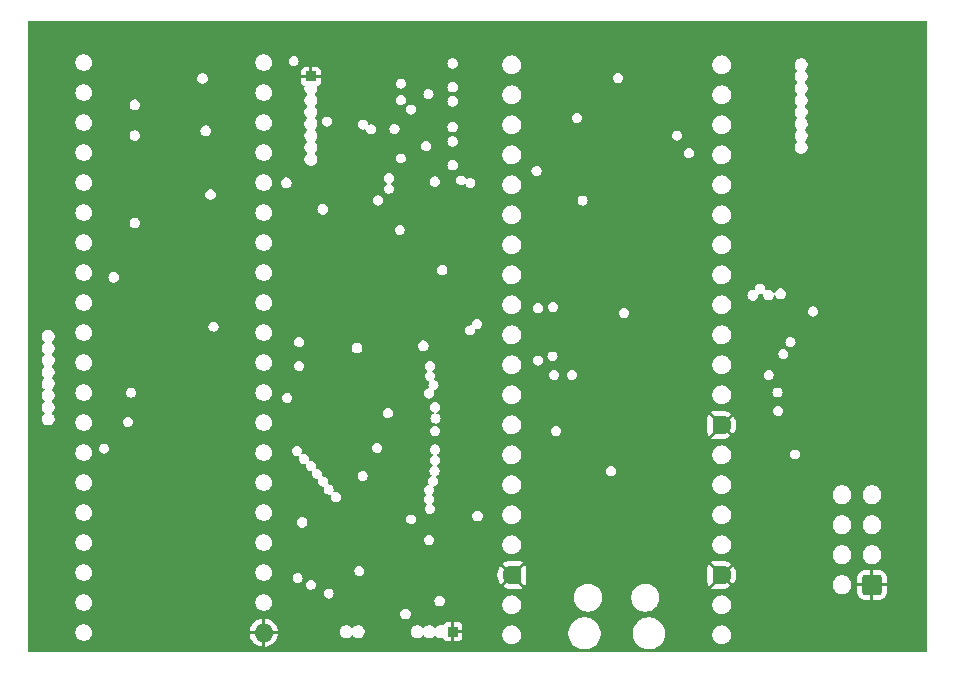
<source format=gbr>
%TF.GenerationSoftware,KiCad,Pcbnew,8.0.1*%
%TF.CreationDate,2024-04-17T16:23:31+02:00*%
%TF.ProjectId,protoA,70726f74-6f41-42e6-9b69-6361645f7063,rev?*%
%TF.SameCoordinates,PX7e13640PY4c4b400*%
%TF.FileFunction,Copper,L2,Inr*%
%TF.FilePolarity,Positive*%
%FSLAX46Y46*%
G04 Gerber Fmt 4.6, Leading zero omitted, Abs format (unit mm)*
G04 Created by KiCad (PCBNEW 8.0.1) date 2024-04-17 16:23:31*
%MOMM*%
%LPD*%
G01*
G04 APERTURE LIST*
G04 Aperture macros list*
%AMRoundRect*
0 Rectangle with rounded corners*
0 $1 Rounding radius*
0 $2 $3 $4 $5 $6 $7 $8 $9 X,Y pos of 4 corners*
0 Add a 4 corners polygon primitive as box body*
4,1,4,$2,$3,$4,$5,$6,$7,$8,$9,$2,$3,0*
0 Add four circle primitives for the rounded corners*
1,1,$1+$1,$2,$3*
1,1,$1+$1,$4,$5*
1,1,$1+$1,$6,$7*
1,1,$1+$1,$8,$9*
0 Add four rect primitives between the rounded corners*
20,1,$1+$1,$2,$3,$4,$5,0*
20,1,$1+$1,$4,$5,$6,$7,0*
20,1,$1+$1,$6,$7,$8,$9,0*
20,1,$1+$1,$8,$9,$2,$3,0*%
%AMFreePoly0*
4,1,28,0.605014,0.794986,0.644504,0.794986,0.724698,0.756366,0.780194,0.686777,0.800000,0.600000,0.800000,-0.600000,0.780194,-0.686777,0.724698,-0.756366,0.644504,-0.794986,0.605014,-0.794986,0.600000,-0.800000,0.000000,-0.800000,-0.178017,-0.779942,-0.347107,-0.720775,-0.498792,-0.625465,-0.625465,-0.498792,-0.720775,-0.347107,-0.779942,-0.178017,-0.800000,0.000000,-0.779942,0.178017,
-0.720775,0.347107,-0.625465,0.498792,-0.498792,0.625465,-0.347107,0.720775,-0.178017,0.779942,0.000000,0.800000,0.600000,0.800000,0.605014,0.794986,0.605014,0.794986,$1*%
%AMFreePoly1*
4,1,28,0.178017,0.779942,0.347107,0.720775,0.498792,0.625465,0.625465,0.498792,0.720775,0.347107,0.779942,0.178017,0.800000,0.000000,0.779942,-0.178017,0.720775,-0.347107,0.625465,-0.498792,0.498792,-0.625465,0.347107,-0.720775,0.178017,-0.779942,0.000000,-0.800000,-0.600000,-0.800000,-0.605014,-0.794986,-0.644504,-0.794986,-0.724698,-0.756366,-0.780194,-0.686777,-0.800000,-0.600000,
-0.800000,0.600000,-0.780194,0.686777,-0.724698,0.756366,-0.644504,0.794986,-0.605014,0.794986,-0.600000,0.800000,0.000000,0.800000,0.178017,0.779942,0.178017,0.779942,$1*%
G04 Aperture macros list end*
%TA.AperFunction,ComponentPad*%
%ADD10R,0.850000X0.850000*%
%TD*%
%TA.AperFunction,ComponentPad*%
%ADD11RoundRect,0.250000X0.600000X0.600000X-0.600000X0.600000X-0.600000X-0.600000X0.600000X-0.600000X0*%
%TD*%
%TA.AperFunction,ComponentPad*%
%ADD12O,1.600000X1.600000*%
%TD*%
%TA.AperFunction,ComponentPad*%
%ADD13FreePoly0,180.000000*%
%TD*%
%TA.AperFunction,ComponentPad*%
%ADD14FreePoly1,180.000000*%
%TD*%
%TA.AperFunction,ViaPad*%
%ADD15C,0.900000*%
%TD*%
%TA.AperFunction,ViaPad*%
%ADD16C,0.650000*%
%TD*%
%TA.AperFunction,ViaPad*%
%ADD17C,0.700000*%
%TD*%
G04 APERTURE END LIST*
D10*
%TO.N,GND*%
%TO.C,J4*%
X24300000Y49000000D03*
%TD*%
D11*
%TO.N,GND*%
%TO.C,J6*%
X71800000Y5960000D03*
%TD*%
D12*
%TO.N,GND*%
%TO.C,U2*%
X20300000Y1920000D03*
%TD*%
D13*
%TO.N,GND*%
%TO.C,U1*%
X59080000Y6800000D03*
X59080000Y19500000D03*
D14*
X41300000Y6800000D03*
%TD*%
D10*
%TO.N,GND*%
%TO.C,J1*%
X36300000Y2000000D03*
%TD*%
D15*
%TO.N,GND*%
X37800000Y2000000D03*
X65800000Y34000000D03*
X63019230Y42389781D03*
X56800000Y13000000D03*
X47800000Y34000000D03*
X47800000Y31000000D03*
X8800000Y2000000D03*
X2101098Y3022528D03*
X42800000Y27000000D03*
D16*
X8477992Y21665000D03*
D15*
X2800000Y46000000D03*
D16*
X31432416Y36714604D03*
D15*
X74300000Y5000000D03*
X56808412Y19614145D03*
X50800000Y7000000D03*
D17*
X34800000Y37000000D03*
D15*
X62800000Y16000000D03*
X74300000Y13000000D03*
D16*
X22800000Y23800000D03*
D15*
X66800000Y19500000D03*
X17818543Y9523352D03*
X74800000Y22000000D03*
X30800000Y2000000D03*
X59800000Y52000000D03*
X7030653Y46258750D03*
X47800000Y10000000D03*
X50800000Y34000000D03*
X8800000Y14000000D03*
X8818543Y9523352D03*
D17*
X37800000Y50500000D03*
D15*
X74800000Y31000000D03*
X55800000Y2000000D03*
X47800000Y37000000D03*
D16*
X31375000Y21200000D03*
D15*
X56800000Y34000000D03*
X74800000Y25000000D03*
X68300000Y1500000D03*
X22155934Y14798682D03*
X56800000Y10000000D03*
X74800000Y43000000D03*
X53800000Y22000000D03*
D16*
X54801599Y44625780D03*
D15*
X11800000Y31000000D03*
D17*
X35402029Y50844396D03*
D15*
X65300000Y13000000D03*
X65300000Y2000000D03*
D17*
X36300000Y13500000D03*
D15*
X68800000Y52000000D03*
X44800000Y7000000D03*
X2800000Y43000000D03*
X14800000Y2000000D03*
X26800000Y4000000D03*
D16*
X35200000Y12400000D03*
D15*
X3300000Y51500000D03*
X74274693Y51474693D03*
X56800000Y24500000D03*
X14799999Y4415385D03*
X62213357Y45085185D03*
X47300000Y16500000D03*
X44804555Y4341514D03*
D16*
X62484313Y24315687D03*
D15*
X71800000Y46000000D03*
D16*
X64315231Y20034104D03*
D15*
X68800000Y40000000D03*
D16*
X42935993Y24383897D03*
D15*
X47800000Y22000000D03*
X2800000Y40000000D03*
X70800000Y23400000D03*
D16*
X46929946Y39209270D03*
D15*
X6800000Y40000000D03*
X17800000Y43000000D03*
X52384725Y44483187D03*
X38484505Y18776154D03*
X14800000Y31000000D03*
X65800000Y40000000D03*
X54179720Y13000001D03*
X74800000Y34000000D03*
X14818543Y9523352D03*
X3380492Y27167120D03*
D17*
X26300000Y27250000D03*
D16*
X35428579Y14889805D03*
D15*
X44800000Y10000000D03*
X53800000Y40000000D03*
X2000000Y14800000D03*
X68800000Y34000000D03*
X71300000Y31000000D03*
X65300000Y8000000D03*
X62800000Y13000000D03*
D16*
X30200000Y16758948D03*
D15*
X71300000Y34000000D03*
D16*
X67474571Y28663238D03*
D15*
X48800000Y3500000D03*
D16*
X45576805Y18397937D03*
D17*
X34800000Y27600000D03*
D15*
X50800000Y37000000D03*
X5800000Y52000000D03*
X56300000Y49000000D03*
X74800000Y49000000D03*
X2800000Y37000000D03*
X53800000Y37000000D03*
X50800000Y19000000D03*
X11799999Y4415385D03*
X36809780Y16850220D03*
X3340898Y24843703D03*
X45800000Y27000000D03*
D17*
X32000000Y18000000D03*
D15*
X32808412Y40260801D03*
X17800000Y46000000D03*
X47800000Y13000000D03*
D16*
X28800000Y6400000D03*
D15*
X71300000Y37000000D03*
X50800000Y52000000D03*
X23800000Y40000000D03*
X11800000Y2000000D03*
X17799999Y4415385D03*
X50800000Y27000000D03*
D17*
X35300000Y46900000D03*
X24800000Y10500000D03*
X28557929Y4500000D03*
D15*
X47800000Y52000000D03*
X22479169Y35982036D03*
X44800000Y2000000D03*
X69200000Y25800000D03*
X11800000Y7000000D03*
X56800000Y27000000D03*
X50800000Y24500000D03*
X17800000Y14000000D03*
X50800000Y40000000D03*
X74800000Y37000000D03*
X71800000Y52000000D03*
X47800000Y40000000D03*
D16*
X23400000Y27400000D03*
X31311598Y38814004D03*
D15*
X17800000Y7000000D03*
X69200000Y22600000D03*
X6800000Y36000000D03*
D16*
X42599997Y41000000D03*
D15*
X11800000Y52000000D03*
X65300000Y11000000D03*
D16*
X25000691Y5191695D03*
D15*
X12800000Y46000000D03*
X10800000Y43000000D03*
X17800000Y49000000D03*
X31115714Y30541099D03*
X74300000Y1500000D03*
D16*
X46138998Y44948000D03*
D15*
X62800000Y8000000D03*
X53800000Y49000000D03*
X47800000Y19000000D03*
X8800000Y7000000D03*
X71300000Y1500000D03*
D17*
X26634016Y42018962D03*
D15*
X6840217Y22914652D03*
X50800000Y13000000D03*
D17*
X27800000Y47000000D03*
D15*
X9800000Y18000000D03*
X62800000Y2000000D03*
D17*
X26300000Y34500000D03*
D15*
X11800000Y37000000D03*
X37800000Y8000000D03*
X14800000Y35000000D03*
X23800000Y34000000D03*
X7320045Y49659113D03*
D16*
X56865687Y41934313D03*
D15*
X49119010Y44483187D03*
X8800000Y52000000D03*
X70200000Y28400000D03*
D16*
X64842810Y31442811D03*
D15*
X44800000Y52000000D03*
X74800000Y28000000D03*
X68800000Y43000000D03*
X53800000Y52000000D03*
X62800000Y40000000D03*
X2101098Y9022528D03*
X54800000Y5000000D03*
X8799999Y4415385D03*
X23800000Y2000000D03*
D16*
X30800000Y44000000D03*
D15*
X47800000Y7000000D03*
X17800000Y12000000D03*
D16*
X23658399Y5494536D03*
D15*
X17800000Y2000000D03*
X14800000Y14000000D03*
D16*
X7440002Y17980002D03*
X64456893Y24715533D03*
D15*
X69800000Y16000000D03*
X68800000Y49000000D03*
X54179720Y10000001D03*
X74800000Y46000000D03*
X54179720Y7000001D03*
X2800000Y31000000D03*
D16*
X23000000Y22400000D03*
D15*
X71300000Y40000000D03*
X70800000Y4000000D03*
X56800000Y22000000D03*
X69800000Y19500000D03*
X50800000Y10000000D03*
X56800000Y37000000D03*
X56800000Y7000000D03*
D16*
X29339868Y15626285D03*
D15*
X74300000Y19500000D03*
X71800000Y43000000D03*
D17*
X37800000Y44500000D03*
D15*
X50800000Y22000000D03*
X23800000Y31000000D03*
X65800000Y37000000D03*
X3416425Y22688093D03*
D16*
X45434990Y29986613D03*
X8400000Y30000000D03*
D15*
X53800000Y16000000D03*
X53800000Y19000000D03*
X22155934Y11798682D03*
X74800000Y40000000D03*
X74300000Y16000000D03*
D16*
X31709435Y40391261D03*
D15*
X62800000Y11000000D03*
X17800000Y37000000D03*
X68800000Y37000000D03*
X25800000Y40000000D03*
D16*
X29938287Y45249102D03*
X10028295Y21001258D03*
D15*
X29817802Y33555605D03*
D16*
X30558109Y37800000D03*
X31222528Y47600000D03*
D15*
X65800000Y52000000D03*
D16*
X42924739Y28784871D03*
D15*
X13800000Y43000000D03*
X37710241Y14787851D03*
D16*
X50724001Y48201599D03*
D15*
X10800000Y40000000D03*
X44800000Y13000000D03*
X63161756Y36924284D03*
D16*
X21600000Y39400000D03*
D15*
X14800000Y12000000D03*
X2800000Y49000000D03*
X71800000Y49000000D03*
X2101098Y12022528D03*
D16*
X49222416Y16236146D03*
X62962911Y22226085D03*
D15*
X53800000Y34000000D03*
D16*
X22000000Y50200000D03*
D15*
X51300000Y3500000D03*
X68587692Y30331759D03*
D16*
X35557030Y21502629D03*
D15*
X2400000Y17000000D03*
X68800000Y46000000D03*
X65300000Y5545825D03*
X14800000Y52000000D03*
D16*
X51600000Y28800000D03*
D15*
X53800000Y27000000D03*
X62189100Y20148997D03*
X56800000Y52000000D03*
X2101098Y6022528D03*
D16*
X35200000Y14000000D03*
D15*
X74300000Y9000000D03*
D17*
X36300000Y21000000D03*
D15*
X18800000Y31000000D03*
D16*
X31234358Y48843762D03*
D15*
X56804555Y4341514D03*
D17*
X28550000Y31750000D03*
D15*
X62800000Y52000000D03*
X11800000Y12000000D03*
D16*
X16950248Y27912075D03*
D15*
X56800000Y40000000D03*
D16*
X35200000Y13200000D03*
D15*
X34800109Y7471759D03*
X44300000Y16500000D03*
D17*
X35000000Y30000000D03*
D15*
X11800000Y14000000D03*
X56800000Y16000000D03*
D16*
X47186837Y23715000D03*
D15*
X2800000Y34000000D03*
D16*
X22721818Y5858947D03*
D15*
X53800000Y24500000D03*
X13800000Y40000000D03*
%TD*%
%TA.AperFunction,Conductor*%
%TO.N,GND*%
G36*
X76477826Y53677826D02*
G01*
X76499500Y53625500D01*
X76499500Y374500D01*
X76477826Y322174D01*
X76425500Y300500D01*
X424500Y300500D01*
X372174Y322174D01*
X350500Y374500D01*
X350500Y1851009D01*
X4359500Y1851009D01*
X4386418Y1715678D01*
X4386421Y1715668D01*
X4439223Y1588192D01*
X4507169Y1486503D01*
X4515886Y1473458D01*
X4613458Y1375886D01*
X4728189Y1299225D01*
X4728190Y1299225D01*
X4728191Y1299224D01*
X4761150Y1285572D01*
X4855672Y1246420D01*
X4991007Y1219500D01*
X4991009Y1219500D01*
X5128991Y1219500D01*
X5128993Y1219500D01*
X5264328Y1246420D01*
X5391811Y1299225D01*
X5506542Y1375886D01*
X5604114Y1473458D01*
X5680775Y1588189D01*
X5733580Y1715672D01*
X5749359Y1794999D01*
X19106441Y1794999D01*
X19115377Y1698562D01*
X19176237Y1484658D01*
X19176239Y1484654D01*
X19275368Y1285574D01*
X19275370Y1285572D01*
X19409392Y1108100D01*
X19573742Y958276D01*
X19762817Y841206D01*
X19762827Y841201D01*
X19970195Y760865D01*
X20175000Y722582D01*
X20175000Y1539383D01*
X20247339Y1520000D01*
X20352661Y1520000D01*
X20425000Y1539383D01*
X20425000Y722582D01*
X20629804Y760865D01*
X20837172Y841201D01*
X20837182Y841206D01*
X21026257Y958276D01*
X21190607Y1108100D01*
X21324629Y1285572D01*
X21324631Y1285574D01*
X21423760Y1484654D01*
X21423762Y1484658D01*
X21484622Y1698562D01*
X21493558Y1794999D01*
X21493557Y1795000D01*
X20680617Y1795000D01*
X20700000Y1867339D01*
X20700000Y1927523D01*
X26749500Y1927523D01*
X26787014Y1787519D01*
X26787016Y1787514D01*
X26828497Y1715668D01*
X26859491Y1661985D01*
X26961985Y1559491D01*
X27087515Y1487016D01*
X27087516Y1487016D01*
X27087518Y1487015D01*
X27157520Y1468258D01*
X27227522Y1449501D01*
X27227523Y1449500D01*
X27227525Y1449500D01*
X27372477Y1449500D01*
X27372477Y1449501D01*
X27512485Y1487016D01*
X27638015Y1559491D01*
X27740509Y1661985D01*
X27740512Y1661991D01*
X27741290Y1663003D01*
X27741850Y1663327D01*
X27743939Y1665415D01*
X27744498Y1664856D01*
X27790338Y1691323D01*
X27845046Y1676667D01*
X27858710Y1663003D01*
X27859491Y1661985D01*
X27961985Y1559491D01*
X28087515Y1487016D01*
X28087516Y1487016D01*
X28087518Y1487015D01*
X28157520Y1468258D01*
X28227522Y1449501D01*
X28227523Y1449500D01*
X28227525Y1449500D01*
X28372477Y1449500D01*
X28372477Y1449501D01*
X28512485Y1487016D01*
X28638015Y1559491D01*
X28740509Y1661985D01*
X28812984Y1787515D01*
X28850499Y1927523D01*
X28850500Y1927523D01*
X32749500Y1927523D01*
X32787014Y1787519D01*
X32787016Y1787514D01*
X32828497Y1715668D01*
X32859491Y1661985D01*
X32961985Y1559491D01*
X33087515Y1487016D01*
X33087516Y1487016D01*
X33087518Y1487015D01*
X33157520Y1468258D01*
X33227522Y1449501D01*
X33227523Y1449500D01*
X33227525Y1449500D01*
X33372477Y1449500D01*
X33372477Y1449501D01*
X33512485Y1487016D01*
X33638015Y1559491D01*
X33740509Y1661985D01*
X33740512Y1661991D01*
X33741290Y1663003D01*
X33741850Y1663327D01*
X33743939Y1665415D01*
X33744498Y1664856D01*
X33790338Y1691323D01*
X33845046Y1676667D01*
X33858710Y1663003D01*
X33859491Y1661985D01*
X33961985Y1559491D01*
X34087515Y1487016D01*
X34087516Y1487016D01*
X34087518Y1487015D01*
X34157520Y1468258D01*
X34227522Y1449501D01*
X34227523Y1449500D01*
X34227525Y1449500D01*
X34372477Y1449500D01*
X34372477Y1449501D01*
X34512485Y1487016D01*
X34638015Y1559491D01*
X34740509Y1661985D01*
X34740512Y1661991D01*
X34741290Y1663003D01*
X34741850Y1663327D01*
X34743939Y1665415D01*
X34744498Y1664856D01*
X34790338Y1691323D01*
X34845046Y1676667D01*
X34858710Y1663003D01*
X34859491Y1661985D01*
X34961985Y1559491D01*
X35087515Y1487016D01*
X35087516Y1487016D01*
X35087518Y1487015D01*
X35157520Y1468258D01*
X35227522Y1449501D01*
X35227523Y1449500D01*
X35227525Y1449500D01*
X35372476Y1449500D01*
X35383981Y1452584D01*
X35418011Y1461702D01*
X35474162Y1454311D01*
X35503098Y1423820D01*
X35547359Y1336955D01*
X35636953Y1247361D01*
X35749850Y1189836D01*
X35843518Y1175001D01*
X36175000Y1175001D01*
X36175000Y1781179D01*
X36250272Y1750000D01*
X36349728Y1750000D01*
X36425000Y1781179D01*
X36425000Y1175001D01*
X36756481Y1175001D01*
X36850148Y1189835D01*
X36850149Y1189836D01*
X36963046Y1247361D01*
X37052639Y1336954D01*
X37110164Y1449851D01*
X37110164Y1449852D01*
X37125000Y1543519D01*
X37125000Y1641160D01*
X40499500Y1641160D01*
X40530261Y1486509D01*
X40530264Y1486499D01*
X40590603Y1340826D01*
X40590605Y1340823D01*
X40590606Y1340821D01*
X40678211Y1209711D01*
X40789711Y1098211D01*
X40920821Y1010606D01*
X40920826Y1010604D01*
X40920825Y1010604D01*
X41047158Y958276D01*
X41066503Y950263D01*
X41221158Y919500D01*
X41221160Y919500D01*
X41378840Y919500D01*
X41378842Y919500D01*
X41533497Y950263D01*
X41679179Y1010606D01*
X41810289Y1098211D01*
X41921789Y1209711D01*
X42009394Y1340821D01*
X42069737Y1486503D01*
X42100500Y1641158D01*
X42100500Y1742926D01*
X46104500Y1742926D01*
X46137999Y1531418D01*
X46138002Y1531405D01*
X46204173Y1327753D01*
X46204175Y1327748D01*
X46301394Y1136947D01*
X46301397Y1136941D01*
X46427265Y963699D01*
X46427269Y963694D01*
X46578694Y812269D01*
X46751943Y686396D01*
X46942749Y589175D01*
X46942751Y589175D01*
X46942752Y589174D01*
X47146404Y523003D01*
X47146410Y523002D01*
X47146415Y523000D01*
X47287422Y500667D01*
X47357925Y489500D01*
X47357926Y489500D01*
X47572075Y489500D01*
X47624951Y497875D01*
X47783585Y523000D01*
X47783592Y523003D01*
X47783595Y523003D01*
X47876055Y553046D01*
X47987251Y589175D01*
X48178057Y686396D01*
X48351306Y812269D01*
X48502731Y963694D01*
X48628604Y1136943D01*
X48725825Y1327749D01*
X48773170Y1473462D01*
X48791997Y1531405D01*
X48791997Y1531408D01*
X48792000Y1531415D01*
X48825500Y1742926D01*
X51554500Y1742926D01*
X51587999Y1531418D01*
X51588002Y1531405D01*
X51654173Y1327753D01*
X51654175Y1327748D01*
X51751394Y1136947D01*
X51751397Y1136941D01*
X51877265Y963699D01*
X51877269Y963694D01*
X52028694Y812269D01*
X52201943Y686396D01*
X52392749Y589175D01*
X52392751Y589175D01*
X52392752Y589174D01*
X52596404Y523003D01*
X52596410Y523002D01*
X52596415Y523000D01*
X52737422Y500667D01*
X52807925Y489500D01*
X52807926Y489500D01*
X53022075Y489500D01*
X53074951Y497875D01*
X53233585Y523000D01*
X53233592Y523003D01*
X53233595Y523003D01*
X53326055Y553046D01*
X53437251Y589175D01*
X53628057Y686396D01*
X53801306Y812269D01*
X53952731Y963694D01*
X54078604Y1136943D01*
X54175825Y1327749D01*
X54223170Y1473462D01*
X54241997Y1531405D01*
X54241997Y1531408D01*
X54242000Y1531415D01*
X54259382Y1641160D01*
X58279500Y1641160D01*
X58310261Y1486509D01*
X58310264Y1486499D01*
X58370603Y1340826D01*
X58370605Y1340823D01*
X58370606Y1340821D01*
X58458211Y1209711D01*
X58569711Y1098211D01*
X58700821Y1010606D01*
X58700826Y1010604D01*
X58700825Y1010604D01*
X58827158Y958276D01*
X58846503Y950263D01*
X59001158Y919500D01*
X59001160Y919500D01*
X59158840Y919500D01*
X59158842Y919500D01*
X59313497Y950263D01*
X59459179Y1010606D01*
X59590289Y1098211D01*
X59701789Y1209711D01*
X59789394Y1340821D01*
X59849737Y1486503D01*
X59880500Y1641158D01*
X59880500Y1798842D01*
X59849737Y1953497D01*
X59800455Y2072475D01*
X59789396Y2099175D01*
X59789395Y2099177D01*
X59789394Y2099179D01*
X59701789Y2230289D01*
X59590289Y2341789D01*
X59459179Y2429394D01*
X59459175Y2429396D01*
X59459173Y2429397D01*
X59459174Y2429397D01*
X59313501Y2489736D01*
X59313491Y2489739D01*
X59196617Y2512986D01*
X59158842Y2520500D01*
X59001158Y2520500D01*
X58963383Y2512986D01*
X58846508Y2489739D01*
X58846498Y2489736D01*
X58700825Y2429397D01*
X58569711Y2341790D01*
X58569710Y2341788D01*
X58458212Y2230290D01*
X58458210Y2230289D01*
X58370603Y2099175D01*
X58310264Y1953502D01*
X58310261Y1953492D01*
X58279500Y1798841D01*
X58279500Y1641160D01*
X54259382Y1641160D01*
X54275500Y1742926D01*
X54275500Y1957074D01*
X54242000Y2168585D01*
X54241998Y2168590D01*
X54241997Y2168596D01*
X54175826Y2372248D01*
X54175824Y2372253D01*
X54146709Y2429394D01*
X54078604Y2563057D01*
X54056428Y2593579D01*
X53952734Y2736302D01*
X53952733Y2736303D01*
X53952731Y2736306D01*
X53801306Y2887731D01*
X53801303Y2887734D01*
X53801301Y2887735D01*
X53628059Y3013603D01*
X53628053Y3013606D01*
X53437252Y3110825D01*
X53437247Y3110827D01*
X53233595Y3176998D01*
X53233582Y3177001D01*
X53022075Y3210500D01*
X53022074Y3210500D01*
X52807926Y3210500D01*
X52807925Y3210500D01*
X52596417Y3177001D01*
X52596404Y3176998D01*
X52392752Y3110827D01*
X52392747Y3110825D01*
X52201946Y3013606D01*
X52201940Y3013603D01*
X52028698Y2887735D01*
X51877265Y2736302D01*
X51751397Y2563060D01*
X51751394Y2563054D01*
X51654175Y2372253D01*
X51654173Y2372248D01*
X51588002Y2168596D01*
X51587999Y2168583D01*
X51554500Y1957075D01*
X51554500Y1742926D01*
X48825500Y1742926D01*
X48825500Y1957074D01*
X48792000Y2168585D01*
X48791998Y2168590D01*
X48791997Y2168596D01*
X48725826Y2372248D01*
X48725824Y2372253D01*
X48696709Y2429394D01*
X48628604Y2563057D01*
X48606428Y2593579D01*
X48502734Y2736302D01*
X48502733Y2736303D01*
X48502731Y2736306D01*
X48351306Y2887731D01*
X48351303Y2887734D01*
X48351301Y2887735D01*
X48178059Y3013603D01*
X48178053Y3013606D01*
X47987252Y3110825D01*
X47987247Y3110827D01*
X47783595Y3176998D01*
X47783582Y3177001D01*
X47572075Y3210500D01*
X47572074Y3210500D01*
X47357926Y3210500D01*
X47357925Y3210500D01*
X47146417Y3177001D01*
X47146404Y3176998D01*
X46942752Y3110827D01*
X46942747Y3110825D01*
X46751946Y3013606D01*
X46751940Y3013603D01*
X46578698Y2887735D01*
X46427265Y2736302D01*
X46301397Y2563060D01*
X46301394Y2563054D01*
X46204175Y2372253D01*
X46204173Y2372248D01*
X46138002Y2168596D01*
X46137999Y2168583D01*
X46104500Y1957075D01*
X46104500Y1742926D01*
X42100500Y1742926D01*
X42100500Y1798842D01*
X42069737Y1953497D01*
X42020455Y2072475D01*
X42009396Y2099175D01*
X42009395Y2099177D01*
X42009394Y2099179D01*
X41921789Y2230289D01*
X41810289Y2341789D01*
X41679179Y2429394D01*
X41679175Y2429396D01*
X41679173Y2429397D01*
X41679174Y2429397D01*
X41533501Y2489736D01*
X41533491Y2489739D01*
X41416617Y2512986D01*
X41378842Y2520500D01*
X41221158Y2520500D01*
X41183383Y2512986D01*
X41066508Y2489739D01*
X41066498Y2489736D01*
X40920825Y2429397D01*
X40789711Y2341790D01*
X40789710Y2341788D01*
X40678212Y2230290D01*
X40678210Y2230289D01*
X40590603Y2099175D01*
X40530264Y1953502D01*
X40530261Y1953492D01*
X40499500Y1798841D01*
X40499500Y1641160D01*
X37125000Y1641160D01*
X37125000Y1875000D01*
X36518822Y1875000D01*
X36550000Y1950272D01*
X36550000Y2049728D01*
X36518822Y2125000D01*
X37124999Y2125000D01*
X37124999Y2456483D01*
X37110165Y2550149D01*
X37110164Y2550150D01*
X37052639Y2663047D01*
X36963046Y2752640D01*
X36850149Y2810165D01*
X36756482Y2825000D01*
X36425000Y2825000D01*
X36425000Y2218822D01*
X36349728Y2250000D01*
X36250272Y2250000D01*
X36175000Y2218822D01*
X36175000Y2825000D01*
X35843518Y2825000D01*
X35749851Y2810166D01*
X35749850Y2810165D01*
X35636953Y2752640D01*
X35547360Y2663047D01*
X35503099Y2576181D01*
X35460032Y2539399D01*
X35418013Y2538298D01*
X35372475Y2550500D01*
X35227525Y2550500D01*
X35227523Y2550500D01*
X35087518Y2512986D01*
X35087513Y2512984D01*
X34961984Y2440509D01*
X34859486Y2338010D01*
X34858704Y2336990D01*
X34858143Y2336667D01*
X34856062Y2334585D01*
X34855504Y2335143D01*
X34809653Y2308675D01*
X34754947Y2323339D01*
X34741296Y2336990D01*
X34740513Y2338010D01*
X34740510Y2338013D01*
X34740509Y2338015D01*
X34638015Y2440509D01*
X34512486Y2512984D01*
X34512481Y2512986D01*
X34372477Y2550500D01*
X34372475Y2550500D01*
X34227525Y2550500D01*
X34227523Y2550500D01*
X34087518Y2512986D01*
X34087513Y2512984D01*
X33961984Y2440509D01*
X33859486Y2338010D01*
X33858704Y2336990D01*
X33858143Y2336667D01*
X33856062Y2334585D01*
X33855504Y2335143D01*
X33809653Y2308675D01*
X33754947Y2323339D01*
X33741296Y2336990D01*
X33740513Y2338010D01*
X33740510Y2338013D01*
X33740509Y2338015D01*
X33638015Y2440509D01*
X33512486Y2512984D01*
X33512481Y2512986D01*
X33372477Y2550500D01*
X33372475Y2550500D01*
X33227525Y2550500D01*
X33227523Y2550500D01*
X33087518Y2512986D01*
X33087513Y2512984D01*
X32961984Y2440509D01*
X32859491Y2338016D01*
X32787016Y2212487D01*
X32787014Y2212482D01*
X32749500Y2072478D01*
X32749500Y1927523D01*
X28850500Y1927523D01*
X28850500Y2072477D01*
X28850499Y2072478D01*
X28843344Y2099179D01*
X28812984Y2212485D01*
X28740509Y2338015D01*
X28638015Y2440509D01*
X28512486Y2512984D01*
X28512481Y2512986D01*
X28372477Y2550500D01*
X28372475Y2550500D01*
X28227525Y2550500D01*
X28227523Y2550500D01*
X28087518Y2512986D01*
X28087513Y2512984D01*
X27961984Y2440509D01*
X27859486Y2338010D01*
X27858704Y2336990D01*
X27858143Y2336667D01*
X27856062Y2334585D01*
X27855504Y2335143D01*
X27809653Y2308675D01*
X27754947Y2323339D01*
X27741296Y2336990D01*
X27740513Y2338010D01*
X27740510Y2338013D01*
X27740509Y2338015D01*
X27638015Y2440509D01*
X27512486Y2512984D01*
X27512481Y2512986D01*
X27372477Y2550500D01*
X27372475Y2550500D01*
X27227525Y2550500D01*
X27227523Y2550500D01*
X27087518Y2512986D01*
X27087513Y2512984D01*
X26961984Y2440509D01*
X26859491Y2338016D01*
X26787016Y2212487D01*
X26787014Y2212482D01*
X26749500Y2072478D01*
X26749500Y1927523D01*
X20700000Y1927523D01*
X20700000Y1972661D01*
X20680617Y2045000D01*
X21493557Y2045000D01*
X21493558Y2045002D01*
X21484622Y2141439D01*
X21423762Y2355343D01*
X21423760Y2355347D01*
X21324631Y2554427D01*
X21324629Y2554429D01*
X21190607Y2731901D01*
X21026257Y2881725D01*
X20837182Y2998795D01*
X20837172Y2998800D01*
X20629805Y3079135D01*
X20425000Y3117420D01*
X20425000Y2300618D01*
X20352661Y2320000D01*
X20247339Y2320000D01*
X20175000Y2300618D01*
X20175000Y3117420D01*
X20174999Y3117420D01*
X19970194Y3079135D01*
X19762827Y2998800D01*
X19762817Y2998795D01*
X19573742Y2881725D01*
X19409392Y2731901D01*
X19275370Y2554429D01*
X19275368Y2554427D01*
X19176239Y2355347D01*
X19176237Y2355343D01*
X19115377Y2141439D01*
X19106441Y2045002D01*
X19106443Y2045000D01*
X19919383Y2045000D01*
X19900000Y1972661D01*
X19900000Y1867339D01*
X19919383Y1795000D01*
X19106443Y1795000D01*
X19106441Y1794999D01*
X5749359Y1794999D01*
X5760500Y1851007D01*
X5760500Y1988993D01*
X5733580Y2124328D01*
X5733302Y2125000D01*
X5680776Y2251809D01*
X5642779Y2308675D01*
X5604114Y2366542D01*
X5506542Y2464114D01*
X5391811Y2540775D01*
X5391810Y2540776D01*
X5391808Y2540777D01*
X5264332Y2593579D01*
X5264322Y2593582D01*
X5173694Y2611609D01*
X5128993Y2620500D01*
X4991007Y2620500D01*
X4952642Y2612869D01*
X4855677Y2593582D01*
X4855667Y2593579D01*
X4728191Y2540777D01*
X4613461Y2464117D01*
X4515883Y2366539D01*
X4439223Y2251809D01*
X4386421Y2124333D01*
X4386418Y2124323D01*
X4359500Y1988992D01*
X4359500Y1851009D01*
X350500Y1851009D01*
X350500Y3500000D01*
X31844867Y3500000D01*
X31863302Y3371777D01*
X31863302Y3371776D01*
X31863303Y3371774D01*
X31917118Y3253937D01*
X32001951Y3156033D01*
X32110931Y3085996D01*
X32235228Y3049500D01*
X32364772Y3049500D01*
X32489069Y3085996D01*
X32598049Y3156033D01*
X32682882Y3253937D01*
X32736697Y3371774D01*
X32755133Y3500000D01*
X32736697Y3628226D01*
X32682882Y3746063D01*
X32598049Y3843967D01*
X32531032Y3887036D01*
X32489068Y3914005D01*
X32364772Y3950500D01*
X32235228Y3950500D01*
X32110931Y3914005D01*
X32001954Y3843969D01*
X32001950Y3843966D01*
X31917119Y3746065D01*
X31863302Y3628224D01*
X31844867Y3500000D01*
X350500Y3500000D01*
X350500Y4391009D01*
X4359500Y4391009D01*
X4386418Y4255678D01*
X4386421Y4255668D01*
X4439223Y4128192D01*
X4507169Y4026503D01*
X4515886Y4013458D01*
X4613458Y3915886D01*
X4728189Y3839225D01*
X4855672Y3786420D01*
X4991007Y3759500D01*
X4991009Y3759500D01*
X5128991Y3759500D01*
X5128993Y3759500D01*
X5264328Y3786420D01*
X5391811Y3839225D01*
X5506542Y3915886D01*
X5604114Y4013458D01*
X5680775Y4128189D01*
X5733580Y4255672D01*
X5760500Y4391007D01*
X5760500Y4391009D01*
X19599500Y4391009D01*
X19626418Y4255678D01*
X19626421Y4255668D01*
X19679223Y4128192D01*
X19747169Y4026503D01*
X19755886Y4013458D01*
X19853458Y3915886D01*
X19968189Y3839225D01*
X20095672Y3786420D01*
X20231007Y3759500D01*
X20231009Y3759500D01*
X20368991Y3759500D01*
X20368993Y3759500D01*
X20504328Y3786420D01*
X20631811Y3839225D01*
X20746542Y3915886D01*
X20844114Y4013458D01*
X20920775Y4128189D01*
X20973580Y4255672D01*
X21000500Y4391007D01*
X21000500Y4528993D01*
X20986376Y4600000D01*
X34744867Y4600000D01*
X34763302Y4471777D01*
X34763302Y4471776D01*
X34763303Y4471774D01*
X34817118Y4353937D01*
X34901951Y4256033D01*
X35010931Y4185996D01*
X35135228Y4149500D01*
X35264772Y4149500D01*
X35372599Y4181160D01*
X40499500Y4181160D01*
X40530261Y4026509D01*
X40530264Y4026499D01*
X40590603Y3880826D01*
X40590605Y3880823D01*
X40590606Y3880821D01*
X40678211Y3749711D01*
X40789711Y3638211D01*
X40920821Y3550606D01*
X40920826Y3550604D01*
X40920825Y3550604D01*
X41066498Y3490265D01*
X41066503Y3490263D01*
X41221158Y3459500D01*
X41221160Y3459500D01*
X41378840Y3459500D01*
X41378842Y3459500D01*
X41533497Y3490263D01*
X41679179Y3550606D01*
X41810289Y3638211D01*
X41921789Y3749711D01*
X42009394Y3880821D01*
X42069737Y4026503D01*
X42100500Y4181158D01*
X42100500Y4338842D01*
X42069737Y4493497D01*
X42055034Y4528993D01*
X42009396Y4639175D01*
X42009395Y4639177D01*
X42009394Y4639179D01*
X41921789Y4770289D01*
X41905379Y4786699D01*
X46579500Y4786699D01*
X46608690Y4602398D01*
X46608693Y4602385D01*
X46666352Y4424929D01*
X46666354Y4424925D01*
X46751068Y4258663D01*
X46807377Y4181160D01*
X46860751Y4107698D01*
X46992698Y3975751D01*
X46992701Y3975749D01*
X46992702Y3975748D01*
X47143662Y3866069D01*
X47309924Y3781355D01*
X47309928Y3781353D01*
X47487384Y3723694D01*
X47487390Y3723693D01*
X47487395Y3723691D01*
X47579547Y3709096D01*
X47671697Y3694500D01*
X47671699Y3694500D01*
X47858303Y3694500D01*
X47932022Y3706177D01*
X48042605Y3723691D01*
X48042612Y3723694D01*
X48042615Y3723694D01*
X48220071Y3781353D01*
X48220071Y3781354D01*
X48220074Y3781354D01*
X48386338Y3866069D01*
X48537302Y3975751D01*
X48669249Y4107698D01*
X48778931Y4258662D01*
X48863646Y4424926D01*
X48921309Y4602395D01*
X48950500Y4786699D01*
X51429500Y4786699D01*
X51458690Y4602398D01*
X51458693Y4602385D01*
X51516352Y4424929D01*
X51516354Y4424925D01*
X51601068Y4258663D01*
X51657377Y4181160D01*
X51710751Y4107698D01*
X51842698Y3975751D01*
X51842701Y3975749D01*
X51842702Y3975748D01*
X51993662Y3866069D01*
X52159924Y3781355D01*
X52159928Y3781353D01*
X52337384Y3723694D01*
X52337390Y3723693D01*
X52337395Y3723691D01*
X52429547Y3709096D01*
X52521697Y3694500D01*
X52521699Y3694500D01*
X52708303Y3694500D01*
X52782022Y3706177D01*
X52892605Y3723691D01*
X52892612Y3723694D01*
X52892615Y3723694D01*
X53070071Y3781353D01*
X53070071Y3781354D01*
X53070074Y3781354D01*
X53236338Y3866069D01*
X53387302Y3975751D01*
X53519249Y4107698D01*
X53572622Y4181160D01*
X58279500Y4181160D01*
X58310261Y4026509D01*
X58310264Y4026499D01*
X58370603Y3880826D01*
X58370605Y3880823D01*
X58370606Y3880821D01*
X58458211Y3749711D01*
X58569711Y3638211D01*
X58700821Y3550606D01*
X58700826Y3550604D01*
X58700825Y3550604D01*
X58846498Y3490265D01*
X58846503Y3490263D01*
X59001158Y3459500D01*
X59001160Y3459500D01*
X59158840Y3459500D01*
X59158842Y3459500D01*
X59313497Y3490263D01*
X59459179Y3550606D01*
X59590289Y3638211D01*
X59701789Y3749711D01*
X59789394Y3880821D01*
X59849737Y4026503D01*
X59880500Y4181158D01*
X59880500Y4338842D01*
X59849737Y4493497D01*
X59835034Y4528993D01*
X59789396Y4639175D01*
X59789395Y4639177D01*
X59789394Y4639179D01*
X59701789Y4770289D01*
X59590289Y4881789D01*
X59459179Y4969394D01*
X59459175Y4969396D01*
X59459173Y4969397D01*
X59459174Y4969397D01*
X59313501Y5029736D01*
X59313491Y5029739D01*
X59209115Y5050500D01*
X59158842Y5060500D01*
X59001158Y5060500D01*
X58957315Y5051780D01*
X58846508Y5029739D01*
X58846498Y5029736D01*
X58700825Y4969397D01*
X58569711Y4881790D01*
X58569710Y4881788D01*
X58458212Y4770290D01*
X58458210Y4770289D01*
X58370603Y4639175D01*
X58310264Y4493502D01*
X58310261Y4493492D01*
X58279500Y4338841D01*
X58279500Y4181160D01*
X53572622Y4181160D01*
X53628931Y4258662D01*
X53713646Y4424926D01*
X53771309Y4602395D01*
X53800500Y4786699D01*
X53800500Y4973301D01*
X53791561Y5029737D01*
X53771309Y5157603D01*
X53771306Y5157616D01*
X53713647Y5335072D01*
X53713645Y5335076D01*
X53628931Y5501338D01*
X53519252Y5652298D01*
X53519251Y5652299D01*
X53519249Y5652302D01*
X53387302Y5784249D01*
X53387299Y5784252D01*
X53387297Y5784253D01*
X53236337Y5893932D01*
X53070075Y5978646D01*
X53070071Y5978648D01*
X52892615Y6036307D01*
X52892602Y6036310D01*
X52708303Y6065500D01*
X52708301Y6065500D01*
X52521699Y6065500D01*
X52521697Y6065500D01*
X52337397Y6036310D01*
X52337384Y6036307D01*
X52159928Y5978648D01*
X52159924Y5978646D01*
X51993662Y5893932D01*
X51842702Y5784253D01*
X51710747Y5652298D01*
X51601068Y5501338D01*
X51516354Y5335076D01*
X51516352Y5335072D01*
X51458693Y5157616D01*
X51458690Y5157603D01*
X51429500Y4973303D01*
X51429500Y4786699D01*
X48950500Y4786699D01*
X48950500Y4973301D01*
X48941561Y5029737D01*
X48921309Y5157603D01*
X48921306Y5157616D01*
X48863647Y5335072D01*
X48863645Y5335076D01*
X48778931Y5501338D01*
X48669252Y5652298D01*
X48669251Y5652299D01*
X48669249Y5652302D01*
X48537302Y5784249D01*
X48537299Y5784252D01*
X48537297Y5784253D01*
X48386337Y5893932D01*
X48220075Y5978646D01*
X48220071Y5978648D01*
X48042615Y6036307D01*
X48042602Y6036310D01*
X47858303Y6065500D01*
X47858301Y6065500D01*
X47671699Y6065500D01*
X47671697Y6065500D01*
X47487397Y6036310D01*
X47487384Y6036307D01*
X47309928Y5978648D01*
X47309924Y5978646D01*
X47143662Y5893932D01*
X46992702Y5784253D01*
X46860747Y5652298D01*
X46751068Y5501338D01*
X46666354Y5335076D01*
X46666352Y5335072D01*
X46608693Y5157616D01*
X46608690Y5157603D01*
X46579500Y4973303D01*
X46579500Y4786699D01*
X41905379Y4786699D01*
X41810289Y4881789D01*
X41679179Y4969394D01*
X41679175Y4969396D01*
X41679173Y4969397D01*
X41679174Y4969397D01*
X41533501Y5029736D01*
X41533491Y5029739D01*
X41429115Y5050500D01*
X41378842Y5060500D01*
X41221158Y5060500D01*
X41177315Y5051780D01*
X41066508Y5029739D01*
X41066498Y5029736D01*
X40920825Y4969397D01*
X40789711Y4881790D01*
X40789710Y4881788D01*
X40678212Y4770290D01*
X40678210Y4770289D01*
X40590603Y4639175D01*
X40530264Y4493502D01*
X40530261Y4493492D01*
X40499500Y4338841D01*
X40499500Y4181160D01*
X35372599Y4181160D01*
X35389069Y4185996D01*
X35498049Y4256033D01*
X35582882Y4353937D01*
X35636697Y4471774D01*
X35655133Y4600000D01*
X35636697Y4728226D01*
X35582882Y4846063D01*
X35498049Y4943967D01*
X35431032Y4987036D01*
X35389068Y5014005D01*
X35264772Y5050500D01*
X35135228Y5050500D01*
X35010931Y5014005D01*
X34901954Y4943969D01*
X34901950Y4943966D01*
X34817119Y4846065D01*
X34763302Y4728224D01*
X34744867Y4600000D01*
X20986376Y4600000D01*
X20973580Y4664328D01*
X20954662Y4710000D01*
X20920776Y4791809D01*
X20919180Y4794197D01*
X20844114Y4906542D01*
X20746542Y5004114D01*
X20731739Y5014005D01*
X20631808Y5080777D01*
X20504332Y5133579D01*
X20504322Y5133582D01*
X20413694Y5151609D01*
X20368993Y5160500D01*
X20231007Y5160500D01*
X20192642Y5152869D01*
X20095677Y5133582D01*
X20095667Y5133579D01*
X19968191Y5080777D01*
X19853461Y5004117D01*
X19755883Y4906539D01*
X19679223Y4791809D01*
X19626421Y4664333D01*
X19626418Y4664323D01*
X19599500Y4528992D01*
X19599500Y4391009D01*
X5760500Y4391009D01*
X5760500Y4528993D01*
X5733580Y4664328D01*
X5714662Y4710000D01*
X5680776Y4791809D01*
X5679180Y4794197D01*
X5604114Y4906542D01*
X5506542Y5004114D01*
X5491739Y5014005D01*
X5391808Y5080777D01*
X5264332Y5133579D01*
X5264322Y5133582D01*
X5173694Y5151609D01*
X5128993Y5160500D01*
X4991007Y5160500D01*
X4952642Y5152869D01*
X4855677Y5133582D01*
X4855667Y5133579D01*
X4728191Y5080777D01*
X4613461Y5004117D01*
X4515883Y4906539D01*
X4439223Y4791809D01*
X4386421Y4664333D01*
X4386418Y4664323D01*
X4359500Y4528992D01*
X4359500Y4391009D01*
X350500Y4391009D01*
X350500Y5225000D01*
X25369196Y5225000D01*
X25390280Y5091874D01*
X25450697Y4973301D01*
X25451472Y4971780D01*
X25546780Y4876472D01*
X25666873Y4815282D01*
X25666873Y4815281D01*
X25685075Y4812399D01*
X25800000Y4794196D01*
X25933126Y4815281D01*
X26053220Y4876472D01*
X26148528Y4971780D01*
X26209719Y5091874D01*
X26230804Y5225000D01*
X26209719Y5358126D01*
X26209719Y5358127D01*
X26148528Y5478220D01*
X26053219Y5573529D01*
X25933126Y5634719D01*
X25933126Y5634720D01*
X25800000Y5655804D01*
X25666873Y5634720D01*
X25666873Y5634719D01*
X25546780Y5573529D01*
X25451471Y5478220D01*
X25390281Y5358127D01*
X25390280Y5358127D01*
X25369196Y5225000D01*
X350500Y5225000D01*
X350500Y5972398D01*
X23869196Y5972398D01*
X23890280Y5839272D01*
X23951471Y5719179D01*
X23951472Y5719178D01*
X24046780Y5623870D01*
X24166873Y5562680D01*
X24166873Y5562679D01*
X24184414Y5559901D01*
X24300000Y5541594D01*
X24433126Y5562679D01*
X24553220Y5623870D01*
X24648528Y5719178D01*
X24709719Y5839272D01*
X24730804Y5972398D01*
X24709719Y6105524D01*
X24709719Y6105525D01*
X24648528Y6225618D01*
X24553219Y6320927D01*
X24433126Y6382117D01*
X24433126Y6382118D01*
X24300000Y6403202D01*
X24166873Y6382118D01*
X24166873Y6382117D01*
X24046780Y6320927D01*
X23951471Y6225618D01*
X23890281Y6105525D01*
X23890280Y6105525D01*
X23869196Y5972398D01*
X350500Y5972398D01*
X350500Y6931009D01*
X4359500Y6931009D01*
X4386418Y6795678D01*
X4386421Y6795668D01*
X4439223Y6668192D01*
X4501154Y6575505D01*
X4515886Y6553458D01*
X4613458Y6455886D01*
X4728189Y6379225D01*
X4728190Y6379225D01*
X4728191Y6379224D01*
X4837191Y6334075D01*
X4855672Y6326420D01*
X4991007Y6299500D01*
X4991009Y6299500D01*
X5128991Y6299500D01*
X5128993Y6299500D01*
X5264328Y6326420D01*
X5391811Y6379225D01*
X5506542Y6455886D01*
X5604114Y6553458D01*
X5680775Y6668189D01*
X5733580Y6795672D01*
X5760500Y6931007D01*
X5760500Y6931009D01*
X19599500Y6931009D01*
X19626418Y6795678D01*
X19626421Y6795668D01*
X19679223Y6668192D01*
X19741154Y6575505D01*
X19755886Y6553458D01*
X19853458Y6455886D01*
X19968189Y6379225D01*
X19968190Y6379225D01*
X19968191Y6379224D01*
X20077191Y6334075D01*
X20095672Y6326420D01*
X20231007Y6299500D01*
X20231009Y6299500D01*
X20368991Y6299500D01*
X20368993Y6299500D01*
X20504328Y6326420D01*
X20631811Y6379225D01*
X20746542Y6455886D01*
X20812216Y6521560D01*
X22739288Y6521560D01*
X22760372Y6388434D01*
X22805432Y6300000D01*
X22821564Y6268340D01*
X22916872Y6173032D01*
X23036965Y6111842D01*
X23036965Y6111841D01*
X23055167Y6108959D01*
X23170092Y6090756D01*
X23303218Y6111841D01*
X23423312Y6173032D01*
X23518620Y6268340D01*
X23579811Y6388434D01*
X23600896Y6521560D01*
X23579811Y6654686D01*
X23579811Y6654687D01*
X23518620Y6774780D01*
X23423311Y6870089D01*
X23303218Y6931279D01*
X23303218Y6931280D01*
X23170092Y6952364D01*
X23036965Y6931280D01*
X23036965Y6931279D01*
X22916872Y6870089D01*
X22821563Y6774780D01*
X22760373Y6654687D01*
X22760372Y6654687D01*
X22739288Y6521560D01*
X20812216Y6521560D01*
X20844114Y6553458D01*
X20920775Y6668189D01*
X20973580Y6795672D01*
X21000500Y6931007D01*
X21000500Y7068993D01*
X20988507Y7129283D01*
X27969456Y7129283D01*
X27990540Y6996157D01*
X28051731Y6876064D01*
X28051732Y6876063D01*
X28147040Y6780755D01*
X28267133Y6719565D01*
X28267133Y6719564D01*
X28285335Y6716682D01*
X28400260Y6698479D01*
X28533386Y6719564D01*
X28602262Y6754658D01*
X40092485Y6754658D01*
X40112671Y6575505D01*
X40132847Y6487104D01*
X40132854Y6487082D01*
X40192383Y6316953D01*
X40192393Y6316931D01*
X40231737Y6235229D01*
X40327654Y6082576D01*
X40362324Y6039104D01*
X40362325Y6039104D01*
X40869269Y6546049D01*
X40899901Y6492993D01*
X40992993Y6399901D01*
X41046046Y6369271D01*
X40539102Y5862327D01*
X40539102Y5862326D01*
X40582582Y5827651D01*
X40735228Y5731738D01*
X40816930Y5692394D01*
X40816952Y5692384D01*
X40987081Y5632855D01*
X40987103Y5632848D01*
X41075505Y5612672D01*
X41075504Y5612672D01*
X41254658Y5592485D01*
X41345343Y5592485D01*
X41363540Y5594535D01*
X41371824Y5595000D01*
X41945645Y5595000D01*
X41945660Y5595001D01*
X42000013Y5598666D01*
X42000019Y5598667D01*
X42121369Y5635108D01*
X42203631Y5674724D01*
X42232256Y5690967D01*
X41553952Y6369271D01*
X41607007Y6399901D01*
X41700099Y6492993D01*
X41730729Y6546048D01*
X42408355Y5868422D01*
X42408356Y5868422D01*
X42432497Y5903265D01*
X42432498Y5903267D01*
X42479671Y6020867D01*
X42499986Y6109873D01*
X42499988Y6109880D01*
X42508513Y6163699D01*
X42505168Y6213309D01*
X42505000Y6218287D01*
X42505000Y6236301D01*
X57871486Y6236301D01*
X57880011Y6109877D01*
X57900327Y6020874D01*
X57900328Y6020868D01*
X57915997Y5968687D01*
X57972437Y5869217D01*
X57972438Y5869217D01*
X58649269Y6546048D01*
X58679901Y6492993D01*
X58772993Y6399901D01*
X58826046Y6369271D01*
X58149863Y5693088D01*
X58149863Y5693087D01*
X58176368Y5674724D01*
X58258612Y5635116D01*
X58258630Y5635108D01*
X58309202Y5614822D01*
X58434350Y5595000D01*
X59008176Y5595000D01*
X59016460Y5594535D01*
X59034657Y5592485D01*
X59125342Y5592485D01*
X59304495Y5612672D01*
X59392896Y5632848D01*
X59392918Y5632855D01*
X59563047Y5692384D01*
X59563069Y5692394D01*
X59644771Y5731738D01*
X59797417Y5827651D01*
X59797419Y5827652D01*
X59840896Y5862326D01*
X59840897Y5862326D01*
X59822065Y5881158D01*
X68459500Y5881158D01*
X68463246Y5862327D01*
X68490261Y5726509D01*
X68490264Y5726499D01*
X68550603Y5580826D01*
X68550605Y5580823D01*
X68550606Y5580821D01*
X68638211Y5449711D01*
X68749711Y5338211D01*
X68880821Y5250606D01*
X68880826Y5250604D01*
X68880825Y5250604D01*
X69026498Y5190265D01*
X69026503Y5190263D01*
X69181158Y5159500D01*
X69181160Y5159500D01*
X69338840Y5159500D01*
X69338842Y5159500D01*
X69493497Y5190263D01*
X69639179Y5250606D01*
X69704660Y5294359D01*
X70550000Y5294359D01*
X70552900Y5257507D01*
X70598718Y5099801D01*
X70682317Y4958444D01*
X70798443Y4842318D01*
X70939800Y4758719D01*
X71097508Y4712901D01*
X71097505Y4712901D01*
X71134359Y4710000D01*
X71675000Y4710000D01*
X71675000Y5475856D01*
X71734174Y5460000D01*
X71865826Y5460000D01*
X71925000Y5475856D01*
X71925000Y4710000D01*
X72465641Y4710000D01*
X72502493Y4712901D01*
X72660199Y4758719D01*
X72801556Y4842318D01*
X72917682Y4958444D01*
X73001281Y5099801D01*
X73047099Y5257507D01*
X73050000Y5294359D01*
X73050000Y5835000D01*
X72284144Y5835000D01*
X72300000Y5894174D01*
X72300000Y6025826D01*
X72284144Y6085000D01*
X73050000Y6085000D01*
X73050000Y6625642D01*
X73047099Y6662494D01*
X73001281Y6820200D01*
X72917682Y6961557D01*
X72801556Y7077683D01*
X72660199Y7161282D01*
X72502491Y7207100D01*
X72502494Y7207100D01*
X72465641Y7210000D01*
X71925000Y7210000D01*
X71925000Y6444145D01*
X71865826Y6460000D01*
X71734174Y6460000D01*
X71675000Y6444145D01*
X71675000Y7210000D01*
X71134359Y7210000D01*
X71097506Y7207100D01*
X70939800Y7161282D01*
X70798443Y7077683D01*
X70682317Y6961557D01*
X70598718Y6820200D01*
X70552900Y6662494D01*
X70550000Y6625642D01*
X70550000Y6085000D01*
X71315856Y6085000D01*
X71300000Y6025826D01*
X71300000Y5894174D01*
X71315856Y5835000D01*
X70550000Y5835000D01*
X70550000Y5294359D01*
X69704660Y5294359D01*
X69770289Y5338211D01*
X69881789Y5449711D01*
X69969394Y5580821D01*
X70029737Y5726503D01*
X70060500Y5881158D01*
X70060500Y6038842D01*
X70029737Y6193497D01*
X70000407Y6264307D01*
X69969396Y6339175D01*
X69969395Y6339177D01*
X69969394Y6339179D01*
X69881789Y6470289D01*
X69770289Y6581789D01*
X69639179Y6669394D01*
X69639175Y6669396D01*
X69639173Y6669397D01*
X69639174Y6669397D01*
X69493501Y6729736D01*
X69493491Y6729739D01*
X69389925Y6750339D01*
X69338842Y6760500D01*
X69181158Y6760500D01*
X69137315Y6751780D01*
X69026508Y6729739D01*
X69026498Y6729736D01*
X68880825Y6669397D01*
X68749711Y6581790D01*
X68749710Y6581788D01*
X68638212Y6470290D01*
X68638210Y6470289D01*
X68550603Y6339175D01*
X68490264Y6193502D01*
X68490261Y6193492D01*
X68469826Y6090756D01*
X68459500Y6038842D01*
X68459500Y5881158D01*
X59822065Y5881158D01*
X59333952Y6369271D01*
X59387007Y6399901D01*
X59480099Y6492993D01*
X59510729Y6546048D01*
X60017674Y6039103D01*
X60017674Y6039104D01*
X60052348Y6082581D01*
X60052349Y6082583D01*
X60148262Y6235229D01*
X60187606Y6316931D01*
X60187616Y6316953D01*
X60247145Y6487082D01*
X60247152Y6487104D01*
X60267328Y6575505D01*
X60287515Y6754658D01*
X60287515Y6845343D01*
X60267328Y7024496D01*
X60247152Y7112897D01*
X60247145Y7112919D01*
X60187616Y7283048D01*
X60187606Y7283070D01*
X60148262Y7364772D01*
X60052349Y7517418D01*
X60017673Y7560898D01*
X59510729Y7053954D01*
X59480099Y7107007D01*
X59387007Y7200099D01*
X59333951Y7230731D01*
X59840896Y7737675D01*
X59840896Y7737676D01*
X59797424Y7772346D01*
X59644771Y7868263D01*
X59563069Y7907607D01*
X59563047Y7907617D01*
X59392918Y7967146D01*
X59392896Y7967153D01*
X59304494Y7987329D01*
X59304495Y7987329D01*
X59125342Y8007515D01*
X59034657Y8007515D01*
X59016460Y8005465D01*
X59008176Y8005000D01*
X58434339Y8005000D01*
X58379986Y8001335D01*
X58379980Y8001334D01*
X58258626Y7964892D01*
X58258623Y7964890D01*
X58176374Y7925280D01*
X58176373Y7925280D01*
X58147742Y7909036D01*
X58826047Y7230730D01*
X58772993Y7200099D01*
X58679901Y7107007D01*
X58649269Y7053953D01*
X57971642Y7731580D01*
X57947500Y7696732D01*
X57900328Y7579134D01*
X57880013Y7490128D01*
X57880011Y7490121D01*
X57871486Y7436302D01*
X57874832Y7386693D01*
X57875000Y7381714D01*
X57875000Y6871826D01*
X57874535Y6863542D01*
X57872485Y6845345D01*
X57872485Y6754656D01*
X57874535Y6736460D01*
X57875000Y6728175D01*
X57875000Y6264307D01*
X57874089Y6252732D01*
X57871486Y6236301D01*
X42505000Y6236301D01*
X42505000Y6728175D01*
X42505465Y6736460D01*
X42507515Y6754656D01*
X42507515Y6845345D01*
X42505465Y6863542D01*
X42505000Y6871826D01*
X42505000Y7335695D01*
X42505911Y7347271D01*
X42508513Y7363701D01*
X42499988Y7490124D01*
X42479672Y7579127D01*
X42479666Y7579151D01*
X42464004Y7631308D01*
X42463999Y7631320D01*
X42407561Y7730785D01*
X42407560Y7730785D01*
X41730729Y7053954D01*
X41700099Y7107007D01*
X41607007Y7200099D01*
X41553951Y7230731D01*
X42230135Y7906914D01*
X42230135Y7906915D01*
X42203632Y7925277D01*
X42203626Y7925280D01*
X42121411Y7964874D01*
X42121369Y7964893D01*
X42070797Y7985179D01*
X41945650Y8005000D01*
X41371824Y8005000D01*
X41363540Y8005465D01*
X41345343Y8007515D01*
X41254658Y8007515D01*
X41075504Y7987329D01*
X40987103Y7967153D01*
X40987081Y7967146D01*
X40816952Y7907617D01*
X40816930Y7907607D01*
X40735228Y7868263D01*
X40582572Y7772343D01*
X40539102Y7737677D01*
X40539102Y7737675D01*
X41046047Y7230730D01*
X40992993Y7200099D01*
X40899901Y7107007D01*
X40869270Y7053953D01*
X40362325Y7560898D01*
X40362323Y7560898D01*
X40327657Y7517428D01*
X40231737Y7364772D01*
X40192393Y7283070D01*
X40192383Y7283048D01*
X40132854Y7112919D01*
X40132847Y7112897D01*
X40112671Y7024496D01*
X40092485Y6845343D01*
X40092485Y6754658D01*
X28602262Y6754658D01*
X28653480Y6780755D01*
X28748788Y6876063D01*
X28809979Y6996157D01*
X28831064Y7129283D01*
X28809979Y7262409D01*
X28809979Y7262410D01*
X28748788Y7382503D01*
X28653479Y7477812D01*
X28533386Y7539002D01*
X28533386Y7539003D01*
X28400260Y7560087D01*
X28267133Y7539003D01*
X28267133Y7539002D01*
X28147040Y7477812D01*
X28051731Y7382503D01*
X27990541Y7262410D01*
X27990540Y7262410D01*
X27969456Y7129283D01*
X20988507Y7129283D01*
X20973580Y7204328D01*
X20920775Y7331811D01*
X20844114Y7446542D01*
X20746542Y7544114D01*
X20694141Y7579127D01*
X20631808Y7620777D01*
X20504332Y7673579D01*
X20504322Y7673582D01*
X20413694Y7691609D01*
X20368993Y7700500D01*
X20231007Y7700500D01*
X20192642Y7692869D01*
X20095677Y7673582D01*
X20095667Y7673579D01*
X19968191Y7620777D01*
X19853461Y7544117D01*
X19755883Y7446539D01*
X19679223Y7331809D01*
X19626421Y7204333D01*
X19626418Y7204323D01*
X19599500Y7068992D01*
X19599500Y6931009D01*
X5760500Y6931009D01*
X5760500Y7068993D01*
X5733580Y7204328D01*
X5680775Y7331811D01*
X5604114Y7446542D01*
X5506542Y7544114D01*
X5454141Y7579127D01*
X5391808Y7620777D01*
X5264332Y7673579D01*
X5264322Y7673582D01*
X5173694Y7691609D01*
X5128993Y7700500D01*
X4991007Y7700500D01*
X4952642Y7692869D01*
X4855677Y7673582D01*
X4855667Y7673579D01*
X4728191Y7620777D01*
X4613461Y7544117D01*
X4515883Y7446539D01*
X4439223Y7331809D01*
X4386421Y7204333D01*
X4386418Y7204323D01*
X4359500Y7068992D01*
X4359500Y6931009D01*
X350500Y6931009D01*
X350500Y8421160D01*
X68459500Y8421160D01*
X68490261Y8266509D01*
X68490264Y8266499D01*
X68550603Y8120826D01*
X68630444Y8001334D01*
X68638211Y7989711D01*
X68749711Y7878211D01*
X68880821Y7790606D01*
X68880826Y7790604D01*
X68880825Y7790604D01*
X69023323Y7731580D01*
X69026503Y7730263D01*
X69181158Y7699500D01*
X69181160Y7699500D01*
X69338840Y7699500D01*
X69338842Y7699500D01*
X69493497Y7730263D01*
X69639179Y7790606D01*
X69770289Y7878211D01*
X69881789Y7989711D01*
X69969394Y8120821D01*
X70029737Y8266503D01*
X70060500Y8421158D01*
X70060500Y8421160D01*
X70999500Y8421160D01*
X71030261Y8266509D01*
X71030264Y8266499D01*
X71090603Y8120826D01*
X71170444Y8001334D01*
X71178211Y7989711D01*
X71289711Y7878211D01*
X71420821Y7790606D01*
X71420826Y7790604D01*
X71420825Y7790604D01*
X71563323Y7731580D01*
X71566503Y7730263D01*
X71721158Y7699500D01*
X71721160Y7699500D01*
X71878840Y7699500D01*
X71878842Y7699500D01*
X72033497Y7730263D01*
X72179179Y7790606D01*
X72310289Y7878211D01*
X72421789Y7989711D01*
X72509394Y8120821D01*
X72569737Y8266503D01*
X72600500Y8421158D01*
X72600500Y8578842D01*
X72569737Y8733497D01*
X72529884Y8829712D01*
X72509396Y8879175D01*
X72509395Y8879177D01*
X72509394Y8879179D01*
X72421789Y9010289D01*
X72310289Y9121789D01*
X72179179Y9209394D01*
X72179175Y9209396D01*
X72179173Y9209397D01*
X72179174Y9209397D01*
X72033501Y9269736D01*
X72033491Y9269739D01*
X71929925Y9290339D01*
X71878842Y9300500D01*
X71721158Y9300500D01*
X71677315Y9291780D01*
X71566508Y9269739D01*
X71566498Y9269736D01*
X71420825Y9209397D01*
X71289711Y9121790D01*
X71289710Y9121788D01*
X71178212Y9010290D01*
X71178210Y9010289D01*
X71090603Y8879175D01*
X71030264Y8733502D01*
X71030261Y8733492D01*
X70999500Y8578841D01*
X70999500Y8421160D01*
X70060500Y8421160D01*
X70060500Y8578842D01*
X70029737Y8733497D01*
X69989884Y8829712D01*
X69969396Y8879175D01*
X69969395Y8879177D01*
X69969394Y8879179D01*
X69881789Y9010289D01*
X69770289Y9121789D01*
X69639179Y9209394D01*
X69639175Y9209396D01*
X69639173Y9209397D01*
X69639174Y9209397D01*
X69493501Y9269736D01*
X69493491Y9269739D01*
X69389925Y9290339D01*
X69338842Y9300500D01*
X69181158Y9300500D01*
X69137315Y9291780D01*
X69026508Y9269739D01*
X69026498Y9269736D01*
X68880825Y9209397D01*
X68749711Y9121790D01*
X68749710Y9121788D01*
X68638212Y9010290D01*
X68638210Y9010289D01*
X68550603Y8879175D01*
X68490264Y8733502D01*
X68490261Y8733492D01*
X68459500Y8578841D01*
X68459500Y8421160D01*
X350500Y8421160D01*
X350500Y9471009D01*
X4359500Y9471009D01*
X4386418Y9335678D01*
X4386421Y9335668D01*
X4439223Y9208192D01*
X4507169Y9106503D01*
X4515886Y9093458D01*
X4613458Y8995886D01*
X4728189Y8919225D01*
X4728190Y8919225D01*
X4728191Y8919224D01*
X4855667Y8866422D01*
X4855672Y8866420D01*
X4991007Y8839500D01*
X4991009Y8839500D01*
X5128991Y8839500D01*
X5128993Y8839500D01*
X5264328Y8866420D01*
X5391811Y8919225D01*
X5506542Y8995886D01*
X5604114Y9093458D01*
X5680775Y9208189D01*
X5733580Y9335672D01*
X5760500Y9471007D01*
X5760500Y9471009D01*
X19599500Y9471009D01*
X19626418Y9335678D01*
X19626421Y9335668D01*
X19679223Y9208192D01*
X19747169Y9106503D01*
X19755886Y9093458D01*
X19853458Y8995886D01*
X19968189Y8919225D01*
X19968190Y8919225D01*
X19968191Y8919224D01*
X20095667Y8866422D01*
X20095672Y8866420D01*
X20231007Y8839500D01*
X20231009Y8839500D01*
X20368991Y8839500D01*
X20368993Y8839500D01*
X20504328Y8866420D01*
X20631811Y8919225D01*
X20746542Y8995886D01*
X20844114Y9093458D01*
X20920775Y9208189D01*
X20942716Y9261160D01*
X40499500Y9261160D01*
X40530261Y9106509D01*
X40530264Y9106499D01*
X40590603Y8960826D01*
X40645157Y8879179D01*
X40678211Y8829711D01*
X40789711Y8718211D01*
X40920821Y8630606D01*
X40920826Y8630604D01*
X40920825Y8630604D01*
X41066498Y8570265D01*
X41066503Y8570263D01*
X41221158Y8539500D01*
X41221160Y8539500D01*
X41378840Y8539500D01*
X41378842Y8539500D01*
X41533497Y8570263D01*
X41679179Y8630606D01*
X41810289Y8718211D01*
X41921789Y8829711D01*
X42009394Y8960821D01*
X42069737Y9106503D01*
X42100500Y9261158D01*
X42100500Y9261160D01*
X58279500Y9261160D01*
X58310261Y9106509D01*
X58310264Y9106499D01*
X58370603Y8960826D01*
X58425157Y8879179D01*
X58458211Y8829711D01*
X58569711Y8718211D01*
X58700821Y8630606D01*
X58700826Y8630604D01*
X58700825Y8630604D01*
X58846498Y8570265D01*
X58846503Y8570263D01*
X59001158Y8539500D01*
X59001160Y8539500D01*
X59158840Y8539500D01*
X59158842Y8539500D01*
X59313497Y8570263D01*
X59459179Y8630606D01*
X59590289Y8718211D01*
X59701789Y8829711D01*
X59789394Y8960821D01*
X59849737Y9106503D01*
X59880500Y9261158D01*
X59880500Y9418842D01*
X59849737Y9573497D01*
X59789394Y9719179D01*
X59701789Y9850289D01*
X59590289Y9961789D01*
X59459179Y10049394D01*
X59459175Y10049396D01*
X59459173Y10049397D01*
X59459174Y10049397D01*
X59313501Y10109736D01*
X59313491Y10109739D01*
X59209925Y10130339D01*
X59158842Y10140500D01*
X59001158Y10140500D01*
X58957315Y10131780D01*
X58846508Y10109739D01*
X58846498Y10109736D01*
X58700825Y10049397D01*
X58569711Y9961790D01*
X58569710Y9961788D01*
X58458212Y9850290D01*
X58458210Y9850289D01*
X58370603Y9719175D01*
X58310264Y9573502D01*
X58310261Y9573492D01*
X58279500Y9418841D01*
X58279500Y9261160D01*
X42100500Y9261160D01*
X42100500Y9418842D01*
X42069737Y9573497D01*
X42009394Y9719179D01*
X41921789Y9850289D01*
X41810289Y9961789D01*
X41679179Y10049394D01*
X41679175Y10049396D01*
X41679173Y10049397D01*
X41679174Y10049397D01*
X41533501Y10109736D01*
X41533491Y10109739D01*
X41429925Y10130339D01*
X41378842Y10140500D01*
X41221158Y10140500D01*
X41177315Y10131780D01*
X41066508Y10109739D01*
X41066498Y10109736D01*
X40920825Y10049397D01*
X40789711Y9961790D01*
X40789710Y9961788D01*
X40678212Y9850290D01*
X40678210Y9850289D01*
X40590603Y9719175D01*
X40530264Y9573502D01*
X40530261Y9573492D01*
X40499500Y9418841D01*
X40499500Y9261160D01*
X20942716Y9261160D01*
X20973580Y9335672D01*
X21000500Y9471007D01*
X21000500Y9608993D01*
X20973580Y9744328D01*
X20960875Y9775000D01*
X33869196Y9775000D01*
X33890280Y9641874D01*
X33925123Y9573492D01*
X33951472Y9521780D01*
X34046780Y9426472D01*
X34166873Y9365282D01*
X34166873Y9365281D01*
X34185075Y9362399D01*
X34300000Y9344196D01*
X34433126Y9365281D01*
X34553220Y9426472D01*
X34648528Y9521780D01*
X34709719Y9641874D01*
X34730804Y9775000D01*
X34709719Y9908126D01*
X34709719Y9908127D01*
X34648528Y10028220D01*
X34553219Y10123529D01*
X34433126Y10184719D01*
X34433126Y10184720D01*
X34300000Y10205804D01*
X34166873Y10184720D01*
X34166873Y10184719D01*
X34046780Y10123529D01*
X33951471Y10028220D01*
X33890281Y9908127D01*
X33890280Y9908127D01*
X33869196Y9775000D01*
X20960875Y9775000D01*
X20920775Y9871811D01*
X20844114Y9986542D01*
X20746542Y10084114D01*
X20687553Y10123529D01*
X20631808Y10160777D01*
X20504332Y10213579D01*
X20504322Y10213582D01*
X20413694Y10231609D01*
X20368993Y10240500D01*
X20231007Y10240500D01*
X20192642Y10232869D01*
X20095677Y10213582D01*
X20095667Y10213579D01*
X19968191Y10160777D01*
X19853461Y10084117D01*
X19755883Y9986539D01*
X19679223Y9871809D01*
X19626421Y9744333D01*
X19626418Y9744323D01*
X19599500Y9608992D01*
X19599500Y9471009D01*
X5760500Y9471009D01*
X5760500Y9608993D01*
X5733580Y9744328D01*
X5680775Y9871811D01*
X5604114Y9986542D01*
X5506542Y10084114D01*
X5447553Y10123529D01*
X5391808Y10160777D01*
X5264332Y10213579D01*
X5264322Y10213582D01*
X5173694Y10231609D01*
X5128993Y10240500D01*
X4991007Y10240500D01*
X4952642Y10232869D01*
X4855677Y10213582D01*
X4855667Y10213579D01*
X4728191Y10160777D01*
X4613461Y10084117D01*
X4515883Y9986539D01*
X4439223Y9871809D01*
X4386421Y9744333D01*
X4386418Y9744323D01*
X4359500Y9608992D01*
X4359500Y9471009D01*
X350500Y9471009D01*
X350500Y11250000D01*
X23094867Y11250000D01*
X23113302Y11121777D01*
X23113302Y11121776D01*
X23113303Y11121774D01*
X23167118Y11003937D01*
X23251951Y10906033D01*
X23360931Y10835996D01*
X23485228Y10799500D01*
X23614772Y10799500D01*
X23739069Y10835996D01*
X23848049Y10906033D01*
X23895816Y10961160D01*
X68459500Y10961160D01*
X68490261Y10806509D01*
X68490264Y10806499D01*
X68550603Y10660826D01*
X68550605Y10660823D01*
X68550606Y10660821D01*
X68638211Y10529711D01*
X68749711Y10418211D01*
X68880821Y10330606D01*
X68880826Y10330604D01*
X68880825Y10330604D01*
X69026498Y10270265D01*
X69026503Y10270263D01*
X69181158Y10239500D01*
X69181160Y10239500D01*
X69338840Y10239500D01*
X69338842Y10239500D01*
X69493497Y10270263D01*
X69639179Y10330606D01*
X69770289Y10418211D01*
X69881789Y10529711D01*
X69969394Y10660821D01*
X70029737Y10806503D01*
X70060500Y10961158D01*
X70060500Y10961160D01*
X70999500Y10961160D01*
X71030261Y10806509D01*
X71030264Y10806499D01*
X71090603Y10660826D01*
X71090605Y10660823D01*
X71090606Y10660821D01*
X71178211Y10529711D01*
X71289711Y10418211D01*
X71420821Y10330606D01*
X71420826Y10330604D01*
X71420825Y10330604D01*
X71566498Y10270265D01*
X71566503Y10270263D01*
X71721158Y10239500D01*
X71721160Y10239500D01*
X71878840Y10239500D01*
X71878842Y10239500D01*
X72033497Y10270263D01*
X72179179Y10330606D01*
X72310289Y10418211D01*
X72421789Y10529711D01*
X72509394Y10660821D01*
X72569737Y10806503D01*
X72600500Y10961158D01*
X72600500Y11118842D01*
X72569737Y11273497D01*
X72538256Y11349500D01*
X72509396Y11419175D01*
X72509395Y11419177D01*
X72509394Y11419179D01*
X72421789Y11550289D01*
X72310289Y11661789D01*
X72295345Y11671774D01*
X72252354Y11700500D01*
X72179179Y11749394D01*
X72179175Y11749396D01*
X72179173Y11749397D01*
X72179174Y11749397D01*
X72033501Y11809736D01*
X72033491Y11809739D01*
X71929925Y11830339D01*
X71878842Y11840500D01*
X71721158Y11840500D01*
X71677315Y11831780D01*
X71566508Y11809739D01*
X71566498Y11809736D01*
X71420825Y11749397D01*
X71289711Y11661790D01*
X71289710Y11661788D01*
X71178212Y11550290D01*
X71178210Y11550289D01*
X71090603Y11419175D01*
X71030264Y11273502D01*
X71030261Y11273492D01*
X70999500Y11118841D01*
X70999500Y10961160D01*
X70060500Y10961160D01*
X70060500Y11118842D01*
X70029737Y11273497D01*
X69998256Y11349500D01*
X69969396Y11419175D01*
X69969395Y11419177D01*
X69969394Y11419179D01*
X69881789Y11550289D01*
X69770289Y11661789D01*
X69755345Y11671774D01*
X69712354Y11700500D01*
X69639179Y11749394D01*
X69639175Y11749396D01*
X69639173Y11749397D01*
X69639174Y11749397D01*
X69493501Y11809736D01*
X69493491Y11809739D01*
X69389925Y11830339D01*
X69338842Y11840500D01*
X69181158Y11840500D01*
X69137315Y11831780D01*
X69026508Y11809739D01*
X69026498Y11809736D01*
X68880825Y11749397D01*
X68749711Y11661790D01*
X68749710Y11661788D01*
X68638212Y11550290D01*
X68638210Y11550289D01*
X68550603Y11419175D01*
X68490264Y11273502D01*
X68490261Y11273492D01*
X68459500Y11118841D01*
X68459500Y10961160D01*
X23895816Y10961160D01*
X23932882Y11003937D01*
X23986697Y11121774D01*
X24005133Y11250000D01*
X23986697Y11378226D01*
X23932882Y11496063D01*
X23929471Y11500000D01*
X32369196Y11500000D01*
X32390280Y11366874D01*
X32449831Y11250000D01*
X32451472Y11246780D01*
X32546780Y11151472D01*
X32666873Y11090282D01*
X32666873Y11090281D01*
X32685075Y11087399D01*
X32800000Y11069196D01*
X32933126Y11090281D01*
X33053220Y11151472D01*
X33148528Y11246780D01*
X33209719Y11366874D01*
X33230804Y11500000D01*
X33209719Y11633126D01*
X33209719Y11633127D01*
X33148528Y11753220D01*
X33101748Y11800000D01*
X37944867Y11800000D01*
X37963302Y11671777D01*
X37963302Y11671776D01*
X37963303Y11671774D01*
X38017118Y11553937D01*
X38101951Y11456033D01*
X38210931Y11385996D01*
X38335228Y11349500D01*
X38464772Y11349500D01*
X38589069Y11385996D01*
X38698049Y11456033D01*
X38782882Y11553937D01*
X38836697Y11671774D01*
X38855133Y11800000D01*
X38854967Y11801158D01*
X40499500Y11801158D01*
X40509036Y11753220D01*
X40530261Y11646509D01*
X40530264Y11646499D01*
X40590603Y11500826D01*
X40590605Y11500823D01*
X40590606Y11500821D01*
X40620533Y11456032D01*
X40667329Y11385996D01*
X40678211Y11369711D01*
X40789711Y11258211D01*
X40920821Y11170606D01*
X40920826Y11170604D01*
X40920825Y11170604D01*
X41066498Y11110265D01*
X41066503Y11110263D01*
X41221158Y11079500D01*
X41221160Y11079500D01*
X41378840Y11079500D01*
X41378842Y11079500D01*
X41533497Y11110263D01*
X41679179Y11170606D01*
X41810289Y11258211D01*
X41921789Y11369711D01*
X42009394Y11500821D01*
X42069737Y11646503D01*
X42100500Y11801158D01*
X58279500Y11801158D01*
X58289036Y11753220D01*
X58310261Y11646509D01*
X58310264Y11646499D01*
X58370603Y11500826D01*
X58370605Y11500823D01*
X58370606Y11500821D01*
X58400533Y11456032D01*
X58447329Y11385996D01*
X58458211Y11369711D01*
X58569711Y11258211D01*
X58700821Y11170606D01*
X58700826Y11170604D01*
X58700825Y11170604D01*
X58846498Y11110265D01*
X58846503Y11110263D01*
X59001158Y11079500D01*
X59001160Y11079500D01*
X59158840Y11079500D01*
X59158842Y11079500D01*
X59313497Y11110263D01*
X59459179Y11170606D01*
X59590289Y11258211D01*
X59701789Y11369711D01*
X59789394Y11500821D01*
X59849737Y11646503D01*
X59880500Y11801158D01*
X59880500Y11958842D01*
X59849737Y12113497D01*
X59849735Y12113502D01*
X59789396Y12259175D01*
X59789395Y12259177D01*
X59789394Y12259179D01*
X59701789Y12390289D01*
X59590289Y12501789D01*
X59459179Y12589394D01*
X59459175Y12589396D01*
X59459173Y12589397D01*
X59459174Y12589397D01*
X59313501Y12649736D01*
X59313491Y12649739D01*
X59209925Y12670339D01*
X59158842Y12680500D01*
X59001158Y12680500D01*
X58957315Y12671780D01*
X58846508Y12649739D01*
X58846498Y12649736D01*
X58700825Y12589397D01*
X58569711Y12501790D01*
X58569710Y12501788D01*
X58458212Y12390290D01*
X58458210Y12390289D01*
X58370603Y12259175D01*
X58310264Y12113502D01*
X58310261Y12113492D01*
X58296849Y12046063D01*
X58279500Y11958842D01*
X58279500Y11801158D01*
X42100500Y11801158D01*
X42100500Y11958842D01*
X42069737Y12113497D01*
X42069735Y12113502D01*
X42009396Y12259175D01*
X42009395Y12259177D01*
X42009394Y12259179D01*
X41921789Y12390289D01*
X41810289Y12501789D01*
X41679179Y12589394D01*
X41679175Y12589396D01*
X41679173Y12589397D01*
X41679174Y12589397D01*
X41533501Y12649736D01*
X41533491Y12649739D01*
X41429925Y12670339D01*
X41378842Y12680500D01*
X41221158Y12680500D01*
X41177315Y12671780D01*
X41066508Y12649739D01*
X41066498Y12649736D01*
X40920825Y12589397D01*
X40789711Y12501790D01*
X40789710Y12501788D01*
X40678212Y12390290D01*
X40678210Y12390289D01*
X40590603Y12259175D01*
X40530264Y12113502D01*
X40530261Y12113492D01*
X40516849Y12046063D01*
X40499500Y11958842D01*
X40499500Y11801158D01*
X38854967Y11801158D01*
X38836697Y11928226D01*
X38782882Y12046063D01*
X38698049Y12143967D01*
X38631032Y12187036D01*
X38589068Y12214005D01*
X38464772Y12250500D01*
X38335228Y12250500D01*
X38210931Y12214005D01*
X38101954Y12143969D01*
X38101950Y12143966D01*
X38017119Y12046065D01*
X37963302Y11928224D01*
X37944867Y11800000D01*
X33101748Y11800000D01*
X33053219Y11848529D01*
X32933126Y11909719D01*
X32933126Y11909720D01*
X32800000Y11930804D01*
X32666873Y11909720D01*
X32666873Y11909719D01*
X32546780Y11848529D01*
X32451471Y11753220D01*
X32390281Y11633127D01*
X32390280Y11633127D01*
X32369196Y11500000D01*
X23929471Y11500000D01*
X23848049Y11593967D01*
X23781032Y11637036D01*
X23739068Y11664005D01*
X23614772Y11700500D01*
X23485228Y11700500D01*
X23360931Y11664005D01*
X23251954Y11593969D01*
X23251950Y11593966D01*
X23167119Y11496065D01*
X23113302Y11378224D01*
X23094867Y11250000D01*
X350500Y11250000D01*
X350500Y12011009D01*
X4359500Y12011009D01*
X4386418Y11875678D01*
X4386421Y11875668D01*
X4439223Y11748192D01*
X4507169Y11646503D01*
X4515886Y11633458D01*
X4613458Y11535886D01*
X4728189Y11459225D01*
X4728190Y11459225D01*
X4728191Y11459224D01*
X4855667Y11406422D01*
X4855672Y11406420D01*
X4991007Y11379500D01*
X4991009Y11379500D01*
X5128991Y11379500D01*
X5128993Y11379500D01*
X5264328Y11406420D01*
X5391811Y11459225D01*
X5506542Y11535886D01*
X5604114Y11633458D01*
X5680775Y11748189D01*
X5733580Y11875672D01*
X5760500Y12011007D01*
X5760500Y12011009D01*
X19599500Y12011009D01*
X19626418Y11875678D01*
X19626421Y11875668D01*
X19679223Y11748192D01*
X19747169Y11646503D01*
X19755886Y11633458D01*
X19853458Y11535886D01*
X19968189Y11459225D01*
X19968190Y11459225D01*
X19968191Y11459224D01*
X20095667Y11406422D01*
X20095672Y11406420D01*
X20231007Y11379500D01*
X20231009Y11379500D01*
X20368991Y11379500D01*
X20368993Y11379500D01*
X20504328Y11406420D01*
X20631811Y11459225D01*
X20746542Y11535886D01*
X20844114Y11633458D01*
X20920775Y11748189D01*
X20973580Y11875672D01*
X21000500Y12011007D01*
X21000500Y12148993D01*
X20973580Y12284328D01*
X20920775Y12411811D01*
X20844114Y12526542D01*
X20746542Y12624114D01*
X20631811Y12700775D01*
X20631810Y12700776D01*
X20631808Y12700777D01*
X20504332Y12753579D01*
X20504322Y12753582D01*
X20413694Y12771609D01*
X20368993Y12780500D01*
X20231007Y12780500D01*
X20192642Y12772869D01*
X20095677Y12753582D01*
X20095667Y12753579D01*
X19968191Y12700777D01*
X19853461Y12624117D01*
X19755883Y12526539D01*
X19679223Y12411809D01*
X19626421Y12284333D01*
X19626418Y12284323D01*
X19599500Y12148992D01*
X19599500Y12011009D01*
X5760500Y12011009D01*
X5760500Y12148993D01*
X5733580Y12284328D01*
X5680775Y12411811D01*
X5604114Y12526542D01*
X5506542Y12624114D01*
X5391811Y12700775D01*
X5391810Y12700776D01*
X5391808Y12700777D01*
X5264332Y12753579D01*
X5264322Y12753582D01*
X5173694Y12771609D01*
X5128993Y12780500D01*
X4991007Y12780500D01*
X4952642Y12772869D01*
X4855677Y12753582D01*
X4855667Y12753579D01*
X4728191Y12700777D01*
X4613461Y12624117D01*
X4515883Y12526539D01*
X4439223Y12411809D01*
X4386421Y12284333D01*
X4386418Y12284323D01*
X4359500Y12148992D01*
X4359500Y12011009D01*
X350500Y12011009D01*
X350500Y14551009D01*
X4359500Y14551009D01*
X4386418Y14415678D01*
X4386421Y14415668D01*
X4439223Y14288192D01*
X4515272Y14174376D01*
X4515886Y14173458D01*
X4613458Y14075886D01*
X4728189Y13999225D01*
X4728190Y13999225D01*
X4728191Y13999224D01*
X4855667Y13946422D01*
X4855672Y13946420D01*
X4991007Y13919500D01*
X4991009Y13919500D01*
X5128991Y13919500D01*
X5128993Y13919500D01*
X5264328Y13946420D01*
X5391811Y13999225D01*
X5506542Y14075886D01*
X5604114Y14173458D01*
X5680775Y14288189D01*
X5733580Y14415672D01*
X5760500Y14551007D01*
X5760500Y14551009D01*
X19599500Y14551009D01*
X19626418Y14415678D01*
X19626421Y14415668D01*
X19679223Y14288192D01*
X19755272Y14174376D01*
X19755886Y14173458D01*
X19853458Y14075886D01*
X19968189Y13999225D01*
X19968190Y13999225D01*
X19968191Y13999224D01*
X20095667Y13946422D01*
X20095672Y13946420D01*
X20231007Y13919500D01*
X20231009Y13919500D01*
X20368991Y13919500D01*
X20368993Y13919500D01*
X20504328Y13946420D01*
X20631811Y13999225D01*
X20746542Y14075886D01*
X20844114Y14173458D01*
X20920775Y14288189D01*
X20973580Y14415672D01*
X21000500Y14551007D01*
X21000500Y14688993D01*
X20973580Y14824328D01*
X20969411Y14834394D01*
X20920776Y14951809D01*
X20844116Y15066539D01*
X20844114Y15066542D01*
X20746542Y15164114D01*
X20743782Y15165958D01*
X20631808Y15240777D01*
X20504332Y15293579D01*
X20504322Y15293582D01*
X20413694Y15311609D01*
X20368993Y15320500D01*
X20231007Y15320500D01*
X20192642Y15312869D01*
X20095677Y15293582D01*
X20095667Y15293579D01*
X19968191Y15240777D01*
X19853461Y15164117D01*
X19755883Y15066539D01*
X19679223Y14951809D01*
X19626421Y14824333D01*
X19626418Y14824323D01*
X19599500Y14688992D01*
X19599500Y14551009D01*
X5760500Y14551009D01*
X5760500Y14688993D01*
X5733580Y14824328D01*
X5729411Y14834394D01*
X5680776Y14951809D01*
X5604116Y15066539D01*
X5604114Y15066542D01*
X5506542Y15164114D01*
X5503782Y15165958D01*
X5391808Y15240777D01*
X5264332Y15293579D01*
X5264322Y15293582D01*
X5173694Y15311609D01*
X5128993Y15320500D01*
X4991007Y15320500D01*
X4952642Y15312869D01*
X4855677Y15293582D01*
X4855667Y15293579D01*
X4728191Y15240777D01*
X4613461Y15164117D01*
X4515883Y15066539D01*
X4439223Y14951809D01*
X4386421Y14824333D01*
X4386418Y14824323D01*
X4359500Y14688992D01*
X4359500Y14551009D01*
X350500Y14551009D01*
X350500Y17091007D01*
X4359500Y17091007D01*
X4363839Y17069196D01*
X4386418Y16955678D01*
X4386421Y16955668D01*
X4439223Y16828192D01*
X4507169Y16726503D01*
X4515886Y16713458D01*
X4613458Y16615886D01*
X4728189Y16539225D01*
X4728190Y16539225D01*
X4728191Y16539224D01*
X4819480Y16501411D01*
X4855672Y16486420D01*
X4991007Y16459500D01*
X4991009Y16459500D01*
X5128991Y16459500D01*
X5128993Y16459500D01*
X5264328Y16486420D01*
X5391811Y16539225D01*
X5506542Y16615886D01*
X5604114Y16713458D01*
X5680775Y16828189D01*
X5733580Y16955672D01*
X5760500Y17091007D01*
X5760500Y17228993D01*
X5733580Y17364328D01*
X5732525Y17366874D01*
X5680776Y17491809D01*
X5675303Y17500000D01*
X6369196Y17500000D01*
X6390280Y17366874D01*
X6451471Y17246781D01*
X6451472Y17246780D01*
X6546780Y17151472D01*
X6666873Y17090282D01*
X6666873Y17090281D01*
X6685075Y17087399D01*
X6800000Y17069196D01*
X6933126Y17090281D01*
X6934551Y17091007D01*
X19599500Y17091007D01*
X19603839Y17069196D01*
X19626418Y16955678D01*
X19626421Y16955668D01*
X19679223Y16828192D01*
X19747169Y16726503D01*
X19755886Y16713458D01*
X19853458Y16615886D01*
X19968189Y16539225D01*
X19968190Y16539225D01*
X19968191Y16539224D01*
X20059480Y16501411D01*
X20095672Y16486420D01*
X20231007Y16459500D01*
X20231009Y16459500D01*
X20368991Y16459500D01*
X20368993Y16459500D01*
X20504328Y16486420D01*
X20631811Y16539225D01*
X20746542Y16615886D01*
X20844114Y16713458D01*
X20920775Y16828189D01*
X20973580Y16955672D01*
X21000500Y17091007D01*
X21000500Y17228993D01*
X20985117Y17306329D01*
X22669196Y17306329D01*
X22690280Y17173203D01*
X22751471Y17053110D01*
X22751472Y17053109D01*
X22846780Y16957801D01*
X22966873Y16896611D01*
X22966873Y16896610D01*
X22971388Y16895895D01*
X23100000Y16875525D01*
X23228610Y16895895D01*
X23283681Y16882673D01*
X23313274Y16834382D01*
X23306120Y16789211D01*
X23290280Y16758124D01*
X23269196Y16625000D01*
X23290280Y16491874D01*
X23350581Y16373528D01*
X23351472Y16371780D01*
X23446780Y16276472D01*
X23566873Y16215282D01*
X23566873Y16215281D01*
X23587958Y16211942D01*
X23700000Y16194196D01*
X23800438Y16210104D01*
X23855510Y16196882D01*
X23885103Y16148591D01*
X23885103Y16125440D01*
X23869196Y16025002D01*
X23869196Y16025001D01*
X23890280Y15891874D01*
X23951471Y15771781D01*
X23951472Y15771780D01*
X24046780Y15676472D01*
X24166873Y15615282D01*
X24166873Y15615281D01*
X24187958Y15611942D01*
X24300000Y15594196D01*
X24357029Y15603229D01*
X24412101Y15590008D01*
X24441694Y15541717D01*
X24434541Y15496548D01*
X24431901Y15491368D01*
X24410817Y15358242D01*
X24431901Y15225116D01*
X24485487Y15119949D01*
X24493093Y15105022D01*
X24588401Y15009714D01*
X24708494Y14948524D01*
X24708494Y14948523D01*
X24763749Y14939772D01*
X24839482Y14927777D01*
X24887773Y14898184D01*
X24900995Y14843112D01*
X24879949Y14710231D01*
X24901033Y14577104D01*
X24956932Y14467398D01*
X24962225Y14457010D01*
X25057533Y14361702D01*
X25177626Y14300512D01*
X25177626Y14300511D01*
X25202678Y14296544D01*
X25310753Y14279426D01*
X25321047Y14281057D01*
X25376119Y14267836D01*
X25405713Y14219546D01*
X25398560Y14174376D01*
X25390280Y14158126D01*
X25369196Y14025000D01*
X25390280Y13891874D01*
X25444879Y13784719D01*
X25451472Y13771780D01*
X25546780Y13676472D01*
X25666873Y13615282D01*
X25666873Y13615281D01*
X25687958Y13611942D01*
X25800000Y13594196D01*
X25928310Y13614519D01*
X25983381Y13601298D01*
X26012974Y13553007D01*
X26006794Y13513979D01*
X26007767Y13513662D01*
X26005967Y13508127D01*
X25984883Y13375000D01*
X26005967Y13241874D01*
X26027305Y13199997D01*
X26067159Y13121780D01*
X26162467Y13026472D01*
X26282560Y12965282D01*
X26282560Y12965281D01*
X26300762Y12962399D01*
X26415687Y12944196D01*
X26548813Y12965281D01*
X26668907Y13026472D01*
X26764215Y13121780D01*
X26804069Y13199997D01*
X33869196Y13199997D01*
X33890280Y13066871D01*
X33945646Y12958211D01*
X33951472Y12946777D01*
X34046780Y12851469D01*
X34060613Y12844421D01*
X34097395Y12801353D01*
X34092951Y12744891D01*
X34079343Y12726161D01*
X34008426Y12655244D01*
X33947236Y12535151D01*
X33947235Y12535151D01*
X33926151Y12402024D01*
X33947235Y12268898D01*
X34008331Y12148992D01*
X34008427Y12148804D01*
X34103735Y12053496D01*
X34223828Y11992306D01*
X34223828Y11992305D01*
X34242030Y11989423D01*
X34356955Y11971220D01*
X34490081Y11992305D01*
X34610175Y12053496D01*
X34705483Y12148804D01*
X34766674Y12268898D01*
X34787759Y12402024D01*
X34766674Y12535150D01*
X34766674Y12535151D01*
X34705483Y12655244D01*
X34610175Y12750552D01*
X34596339Y12757602D01*
X34559558Y12800670D01*
X34564004Y12857133D01*
X34577608Y12875858D01*
X34648528Y12946777D01*
X34709719Y13066871D01*
X34730804Y13199997D01*
X34709719Y13333123D01*
X34709719Y13333124D01*
X34648528Y13453217D01*
X34600585Y13501160D01*
X68459500Y13501160D01*
X68490261Y13346509D01*
X68490264Y13346499D01*
X68550603Y13200826D01*
X68550605Y13200823D01*
X68550606Y13200821D01*
X68638211Y13069711D01*
X68749711Y12958211D01*
X68880821Y12870606D01*
X68880826Y12870604D01*
X68880825Y12870604D01*
X69022930Y12811743D01*
X69026503Y12810263D01*
X69181158Y12779500D01*
X69181160Y12779500D01*
X69338840Y12779500D01*
X69338842Y12779500D01*
X69493497Y12810263D01*
X69639179Y12870606D01*
X69770289Y12958211D01*
X69881789Y13069711D01*
X69969394Y13200821D01*
X70029737Y13346503D01*
X70060500Y13501158D01*
X70060500Y13501160D01*
X70999500Y13501160D01*
X71030261Y13346509D01*
X71030264Y13346499D01*
X71090603Y13200826D01*
X71090605Y13200823D01*
X71090606Y13200821D01*
X71178211Y13069711D01*
X71289711Y12958211D01*
X71420821Y12870606D01*
X71420826Y12870604D01*
X71420825Y12870604D01*
X71562930Y12811743D01*
X71566503Y12810263D01*
X71721158Y12779500D01*
X71721160Y12779500D01*
X71878840Y12779500D01*
X71878842Y12779500D01*
X72033497Y12810263D01*
X72179179Y12870606D01*
X72310289Y12958211D01*
X72421789Y13069711D01*
X72509394Y13200821D01*
X72569737Y13346503D01*
X72600500Y13501158D01*
X72600500Y13658842D01*
X72569737Y13813497D01*
X72539697Y13886021D01*
X72509396Y13959175D01*
X72509395Y13959177D01*
X72509394Y13959179D01*
X72421789Y14090289D01*
X72310289Y14201789D01*
X72179179Y14289394D01*
X72179175Y14289396D01*
X72179173Y14289397D01*
X72179174Y14289397D01*
X72033501Y14349736D01*
X72033491Y14349739D01*
X71913887Y14373529D01*
X71878842Y14380500D01*
X71721158Y14380500D01*
X71686113Y14373529D01*
X71566508Y14349739D01*
X71566498Y14349736D01*
X71420825Y14289397D01*
X71289711Y14201790D01*
X71289710Y14201788D01*
X71178212Y14090290D01*
X71178210Y14090289D01*
X71090603Y13959175D01*
X71030264Y13813502D01*
X71030261Y13813492D01*
X70999500Y13658841D01*
X70999500Y13501160D01*
X70060500Y13501160D01*
X70060500Y13658842D01*
X70029737Y13813497D01*
X69999697Y13886021D01*
X69969396Y13959175D01*
X69969395Y13959177D01*
X69969394Y13959179D01*
X69881789Y14090289D01*
X69770289Y14201789D01*
X69639179Y14289394D01*
X69639175Y14289396D01*
X69639173Y14289397D01*
X69639174Y14289397D01*
X69493501Y14349736D01*
X69493491Y14349739D01*
X69373887Y14373529D01*
X69338842Y14380500D01*
X69181158Y14380500D01*
X69146113Y14373529D01*
X69026508Y14349739D01*
X69026498Y14349736D01*
X68880825Y14289397D01*
X68749711Y14201790D01*
X68749710Y14201788D01*
X68638212Y14090290D01*
X68638210Y14090289D01*
X68550603Y13959175D01*
X68490264Y13813502D01*
X68490261Y13813492D01*
X68459500Y13658841D01*
X68459500Y13501160D01*
X34600585Y13501160D01*
X34554072Y13547673D01*
X34532398Y13599999D01*
X34554071Y13652324D01*
X34648528Y13746780D01*
X34709719Y13866874D01*
X34730804Y14000000D01*
X34709719Y14133126D01*
X34664114Y14222631D01*
X34659670Y14279093D01*
X34696453Y14322160D01*
X34718468Y14329314D01*
X34766134Y14336863D01*
X34774563Y14341158D01*
X40499500Y14341158D01*
X40507585Y14300512D01*
X40530261Y14186509D01*
X40530264Y14186499D01*
X40590603Y14040826D01*
X40590605Y14040823D01*
X40590606Y14040821D01*
X40617882Y14000000D01*
X40645157Y13959179D01*
X40678211Y13909711D01*
X40789711Y13798211D01*
X40920821Y13710606D01*
X40920826Y13710604D01*
X40920825Y13710604D01*
X41061525Y13652325D01*
X41066503Y13650263D01*
X41221158Y13619500D01*
X41221160Y13619500D01*
X41378840Y13619500D01*
X41378842Y13619500D01*
X41533497Y13650263D01*
X41679179Y13710606D01*
X41810289Y13798211D01*
X41921789Y13909711D01*
X42009394Y14040821D01*
X42069737Y14186503D01*
X42100500Y14341158D01*
X58279500Y14341158D01*
X58287585Y14300512D01*
X58310261Y14186509D01*
X58310264Y14186499D01*
X58370603Y14040826D01*
X58370605Y14040823D01*
X58370606Y14040821D01*
X58397882Y14000000D01*
X58425157Y13959179D01*
X58458211Y13909711D01*
X58569711Y13798211D01*
X58700821Y13710606D01*
X58700826Y13710604D01*
X58700825Y13710604D01*
X58841525Y13652325D01*
X58846503Y13650263D01*
X59001158Y13619500D01*
X59001160Y13619500D01*
X59158840Y13619500D01*
X59158842Y13619500D01*
X59313497Y13650263D01*
X59459179Y13710606D01*
X59590289Y13798211D01*
X59701789Y13909711D01*
X59789394Y14040821D01*
X59849737Y14186503D01*
X59880500Y14341158D01*
X59880500Y14498842D01*
X59849737Y14653497D01*
X59789394Y14799179D01*
X59701789Y14930289D01*
X59590289Y15041789D01*
X59459179Y15129394D01*
X59459175Y15129396D01*
X59459173Y15129397D01*
X59459174Y15129397D01*
X59313501Y15189736D01*
X59313491Y15189739D01*
X59209809Y15210362D01*
X59158842Y15220500D01*
X59001158Y15220500D01*
X58977324Y15215759D01*
X58846508Y15189739D01*
X58846498Y15189736D01*
X58700825Y15129397D01*
X58569711Y15041790D01*
X58569710Y15041788D01*
X58458212Y14930290D01*
X58458210Y14930289D01*
X58370603Y14799175D01*
X58310264Y14653502D01*
X58310261Y14653492D01*
X58289877Y14551009D01*
X58279500Y14498842D01*
X58279500Y14341158D01*
X42100500Y14341158D01*
X42100500Y14498842D01*
X42069737Y14653497D01*
X42009394Y14799179D01*
X41921789Y14930289D01*
X41810289Y15041789D01*
X41679179Y15129394D01*
X41679175Y15129396D01*
X41679173Y15129397D01*
X41679174Y15129397D01*
X41533501Y15189736D01*
X41533491Y15189739D01*
X41429809Y15210362D01*
X41378842Y15220500D01*
X41221158Y15220500D01*
X41197324Y15215759D01*
X41066508Y15189739D01*
X41066498Y15189736D01*
X40920825Y15129397D01*
X40789711Y15041790D01*
X40789710Y15041788D01*
X40678212Y14930290D01*
X40678210Y14930289D01*
X40590603Y14799175D01*
X40530264Y14653502D01*
X40530261Y14653492D01*
X40509877Y14551009D01*
X40499500Y14498842D01*
X40499500Y14341158D01*
X34774563Y14341158D01*
X34886228Y14398054D01*
X34981536Y14493362D01*
X35042727Y14613456D01*
X35063812Y14746582D01*
X35042727Y14879708D01*
X35042727Y14879709D01*
X34981536Y14999802D01*
X34889237Y15092101D01*
X34867563Y15144427D01*
X34889237Y15196753D01*
X34907959Y15210356D01*
X35015352Y15265075D01*
X35110660Y15360383D01*
X35171851Y15480477D01*
X35190269Y15596761D01*
X49272435Y15596761D01*
X49293519Y15463635D01*
X49347220Y15358242D01*
X49354711Y15343541D01*
X49450019Y15248233D01*
X49570112Y15187043D01*
X49570112Y15187042D01*
X49588314Y15184160D01*
X49703239Y15165957D01*
X49836365Y15187042D01*
X49956459Y15248233D01*
X50051767Y15343541D01*
X50112958Y15463635D01*
X50134043Y15596761D01*
X50112958Y15729887D01*
X50112958Y15729888D01*
X50051767Y15849981D01*
X49956458Y15945290D01*
X49836365Y16006480D01*
X49836365Y16006481D01*
X49703239Y16027565D01*
X49570112Y16006481D01*
X49570112Y16006480D01*
X49450019Y15945290D01*
X49354710Y15849981D01*
X49293520Y15729888D01*
X49293519Y15729888D01*
X49272435Y15596761D01*
X35190269Y15596761D01*
X35192936Y15613603D01*
X35174733Y15728528D01*
X35171851Y15746730D01*
X35110660Y15866823D01*
X35015353Y15962130D01*
X35015352Y15962131D01*
X34977886Y15981221D01*
X34941104Y16024289D01*
X34945548Y16080751D01*
X34977882Y16113086D01*
X35053220Y16151472D01*
X35148528Y16246780D01*
X35209719Y16366874D01*
X35230804Y16500000D01*
X35209719Y16633126D01*
X35209719Y16633127D01*
X35148528Y16753220D01*
X35053219Y16848529D01*
X34989180Y16881158D01*
X40499500Y16881158D01*
X40505990Y16848529D01*
X40530261Y16726509D01*
X40530264Y16726499D01*
X40590603Y16580826D01*
X40674139Y16455804D01*
X40678211Y16449711D01*
X40789711Y16338211D01*
X40920821Y16250606D01*
X40920826Y16250604D01*
X40920825Y16250604D01*
X41018602Y16210104D01*
X41066503Y16190263D01*
X41221158Y16159500D01*
X41221160Y16159500D01*
X41378840Y16159500D01*
X41378842Y16159500D01*
X41533497Y16190263D01*
X41679179Y16250606D01*
X41810289Y16338211D01*
X41921789Y16449711D01*
X42009394Y16580821D01*
X42069737Y16726503D01*
X42100500Y16881158D01*
X58279500Y16881158D01*
X58285990Y16848529D01*
X58310261Y16726509D01*
X58310264Y16726499D01*
X58370603Y16580826D01*
X58454139Y16455804D01*
X58458211Y16449711D01*
X58569711Y16338211D01*
X58700821Y16250606D01*
X58700826Y16250604D01*
X58700825Y16250604D01*
X58798602Y16210104D01*
X58846503Y16190263D01*
X59001158Y16159500D01*
X59001160Y16159500D01*
X59158840Y16159500D01*
X59158842Y16159500D01*
X59313497Y16190263D01*
X59459179Y16250606D01*
X59590289Y16338211D01*
X59701789Y16449711D01*
X59789394Y16580821D01*
X59849737Y16726503D01*
X59880500Y16881158D01*
X59880500Y17000000D01*
X64869196Y17000000D01*
X64890280Y16866874D01*
X64951471Y16746781D01*
X64951472Y16746780D01*
X65046780Y16651472D01*
X65166873Y16590282D01*
X65166873Y16590281D01*
X65185075Y16587399D01*
X65300000Y16569196D01*
X65433126Y16590281D01*
X65553220Y16651472D01*
X65648528Y16746780D01*
X65709719Y16866874D01*
X65730804Y17000000D01*
X65709719Y17133126D01*
X65709719Y17133127D01*
X65648528Y17253220D01*
X65553219Y17348529D01*
X65433126Y17409719D01*
X65433126Y17409720D01*
X65300000Y17430804D01*
X65166873Y17409720D01*
X65166873Y17409719D01*
X65046780Y17348529D01*
X64951471Y17253220D01*
X64890281Y17133127D01*
X64890280Y17133127D01*
X64869196Y17000000D01*
X59880500Y17000000D01*
X59880500Y17038842D01*
X59849737Y17193497D01*
X59824999Y17253220D01*
X59789396Y17339175D01*
X59789395Y17339177D01*
X59789394Y17339179D01*
X59701789Y17470289D01*
X59590289Y17581789D01*
X59459179Y17669394D01*
X59459175Y17669396D01*
X59459173Y17669397D01*
X59459174Y17669397D01*
X59313501Y17729736D01*
X59313491Y17729739D01*
X59209925Y17750339D01*
X59158842Y17760500D01*
X59001158Y17760500D01*
X58957315Y17751780D01*
X58846508Y17729739D01*
X58846498Y17729736D01*
X58700825Y17669397D01*
X58569711Y17581790D01*
X58569710Y17581788D01*
X58458212Y17470290D01*
X58458210Y17470289D01*
X58370603Y17339175D01*
X58310264Y17193502D01*
X58310261Y17193492D01*
X58291058Y17096948D01*
X58279500Y17038842D01*
X58279500Y16881158D01*
X42100500Y16881158D01*
X42100500Y17038842D01*
X42069737Y17193497D01*
X42044999Y17253220D01*
X42009396Y17339175D01*
X42009395Y17339177D01*
X42009394Y17339179D01*
X41921789Y17470289D01*
X41810289Y17581789D01*
X41679179Y17669394D01*
X41679175Y17669396D01*
X41679173Y17669397D01*
X41679174Y17669397D01*
X41533501Y17729736D01*
X41533491Y17729739D01*
X41429925Y17750339D01*
X41378842Y17760500D01*
X41221158Y17760500D01*
X41177315Y17751780D01*
X41066508Y17729739D01*
X41066498Y17729736D01*
X40920825Y17669397D01*
X40789711Y17581790D01*
X40789710Y17581788D01*
X40678212Y17470290D01*
X40678210Y17470289D01*
X40590603Y17339175D01*
X40530264Y17193502D01*
X40530261Y17193492D01*
X40511058Y17096948D01*
X40499500Y17038842D01*
X40499500Y16881158D01*
X34989180Y16881158D01*
X34973493Y16889151D01*
X34936710Y16932218D01*
X34941154Y16988680D01*
X34973488Y17021016D01*
X35053220Y17061641D01*
X35148528Y17156949D01*
X35209719Y17277043D01*
X35230804Y17410169D01*
X35209719Y17543295D01*
X35209719Y17543296D01*
X35148528Y17663389D01*
X35053219Y17758698D01*
X34933126Y17819888D01*
X34933126Y17819889D01*
X34800000Y17840973D01*
X34666873Y17819889D01*
X34666873Y17819888D01*
X34546780Y17758698D01*
X34451471Y17663389D01*
X34390281Y17543296D01*
X34390280Y17543296D01*
X34369196Y17410169D01*
X34390280Y17277043D01*
X34432852Y17193492D01*
X34451472Y17156949D01*
X34546780Y17061641D01*
X34626508Y17021018D01*
X34663289Y16977952D01*
X34658846Y16921490D01*
X34626507Y16889151D01*
X34546778Y16848527D01*
X34451471Y16753220D01*
X34390281Y16633127D01*
X34390280Y16633127D01*
X34369196Y16500000D01*
X34390280Y16366874D01*
X34451471Y16246781D01*
X34451472Y16246780D01*
X34546780Y16151472D01*
X34584245Y16132383D01*
X34621027Y16089316D01*
X34616583Y16032853D01*
X34584245Y16000515D01*
X34508910Y15962130D01*
X34413603Y15866823D01*
X34352413Y15746730D01*
X34352412Y15746730D01*
X34331328Y15613603D01*
X34352412Y15480477D01*
X34413603Y15360384D01*
X34505902Y15268085D01*
X34527576Y15215759D01*
X34505902Y15163433D01*
X34487172Y15149825D01*
X34379786Y15095109D01*
X34284479Y14999802D01*
X34223289Y14879709D01*
X34223288Y14879709D01*
X34202204Y14746582D01*
X34223288Y14613459D01*
X34223288Y14613458D01*
X34223289Y14613456D01*
X34268894Y14523952D01*
X34273337Y14467489D01*
X34236554Y14424422D01*
X34214535Y14417268D01*
X34166874Y14409720D01*
X34166873Y14409719D01*
X34046780Y14348529D01*
X33951471Y14253220D01*
X33890281Y14133127D01*
X33890280Y14133127D01*
X33869196Y14000000D01*
X33890280Y13866874D01*
X33951471Y13746781D01*
X34045927Y13652325D01*
X34067601Y13599999D01*
X34045927Y13547673D01*
X33951471Y13453217D01*
X33890281Y13333124D01*
X33890280Y13333124D01*
X33869196Y13199997D01*
X26804069Y13199997D01*
X26825406Y13241874D01*
X26846491Y13375000D01*
X26825406Y13508126D01*
X26825406Y13508127D01*
X26764215Y13628220D01*
X26668906Y13723529D01*
X26548813Y13784719D01*
X26548813Y13784720D01*
X26415687Y13805804D01*
X26287377Y13785482D01*
X26232305Y13798704D01*
X26202712Y13846995D01*
X26208895Y13886021D01*
X26207920Y13886338D01*
X26209719Y13891874D01*
X26212544Y13909712D01*
X26230804Y14025000D01*
X26209719Y14158126D01*
X26209719Y14158127D01*
X26148528Y14278220D01*
X26053219Y14373529D01*
X25933126Y14434719D01*
X25933126Y14434720D01*
X25800000Y14455804D01*
X25789699Y14454173D01*
X25734628Y14467398D01*
X25705037Y14515691D01*
X25712192Y14560856D01*
X25720472Y14577104D01*
X25741557Y14710230D01*
X25723354Y14825155D01*
X25720472Y14843357D01*
X25659281Y14963450D01*
X25563972Y15058759D01*
X25443879Y15119949D01*
X25443878Y15119950D01*
X25312891Y15140696D01*
X25264600Y15170289D01*
X25261567Y15182922D01*
X28243157Y15182922D01*
X28264241Y15049796D01*
X28325432Y14929703D01*
X28325433Y14929702D01*
X28420741Y14834394D01*
X28540834Y14773204D01*
X28540834Y14773203D01*
X28559036Y14770321D01*
X28673961Y14752118D01*
X28807087Y14773203D01*
X28927181Y14834394D01*
X29022489Y14929702D01*
X29083680Y15049796D01*
X29104765Y15182922D01*
X29083680Y15316048D01*
X29083680Y15316049D01*
X29022489Y15436142D01*
X28927180Y15531451D01*
X28807087Y15592641D01*
X28807087Y15592642D01*
X28673961Y15613726D01*
X28540834Y15592642D01*
X28540834Y15592641D01*
X28420741Y15531451D01*
X28325432Y15436142D01*
X28264242Y15316049D01*
X28264241Y15316049D01*
X28243157Y15182922D01*
X25261567Y15182922D01*
X25251378Y15225359D01*
X25272425Y15358242D01*
X25251340Y15491368D01*
X25251340Y15491369D01*
X25190149Y15611462D01*
X25094840Y15706771D01*
X24974747Y15767961D01*
X24974747Y15767962D01*
X24841621Y15789046D01*
X24841620Y15789046D01*
X24784590Y15780014D01*
X24729518Y15793236D01*
X24699926Y15841528D01*
X24707081Y15886698D01*
X24709719Y15891874D01*
X24730804Y16025000D01*
X24710773Y16151474D01*
X24709719Y16158127D01*
X24648528Y16278220D01*
X24553219Y16373529D01*
X24433126Y16434719D01*
X24433126Y16434720D01*
X24300000Y16455804D01*
X24299999Y16455804D01*
X24199560Y16439897D01*
X24144488Y16453119D01*
X24114896Y16501411D01*
X24114896Y16524562D01*
X24117218Y16539224D01*
X24130804Y16625000D01*
X24109719Y16758126D01*
X24109719Y16758127D01*
X24048528Y16878220D01*
X23953219Y16973529D01*
X23833126Y17034719D01*
X23833126Y17034720D01*
X23700000Y17055804D01*
X23571390Y17035435D01*
X23516318Y17048657D01*
X23486725Y17096948D01*
X23493879Y17142116D01*
X23509719Y17173203D01*
X23530804Y17306329D01*
X23509719Y17439455D01*
X23509719Y17439456D01*
X23453394Y17550000D01*
X29469196Y17550000D01*
X29490280Y17416874D01*
X29551471Y17296781D01*
X29551472Y17296780D01*
X29646780Y17201472D01*
X29766873Y17140282D01*
X29766873Y17140281D01*
X29785075Y17137399D01*
X29900000Y17119196D01*
X30033126Y17140281D01*
X30153220Y17201472D01*
X30248528Y17296780D01*
X30309719Y17416874D01*
X30330804Y17550000D01*
X30309719Y17683126D01*
X30309719Y17683127D01*
X30248528Y17803220D01*
X30153219Y17898529D01*
X30033126Y17959719D01*
X30033126Y17959720D01*
X29900000Y17980804D01*
X29766873Y17959720D01*
X29766873Y17959719D01*
X29646780Y17898529D01*
X29551471Y17803220D01*
X29490281Y17683127D01*
X29490280Y17683127D01*
X29469196Y17550000D01*
X23453394Y17550000D01*
X23448528Y17559549D01*
X23353219Y17654858D01*
X23233126Y17716048D01*
X23233126Y17716049D01*
X23100000Y17737133D01*
X22966873Y17716049D01*
X22966873Y17716048D01*
X22846780Y17654858D01*
X22751471Y17559549D01*
X22690281Y17439456D01*
X22690280Y17439456D01*
X22669196Y17306329D01*
X20985117Y17306329D01*
X20973580Y17364328D01*
X20972525Y17366874D01*
X20920776Y17491809D01*
X20844116Y17606539D01*
X20844114Y17606542D01*
X20746542Y17704114D01*
X20664851Y17758698D01*
X20631808Y17780777D01*
X20504332Y17833579D01*
X20504322Y17833582D01*
X20413694Y17851609D01*
X20368993Y17860500D01*
X20231007Y17860500D01*
X20192642Y17852869D01*
X20095677Y17833582D01*
X20095667Y17833579D01*
X19968191Y17780777D01*
X19853461Y17704117D01*
X19755883Y17606539D01*
X19679223Y17491809D01*
X19626421Y17364333D01*
X19626418Y17364323D01*
X19609058Y17277043D01*
X19599500Y17228993D01*
X19599500Y17091007D01*
X6934551Y17091007D01*
X7053220Y17151472D01*
X7148528Y17246780D01*
X7209719Y17366874D01*
X7230804Y17500000D01*
X7209719Y17633126D01*
X7209719Y17633127D01*
X7148528Y17753220D01*
X7053219Y17848529D01*
X6933126Y17909719D01*
X6933126Y17909720D01*
X6800000Y17930804D01*
X6666873Y17909720D01*
X6666873Y17909719D01*
X6546780Y17848529D01*
X6451471Y17753220D01*
X6390281Y17633127D01*
X6390280Y17633127D01*
X6369196Y17500000D01*
X5675303Y17500000D01*
X5604116Y17606539D01*
X5604114Y17606542D01*
X5506542Y17704114D01*
X5424851Y17758698D01*
X5391808Y17780777D01*
X5264332Y17833579D01*
X5264322Y17833582D01*
X5173694Y17851609D01*
X5128993Y17860500D01*
X4991007Y17860500D01*
X4952642Y17852869D01*
X4855677Y17833582D01*
X4855667Y17833579D01*
X4728191Y17780777D01*
X4613461Y17704117D01*
X4515883Y17606539D01*
X4439223Y17491809D01*
X4386421Y17364333D01*
X4386418Y17364323D01*
X4369058Y17277043D01*
X4359500Y17228993D01*
X4359500Y17091007D01*
X350500Y17091007D01*
X350500Y19927523D01*
X1499500Y19927523D01*
X1537014Y19787519D01*
X1537016Y19787514D01*
X1591588Y19692993D01*
X1609491Y19661985D01*
X1711985Y19559491D01*
X1803876Y19506437D01*
X1820601Y19496781D01*
X1837515Y19487016D01*
X1837516Y19487016D01*
X1837518Y19487015D01*
X1907520Y19468258D01*
X1977522Y19449501D01*
X1977523Y19449500D01*
X1977525Y19449500D01*
X2122477Y19449500D01*
X2122477Y19449501D01*
X2262485Y19487016D01*
X2388015Y19559491D01*
X2459531Y19631007D01*
X4359500Y19631007D01*
X4368391Y19586306D01*
X4386418Y19495678D01*
X4386421Y19495668D01*
X4439223Y19368192D01*
X4507169Y19266503D01*
X4515886Y19253458D01*
X4613458Y19155886D01*
X4728189Y19079225D01*
X4855672Y19026420D01*
X4991007Y18999500D01*
X4991009Y18999500D01*
X5128991Y18999500D01*
X5128993Y18999500D01*
X5264328Y19026420D01*
X5391811Y19079225D01*
X5506542Y19155886D01*
X5604114Y19253458D01*
X5680775Y19368189D01*
X5733580Y19495672D01*
X5760500Y19631007D01*
X5760500Y19750000D01*
X8369196Y19750000D01*
X8390280Y19616874D01*
X8449831Y19500000D01*
X8451472Y19496780D01*
X8546780Y19401472D01*
X8666873Y19340282D01*
X8666873Y19340281D01*
X8685075Y19337399D01*
X8800000Y19319196D01*
X8933126Y19340281D01*
X9053220Y19401472D01*
X9148528Y19496780D01*
X9209719Y19616874D01*
X9211957Y19631007D01*
X19599500Y19631007D01*
X19608391Y19586306D01*
X19626418Y19495678D01*
X19626421Y19495668D01*
X19679223Y19368192D01*
X19747169Y19266503D01*
X19755886Y19253458D01*
X19853458Y19155886D01*
X19968189Y19079225D01*
X20095672Y19026420D01*
X20231007Y18999500D01*
X20231009Y18999500D01*
X20368991Y18999500D01*
X20368993Y18999500D01*
X20371507Y19000000D01*
X34369196Y19000000D01*
X34390280Y18866874D01*
X34433229Y18782583D01*
X34451472Y18746780D01*
X34546780Y18651472D01*
X34666873Y18590282D01*
X34666873Y18590281D01*
X34685075Y18587399D01*
X34800000Y18569196D01*
X34933126Y18590281D01*
X35053220Y18651472D01*
X35148528Y18746780D01*
X35209719Y18866874D01*
X35230804Y19000000D01*
X35209719Y19133126D01*
X35209719Y19133127D01*
X35148528Y19253220D01*
X35053219Y19348529D01*
X34933126Y19409719D01*
X34933126Y19409720D01*
X34860906Y19421158D01*
X40499500Y19421158D01*
X40503416Y19401472D01*
X40530261Y19266509D01*
X40530264Y19266499D01*
X40590603Y19120826D01*
X40590605Y19120823D01*
X40590606Y19120821D01*
X40678211Y18989711D01*
X40789711Y18878211D01*
X40920821Y18790606D01*
X40920826Y18790604D01*
X40920825Y18790604D01*
X41026627Y18746780D01*
X41066503Y18730263D01*
X41221158Y18699500D01*
X41221160Y18699500D01*
X41378840Y18699500D01*
X41378842Y18699500D01*
X41533497Y18730263D01*
X41679179Y18790606D01*
X41810289Y18878211D01*
X41921789Y18989711D01*
X41928664Y19000000D01*
X44619196Y19000000D01*
X44640280Y18866874D01*
X44683229Y18782583D01*
X44701472Y18746780D01*
X44796780Y18651472D01*
X44916873Y18590282D01*
X44916873Y18590281D01*
X44935075Y18587399D01*
X45050000Y18569196D01*
X45183126Y18590281D01*
X45303220Y18651472D01*
X45398528Y18746780D01*
X45459719Y18866874D01*
X45470715Y18936301D01*
X57871486Y18936301D01*
X57880011Y18809877D01*
X57900327Y18720874D01*
X57900328Y18720868D01*
X57915997Y18668687D01*
X57972437Y18569217D01*
X57972438Y18569217D01*
X58649269Y19246048D01*
X58679901Y19192993D01*
X58772993Y19099901D01*
X58826046Y19069271D01*
X58149863Y18393088D01*
X58149863Y18393087D01*
X58176368Y18374724D01*
X58258612Y18335116D01*
X58258630Y18335108D01*
X58309202Y18314822D01*
X58434350Y18295000D01*
X59008176Y18295000D01*
X59016460Y18294535D01*
X59034657Y18292485D01*
X59125342Y18292485D01*
X59304495Y18312672D01*
X59392896Y18332848D01*
X59392918Y18332855D01*
X59563047Y18392384D01*
X59563069Y18392394D01*
X59644771Y18431738D01*
X59797417Y18527651D01*
X59797419Y18527652D01*
X59840896Y18562326D01*
X59840897Y18562326D01*
X59333952Y19069271D01*
X59387007Y19099901D01*
X59480099Y19192993D01*
X59510729Y19246048D01*
X60017674Y18739103D01*
X60017674Y18739104D01*
X60052348Y18782581D01*
X60052349Y18782583D01*
X60148262Y18935229D01*
X60187606Y19016931D01*
X60187616Y19016953D01*
X60247145Y19187082D01*
X60247152Y19187104D01*
X60267328Y19275505D01*
X60287515Y19454658D01*
X60287515Y19545343D01*
X60267328Y19724496D01*
X60247152Y19812897D01*
X60247145Y19812919D01*
X60187616Y19983048D01*
X60187606Y19983070D01*
X60148262Y20064772D01*
X60052349Y20217418D01*
X60017673Y20260898D01*
X59510729Y19753954D01*
X59480099Y19807007D01*
X59387007Y19900099D01*
X59333951Y19930731D01*
X59840896Y20437675D01*
X59840896Y20437676D01*
X59797424Y20472346D01*
X59644771Y20568263D01*
X59563069Y20607607D01*
X59563047Y20607617D01*
X59392918Y20667146D01*
X59392896Y20667153D01*
X59304494Y20687329D01*
X59304495Y20687329D01*
X59270539Y20691155D01*
X63428041Y20691155D01*
X63449125Y20558029D01*
X63509005Y20440509D01*
X63510317Y20437935D01*
X63605625Y20342627D01*
X63725718Y20281437D01*
X63725718Y20281436D01*
X63740253Y20279134D01*
X63858845Y20260351D01*
X63991971Y20281436D01*
X64112065Y20342627D01*
X64207373Y20437935D01*
X64268564Y20558029D01*
X64289649Y20691155D01*
X64268564Y20824281D01*
X64268564Y20824282D01*
X64207373Y20944375D01*
X64112064Y21039684D01*
X63991971Y21100874D01*
X63991971Y21100875D01*
X63858845Y21121959D01*
X63725718Y21100875D01*
X63725718Y21100874D01*
X63605625Y21039684D01*
X63510316Y20944375D01*
X63449126Y20824282D01*
X63449125Y20824282D01*
X63428041Y20691155D01*
X59270539Y20691155D01*
X59125342Y20707515D01*
X59034657Y20707515D01*
X59016460Y20705465D01*
X59008176Y20705000D01*
X58434339Y20705000D01*
X58379986Y20701335D01*
X58379980Y20701334D01*
X58258626Y20664892D01*
X58258623Y20664890D01*
X58176374Y20625280D01*
X58176373Y20625280D01*
X58147742Y20609036D01*
X58826047Y19930730D01*
X58772993Y19900099D01*
X58679901Y19807007D01*
X58649269Y19753953D01*
X57971642Y20431580D01*
X57947500Y20396732D01*
X57900328Y20279134D01*
X57880013Y20190128D01*
X57880011Y20190121D01*
X57871486Y20136302D01*
X57874832Y20086693D01*
X57875000Y20081714D01*
X57875000Y19571826D01*
X57874535Y19563542D01*
X57872485Y19545345D01*
X57872485Y19454656D01*
X57874535Y19436460D01*
X57875000Y19428175D01*
X57875000Y18964307D01*
X57874089Y18952732D01*
X57871486Y18936301D01*
X45470715Y18936301D01*
X45480804Y19000000D01*
X45459719Y19133126D01*
X45459719Y19133127D01*
X45398528Y19253220D01*
X45303219Y19348529D01*
X45183126Y19409719D01*
X45183126Y19409720D01*
X45050000Y19430804D01*
X44916873Y19409720D01*
X44916873Y19409719D01*
X44796780Y19348529D01*
X44701471Y19253220D01*
X44640281Y19133127D01*
X44640280Y19133127D01*
X44619196Y19000000D01*
X41928664Y19000000D01*
X42009394Y19120821D01*
X42069737Y19266503D01*
X42100500Y19421158D01*
X42100500Y19578842D01*
X42069737Y19733497D01*
X42045184Y19792774D01*
X42009396Y19879175D01*
X42009395Y19879177D01*
X42009394Y19879179D01*
X41921789Y20010289D01*
X41810289Y20121789D01*
X41679179Y20209394D01*
X41679175Y20209396D01*
X41679173Y20209397D01*
X41679174Y20209397D01*
X41533501Y20269736D01*
X41533491Y20269739D01*
X41429925Y20290339D01*
X41378842Y20300500D01*
X41221158Y20300500D01*
X41177315Y20291780D01*
X41066508Y20269739D01*
X41066498Y20269736D01*
X40920825Y20209397D01*
X40789711Y20121790D01*
X40789710Y20121788D01*
X40678212Y20010290D01*
X40678210Y20010289D01*
X40590603Y19879175D01*
X40530264Y19733502D01*
X40530261Y19733492D01*
X40516038Y19661985D01*
X40499500Y19578842D01*
X40499500Y19421158D01*
X34860906Y19421158D01*
X34800000Y19430804D01*
X34666873Y19409720D01*
X34666873Y19409719D01*
X34546780Y19348529D01*
X34451471Y19253220D01*
X34390281Y19133127D01*
X34390280Y19133127D01*
X34369196Y19000000D01*
X20371507Y19000000D01*
X20504328Y19026420D01*
X20631811Y19079225D01*
X20746542Y19155886D01*
X20844114Y19253458D01*
X20920775Y19368189D01*
X20973580Y19495672D01*
X21000500Y19631007D01*
X21000500Y19768993D01*
X20973580Y19904328D01*
X20920775Y20031811D01*
X20844114Y20146542D01*
X20746542Y20244114D01*
X20742552Y20246780D01*
X20631808Y20320777D01*
X20504332Y20373579D01*
X20504322Y20373582D01*
X20399046Y20394522D01*
X20368993Y20400500D01*
X20231007Y20400500D01*
X20200954Y20394522D01*
X20095677Y20373582D01*
X20095667Y20373579D01*
X19968191Y20320777D01*
X19853461Y20244117D01*
X19755883Y20146539D01*
X19679223Y20031809D01*
X19626421Y19904333D01*
X19626418Y19904323D01*
X19604230Y19792774D01*
X19599500Y19768993D01*
X19599500Y19631007D01*
X9211957Y19631007D01*
X9230804Y19750000D01*
X9209719Y19883126D01*
X9209719Y19883127D01*
X9148528Y20003220D01*
X9053219Y20098529D01*
X8933126Y20159719D01*
X8933126Y20159720D01*
X8800000Y20180804D01*
X8666873Y20159720D01*
X8666873Y20159719D01*
X8546780Y20098529D01*
X8451471Y20003220D01*
X8390281Y19883127D01*
X8390280Y19883127D01*
X8369196Y19750000D01*
X5760500Y19750000D01*
X5760500Y19768993D01*
X5733580Y19904328D01*
X5680775Y20031811D01*
X5604114Y20146542D01*
X5506542Y20244114D01*
X5502552Y20246780D01*
X5391808Y20320777D01*
X5264332Y20373579D01*
X5264322Y20373582D01*
X5159046Y20394522D01*
X5128993Y20400500D01*
X4991007Y20400500D01*
X4960954Y20394522D01*
X4855677Y20373582D01*
X4855667Y20373579D01*
X4728191Y20320777D01*
X4613461Y20244117D01*
X4515883Y20146539D01*
X4439223Y20031809D01*
X4386421Y19904333D01*
X4386418Y19904323D01*
X4364230Y19792774D01*
X4359500Y19768993D01*
X4359500Y19631007D01*
X2459531Y19631007D01*
X2490509Y19661985D01*
X2562984Y19787515D01*
X2600499Y19927523D01*
X2600500Y19927523D01*
X2600500Y20072477D01*
X2600499Y20072478D01*
X2595728Y20090282D01*
X2577123Y20159720D01*
X2562985Y20212482D01*
X2562983Y20212487D01*
X2512168Y20300500D01*
X2490509Y20338015D01*
X2388015Y20440509D01*
X2386997Y20441290D01*
X2386673Y20441851D01*
X2384585Y20443939D01*
X2385144Y20444499D01*
X2358677Y20490338D01*
X2361265Y20500000D01*
X30369196Y20500000D01*
X30390280Y20366874D01*
X30444557Y20260351D01*
X30451472Y20246780D01*
X30546780Y20151472D01*
X30666873Y20090282D01*
X30666873Y20090281D01*
X30685075Y20087399D01*
X30800000Y20069196D01*
X30933126Y20090281D01*
X31053220Y20151472D01*
X31148528Y20246780D01*
X31209719Y20366874D01*
X31230804Y20500000D01*
X31209719Y20633126D01*
X31209719Y20633127D01*
X31148528Y20753220D01*
X31053219Y20848529D01*
X30933126Y20909719D01*
X30933126Y20909720D01*
X30800000Y20930804D01*
X30666873Y20909720D01*
X30666873Y20909719D01*
X30546780Y20848529D01*
X30451471Y20753220D01*
X30390281Y20633127D01*
X30390280Y20633127D01*
X30369196Y20500000D01*
X2361265Y20500000D01*
X2373333Y20545046D01*
X2386997Y20558710D01*
X2388009Y20559488D01*
X2388015Y20559491D01*
X2490509Y20661985D01*
X2562984Y20787515D01*
X2600499Y20927523D01*
X2600500Y20927523D01*
X2600500Y21000000D01*
X34369196Y21000000D01*
X34390280Y20866874D01*
X34451471Y20746781D01*
X34451472Y20746780D01*
X34546780Y20651472D01*
X34666874Y20590281D01*
X34678492Y20588441D01*
X34726784Y20558850D01*
X34740007Y20503778D01*
X34710416Y20455486D01*
X34700514Y20449418D01*
X34592771Y20394520D01*
X34497464Y20299213D01*
X34436274Y20179120D01*
X34436273Y20179120D01*
X34415189Y20045993D01*
X34436273Y19912867D01*
X34487200Y19812919D01*
X34497465Y19792773D01*
X34592773Y19697465D01*
X34712866Y19636275D01*
X34712866Y19636274D01*
X34731068Y19633392D01*
X34845993Y19615189D01*
X34979119Y19636274D01*
X35099213Y19697465D01*
X35194521Y19792773D01*
X35255712Y19912867D01*
X35276797Y20045993D01*
X35255712Y20179119D01*
X35255712Y20179120D01*
X35194521Y20299213D01*
X35099212Y20394522D01*
X34979119Y20455712D01*
X34979120Y20455712D01*
X34967496Y20457553D01*
X34919206Y20487147D01*
X34905985Y20542220D01*
X34935579Y20590510D01*
X34945461Y20596567D01*
X35053220Y20651472D01*
X35148528Y20746780D01*
X35209719Y20866874D01*
X35230804Y21000000D01*
X35209719Y21133126D01*
X35209719Y21133127D01*
X35148528Y21253220D01*
X35053219Y21348529D01*
X34933126Y21409719D01*
X34933126Y21409720D01*
X34800000Y21430804D01*
X34666873Y21409720D01*
X34666873Y21409719D01*
X34546780Y21348529D01*
X34451471Y21253220D01*
X34390281Y21133127D01*
X34390280Y21133127D01*
X34369196Y21000000D01*
X2600500Y21000000D01*
X2600500Y21072477D01*
X2600499Y21072478D01*
X2562985Y21212482D01*
X2562983Y21212487D01*
X2529626Y21270263D01*
X2490509Y21338015D01*
X2388015Y21440509D01*
X2386997Y21441290D01*
X2386673Y21441851D01*
X2384585Y21443939D01*
X2385144Y21444499D01*
X2358677Y21490338D01*
X2373333Y21545046D01*
X2386997Y21558710D01*
X2388009Y21559488D01*
X2388015Y21559491D01*
X2490509Y21661985D01*
X2562984Y21787515D01*
X2600499Y21927523D01*
X2600500Y21927523D01*
X2600500Y22072477D01*
X2600499Y22072478D01*
X2574098Y22171007D01*
X4359500Y22171007D01*
X4368391Y22126306D01*
X4386418Y22035678D01*
X4386421Y22035668D01*
X4439223Y21908192D01*
X4511514Y21800000D01*
X4515886Y21793458D01*
X4613458Y21695886D01*
X4728189Y21619225D01*
X4855672Y21566420D01*
X4991007Y21539500D01*
X4991009Y21539500D01*
X5128991Y21539500D01*
X5128993Y21539500D01*
X5264328Y21566420D01*
X5391811Y21619225D01*
X5506542Y21695886D01*
X5604114Y21793458D01*
X5680775Y21908189D01*
X5733580Y22035672D01*
X5760500Y22171007D01*
X5760500Y22240000D01*
X8619196Y22240000D01*
X8640280Y22106874D01*
X8701471Y21986781D01*
X8701472Y21986780D01*
X8796780Y21891472D01*
X8916873Y21830282D01*
X8916873Y21830281D01*
X8935075Y21827399D01*
X9050000Y21809196D01*
X9183126Y21830281D01*
X9303220Y21891472D01*
X9398528Y21986780D01*
X9459719Y22106874D01*
X9469877Y22171007D01*
X19599500Y22171007D01*
X19608391Y22126306D01*
X19626418Y22035678D01*
X19626421Y22035668D01*
X19679223Y21908192D01*
X19751514Y21800000D01*
X19755886Y21793458D01*
X19853458Y21695886D01*
X19968189Y21619225D01*
X20095672Y21566420D01*
X20231007Y21539500D01*
X20231009Y21539500D01*
X20368991Y21539500D01*
X20368993Y21539500D01*
X20504328Y21566420D01*
X20631811Y21619225D01*
X20746542Y21695886D01*
X20844114Y21793458D01*
X20848485Y21800000D01*
X21869196Y21800000D01*
X21890280Y21666874D01*
X21947026Y21555505D01*
X21951472Y21546780D01*
X22046780Y21451472D01*
X22166873Y21390282D01*
X22166873Y21390281D01*
X22185075Y21387399D01*
X22300000Y21369196D01*
X22433126Y21390281D01*
X22553220Y21451472D01*
X22648528Y21546780D01*
X22709719Y21666874D01*
X22730804Y21800000D01*
X22712601Y21914925D01*
X22709719Y21933127D01*
X22648528Y22053220D01*
X22553219Y22148529D01*
X22529879Y22160421D01*
X33857047Y22160421D01*
X33878131Y22027295D01*
X33939322Y21907202D01*
X33939323Y21907201D01*
X34034631Y21811893D01*
X34154724Y21750703D01*
X34154724Y21750702D01*
X34172926Y21747820D01*
X34287851Y21729617D01*
X34420977Y21750702D01*
X34541071Y21811893D01*
X34636379Y21907201D01*
X34663871Y21961158D01*
X40499500Y21961158D01*
X40509661Y21910075D01*
X40530261Y21806509D01*
X40530264Y21806499D01*
X40590603Y21660826D01*
X40659212Y21558144D01*
X40678211Y21529711D01*
X40789711Y21418211D01*
X40920821Y21330606D01*
X40920826Y21330604D01*
X40920825Y21330604D01*
X41066498Y21270265D01*
X41066503Y21270263D01*
X41221158Y21239500D01*
X41221160Y21239500D01*
X41378840Y21239500D01*
X41378842Y21239500D01*
X41533497Y21270263D01*
X41679179Y21330606D01*
X41810289Y21418211D01*
X41921789Y21529711D01*
X42009394Y21660821D01*
X42069737Y21806503D01*
X42100500Y21961158D01*
X58279500Y21961158D01*
X58289661Y21910075D01*
X58310261Y21806509D01*
X58310264Y21806499D01*
X58370603Y21660826D01*
X58439212Y21558144D01*
X58458211Y21529711D01*
X58569711Y21418211D01*
X58700821Y21330606D01*
X58700826Y21330604D01*
X58700825Y21330604D01*
X58846498Y21270265D01*
X58846503Y21270263D01*
X59001158Y21239500D01*
X59001160Y21239500D01*
X59158840Y21239500D01*
X59158842Y21239500D01*
X59313497Y21270263D01*
X59459179Y21330606D01*
X59590289Y21418211D01*
X59701789Y21529711D01*
X59789394Y21660821D01*
X59849737Y21806503D01*
X59880500Y21961158D01*
X59880500Y22118842D01*
X59854411Y22250000D01*
X63369196Y22250000D01*
X63390280Y22116874D01*
X63451471Y21996781D01*
X63451472Y21996780D01*
X63546780Y21901472D01*
X63666873Y21840282D01*
X63666873Y21840281D01*
X63685075Y21837399D01*
X63800000Y21819196D01*
X63933126Y21840281D01*
X64053220Y21901472D01*
X64148528Y21996780D01*
X64209719Y22116874D01*
X64230804Y22250000D01*
X64209719Y22383126D01*
X64209719Y22383127D01*
X64148528Y22503220D01*
X64053219Y22598529D01*
X63933126Y22659719D01*
X63933126Y22659720D01*
X63800000Y22680804D01*
X63666873Y22659720D01*
X63666873Y22659719D01*
X63546780Y22598529D01*
X63451471Y22503220D01*
X63390281Y22383127D01*
X63390280Y22383127D01*
X63369196Y22250000D01*
X59854411Y22250000D01*
X59849737Y22273497D01*
X59849735Y22273502D01*
X59789396Y22419175D01*
X59789395Y22419177D01*
X59789394Y22419179D01*
X59701789Y22550289D01*
X59590289Y22661789D01*
X59459179Y22749394D01*
X59459175Y22749396D01*
X59459173Y22749397D01*
X59459174Y22749397D01*
X59313501Y22809736D01*
X59313491Y22809739D01*
X59209925Y22830339D01*
X59158842Y22840500D01*
X59001158Y22840500D01*
X58957315Y22831780D01*
X58846508Y22809739D01*
X58846498Y22809736D01*
X58700825Y22749397D01*
X58569711Y22661790D01*
X58569710Y22661788D01*
X58458212Y22550290D01*
X58458210Y22550289D01*
X58370603Y22419175D01*
X58310264Y22273502D01*
X58310261Y22273492D01*
X58289877Y22171009D01*
X58279500Y22118842D01*
X58279500Y21961158D01*
X42100500Y21961158D01*
X42100500Y22118842D01*
X42069737Y22273497D01*
X42069735Y22273502D01*
X42009396Y22419175D01*
X42009395Y22419177D01*
X42009394Y22419179D01*
X41921789Y22550289D01*
X41810289Y22661789D01*
X41679179Y22749394D01*
X41679175Y22749396D01*
X41679173Y22749397D01*
X41679174Y22749397D01*
X41533501Y22809736D01*
X41533491Y22809739D01*
X41429925Y22830339D01*
X41378842Y22840500D01*
X41221158Y22840500D01*
X41177315Y22831780D01*
X41066508Y22809739D01*
X41066498Y22809736D01*
X40920825Y22749397D01*
X40789711Y22661790D01*
X40789710Y22661788D01*
X40678212Y22550290D01*
X40678210Y22550289D01*
X40590603Y22419175D01*
X40530264Y22273502D01*
X40530261Y22273492D01*
X40509877Y22171009D01*
X40499500Y22118842D01*
X40499500Y21961158D01*
X34663871Y21961158D01*
X34697570Y22027295D01*
X34718655Y22160421D01*
X34697570Y22293547D01*
X34677202Y22333520D01*
X34672759Y22389981D01*
X34709541Y22433048D01*
X34731558Y22440203D01*
X34805953Y22451985D01*
X34926047Y22513176D01*
X35021355Y22608484D01*
X35082546Y22728578D01*
X35103631Y22861704D01*
X35082546Y22994830D01*
X35082546Y22994831D01*
X35021355Y23114924D01*
X34926046Y23210233D01*
X34805953Y23271423D01*
X34776755Y23276048D01*
X34728464Y23305642D01*
X34715243Y23360714D01*
X34726026Y23386742D01*
X34725505Y23387007D01*
X34728149Y23392196D01*
X34789340Y23512290D01*
X34810425Y23645416D01*
X34795444Y23740000D01*
X44456342Y23740000D01*
X44477426Y23606874D01*
X44536805Y23490338D01*
X44538618Y23486780D01*
X44633926Y23391472D01*
X44754019Y23330282D01*
X44754019Y23330281D01*
X44772221Y23327399D01*
X44887146Y23309196D01*
X45020272Y23330281D01*
X45140366Y23391472D01*
X45235674Y23486780D01*
X45296865Y23606874D01*
X45317950Y23740000D01*
X45956699Y23740000D01*
X45977783Y23606874D01*
X46037162Y23490338D01*
X46038975Y23486780D01*
X46134283Y23391472D01*
X46254376Y23330282D01*
X46254376Y23330281D01*
X46272578Y23327399D01*
X46387503Y23309196D01*
X46520629Y23330281D01*
X46640723Y23391472D01*
X46736031Y23486780D01*
X46797222Y23606874D01*
X46818307Y23740000D01*
X46816723Y23750000D01*
X62619196Y23750000D01*
X62640280Y23616874D01*
X62699831Y23500000D01*
X62701472Y23496780D01*
X62796780Y23401472D01*
X62916873Y23340282D01*
X62916873Y23340281D01*
X62931181Y23338015D01*
X63050000Y23319196D01*
X63183126Y23340281D01*
X63303220Y23401472D01*
X63398528Y23496780D01*
X63459719Y23616874D01*
X63480804Y23750000D01*
X63459719Y23883126D01*
X63459719Y23883127D01*
X63398528Y24003220D01*
X63303219Y24098529D01*
X63183126Y24159719D01*
X63183126Y24159720D01*
X63050000Y24180804D01*
X62916873Y24159720D01*
X62916873Y24159719D01*
X62796780Y24098529D01*
X62701471Y24003220D01*
X62640281Y23883127D01*
X62640280Y23883127D01*
X62619196Y23750000D01*
X46816723Y23750000D01*
X46800104Y23854925D01*
X46797222Y23873127D01*
X46736031Y23993220D01*
X46640722Y24088529D01*
X46520629Y24149719D01*
X46520629Y24149720D01*
X46387503Y24170804D01*
X46254376Y24149720D01*
X46254376Y24149719D01*
X46134283Y24088529D01*
X46038974Y23993220D01*
X45977784Y23873127D01*
X45977783Y23873127D01*
X45956699Y23740000D01*
X45317950Y23740000D01*
X45299747Y23854925D01*
X45296865Y23873127D01*
X45235674Y23993220D01*
X45140365Y24088529D01*
X45020272Y24149719D01*
X45020272Y24149720D01*
X44887146Y24170804D01*
X44754019Y24149720D01*
X44754019Y24149719D01*
X44633926Y24088529D01*
X44538617Y23993220D01*
X44477427Y23873127D01*
X44477426Y23873127D01*
X44456342Y23740000D01*
X34795444Y23740000D01*
X34789340Y23778542D01*
X34789340Y23778543D01*
X34728149Y23898636D01*
X34632842Y23993943D01*
X34632841Y23993944D01*
X34627511Y23996660D01*
X34590731Y24039727D01*
X34595176Y24096189D01*
X34617620Y24122464D01*
X34620009Y24124201D01*
X34620018Y24124205D01*
X34715326Y24219513D01*
X34776517Y24339607D01*
X34797602Y24472733D01*
X34793100Y24501158D01*
X40499500Y24501158D01*
X40505154Y24472733D01*
X40530261Y24346509D01*
X40530264Y24346499D01*
X40590603Y24200826D01*
X40676362Y24072477D01*
X40678211Y24069711D01*
X40789711Y23958211D01*
X40920821Y23870606D01*
X40920826Y23870604D01*
X40920825Y23870604D01*
X41066498Y23810265D01*
X41066503Y23810263D01*
X41221158Y23779500D01*
X41221160Y23779500D01*
X41378840Y23779500D01*
X41378842Y23779500D01*
X41533497Y23810263D01*
X41679179Y23870606D01*
X41810289Y23958211D01*
X41921789Y24069711D01*
X42009394Y24200821D01*
X42069737Y24346503D01*
X42100500Y24501158D01*
X58279500Y24501158D01*
X58285154Y24472733D01*
X58310261Y24346509D01*
X58310264Y24346499D01*
X58370603Y24200826D01*
X58456362Y24072477D01*
X58458211Y24069711D01*
X58569711Y23958211D01*
X58700821Y23870606D01*
X58700826Y23870604D01*
X58700825Y23870604D01*
X58846498Y23810265D01*
X58846503Y23810263D01*
X59001158Y23779500D01*
X59001160Y23779500D01*
X59158840Y23779500D01*
X59158842Y23779500D01*
X59313497Y23810263D01*
X59459179Y23870606D01*
X59590289Y23958211D01*
X59701789Y24069711D01*
X59789394Y24200821D01*
X59849737Y24346503D01*
X59880500Y24501158D01*
X59880500Y24658842D01*
X59849737Y24813497D01*
X59849735Y24813502D01*
X59789396Y24959175D01*
X59789395Y24959177D01*
X59789394Y24959179D01*
X59701789Y25090289D01*
X59590289Y25201789D01*
X59574281Y25212485D01*
X59553248Y25226539D01*
X59459179Y25289394D01*
X59459175Y25289396D01*
X59459173Y25289397D01*
X59459174Y25289397D01*
X59313501Y25349736D01*
X59313491Y25349739D01*
X59209925Y25370339D01*
X59158842Y25380500D01*
X59001158Y25380500D01*
X58957315Y25371780D01*
X58846508Y25349739D01*
X58846498Y25349736D01*
X58700825Y25289397D01*
X58569711Y25201790D01*
X58569710Y25201788D01*
X58458212Y25090290D01*
X58458210Y25090289D01*
X58370603Y24959175D01*
X58310264Y24813502D01*
X58310261Y24813492D01*
X58287348Y24698298D01*
X58279500Y24658842D01*
X58279500Y24501158D01*
X42100500Y24501158D01*
X42100500Y24658842D01*
X42069737Y24813497D01*
X42069735Y24813502D01*
X42012568Y24951518D01*
X43068935Y24951518D01*
X43090019Y24818392D01*
X43144734Y24711009D01*
X43151211Y24698298D01*
X43246519Y24602990D01*
X43366612Y24541800D01*
X43366612Y24541799D01*
X43384814Y24538917D01*
X43499739Y24520714D01*
X43632865Y24541799D01*
X43752959Y24602990D01*
X43848267Y24698298D01*
X43909458Y24818392D01*
X43930543Y24951518D01*
X43909458Y25084644D01*
X43909458Y25084645D01*
X43848267Y25204738D01*
X43752958Y25300047D01*
X43751429Y25300826D01*
X44321492Y25300826D01*
X44342576Y25167700D01*
X44392767Y25069196D01*
X44403768Y25047606D01*
X44499076Y24952298D01*
X44619169Y24891108D01*
X44619169Y24891107D01*
X44637371Y24888225D01*
X44752296Y24870022D01*
X44885422Y24891107D01*
X45005516Y24952298D01*
X45100824Y25047606D01*
X45162015Y25167700D01*
X45183100Y25300826D01*
X45162015Y25433952D01*
X45162015Y25433953D01*
X45128362Y25500000D01*
X63869196Y25500000D01*
X63890280Y25366874D01*
X63951471Y25246781D01*
X63951472Y25246780D01*
X64046780Y25151472D01*
X64166873Y25090282D01*
X64166873Y25090281D01*
X64185075Y25087399D01*
X64300000Y25069196D01*
X64433126Y25090281D01*
X64553220Y25151472D01*
X64648528Y25246780D01*
X64709719Y25366874D01*
X64730804Y25500000D01*
X64709719Y25633126D01*
X64709719Y25633127D01*
X64648528Y25753220D01*
X64553219Y25848529D01*
X64433126Y25909719D01*
X64433126Y25909720D01*
X64300000Y25930804D01*
X64166873Y25909720D01*
X64166873Y25909719D01*
X64046780Y25848529D01*
X63951471Y25753220D01*
X63890281Y25633127D01*
X63890280Y25633127D01*
X63869196Y25500000D01*
X45128362Y25500000D01*
X45100824Y25554046D01*
X45005515Y25649355D01*
X44885422Y25710545D01*
X44885422Y25710546D01*
X44752296Y25731630D01*
X44619169Y25710546D01*
X44619169Y25710545D01*
X44499076Y25649355D01*
X44403767Y25554046D01*
X44342577Y25433953D01*
X44342576Y25433953D01*
X44321492Y25300826D01*
X43751429Y25300826D01*
X43632865Y25361237D01*
X43632865Y25361238D01*
X43499739Y25382322D01*
X43366612Y25361238D01*
X43366612Y25361237D01*
X43246519Y25300047D01*
X43151210Y25204738D01*
X43090020Y25084645D01*
X43090019Y25084645D01*
X43068935Y24951518D01*
X42012568Y24951518D01*
X42009396Y24959175D01*
X42009395Y24959177D01*
X42009394Y24959179D01*
X41921789Y25090289D01*
X41810289Y25201789D01*
X41794281Y25212485D01*
X41773248Y25226539D01*
X41679179Y25289394D01*
X41679175Y25289396D01*
X41679173Y25289397D01*
X41679174Y25289397D01*
X41533501Y25349736D01*
X41533491Y25349739D01*
X41429925Y25370339D01*
X41378842Y25380500D01*
X41221158Y25380500D01*
X41177315Y25371780D01*
X41066508Y25349739D01*
X41066498Y25349736D01*
X40920825Y25289397D01*
X40789711Y25201790D01*
X40789710Y25201788D01*
X40678212Y25090290D01*
X40678210Y25090289D01*
X40590603Y24959175D01*
X40530264Y24813502D01*
X40530261Y24813492D01*
X40507348Y24698298D01*
X40499500Y24658842D01*
X40499500Y24501158D01*
X34793100Y24501158D01*
X34779399Y24587658D01*
X34776517Y24605860D01*
X34715326Y24725953D01*
X34620017Y24821262D01*
X34499924Y24882452D01*
X34499924Y24882453D01*
X34366798Y24903537D01*
X34233671Y24882453D01*
X34233671Y24882452D01*
X34113578Y24821262D01*
X34018269Y24725953D01*
X33957079Y24605860D01*
X33957078Y24605860D01*
X33935994Y24472733D01*
X33957078Y24339607D01*
X34018269Y24219514D01*
X34018270Y24219513D01*
X34113578Y24124205D01*
X34118904Y24121491D01*
X34155686Y24078426D01*
X34151243Y24021963D01*
X34128808Y23995693D01*
X34126400Y23993944D01*
X34031092Y23898636D01*
X33969902Y23778543D01*
X33969901Y23778543D01*
X33948817Y23645416D01*
X33969901Y23512290D01*
X34031092Y23392197D01*
X34031093Y23392196D01*
X34126401Y23296888D01*
X34246495Y23235697D01*
X34275691Y23231073D01*
X34323982Y23201480D01*
X34337204Y23146408D01*
X34326423Y23120378D01*
X34326943Y23120113D01*
X34263108Y22994831D01*
X34263107Y22994831D01*
X34242023Y22861704D01*
X34263107Y22728581D01*
X34263107Y22728580D01*
X34263108Y22728578D01*
X34283475Y22688606D01*
X34287918Y22632145D01*
X34251135Y22589077D01*
X34229117Y22581923D01*
X34154724Y22570140D01*
X34034631Y22508950D01*
X33939322Y22413641D01*
X33878132Y22293548D01*
X33878131Y22293548D01*
X33857047Y22160421D01*
X22529879Y22160421D01*
X22433126Y22209719D01*
X22433126Y22209720D01*
X22300000Y22230804D01*
X22166873Y22209720D01*
X22166873Y22209719D01*
X22046780Y22148529D01*
X21951471Y22053220D01*
X21890281Y21933127D01*
X21890280Y21933127D01*
X21869196Y21800000D01*
X20848485Y21800000D01*
X20920775Y21908189D01*
X20973580Y22035672D01*
X21000500Y22171007D01*
X21000500Y22308993D01*
X20973580Y22444328D01*
X20970408Y22451986D01*
X20920776Y22571809D01*
X20902922Y22598529D01*
X20844114Y22686542D01*
X20746542Y22784114D01*
X20741452Y22787515D01*
X20631808Y22860777D01*
X20504332Y22913579D01*
X20504322Y22913582D01*
X20413694Y22931609D01*
X20368993Y22940500D01*
X20231007Y22940500D01*
X20192642Y22932869D01*
X20095677Y22913582D01*
X20095667Y22913579D01*
X19968191Y22860777D01*
X19853461Y22784117D01*
X19755883Y22686539D01*
X19679223Y22571809D01*
X19626421Y22444333D01*
X19626418Y22444323D01*
X19614246Y22383127D01*
X19599500Y22308993D01*
X19599500Y22171007D01*
X9469877Y22171007D01*
X9480804Y22240000D01*
X9459719Y22373126D01*
X9459719Y22373127D01*
X9398528Y22493220D01*
X9303219Y22588529D01*
X9183126Y22649719D01*
X9183126Y22649720D01*
X9050000Y22670804D01*
X8916873Y22649720D01*
X8916873Y22649719D01*
X8796780Y22588529D01*
X8701471Y22493220D01*
X8640281Y22373127D01*
X8640280Y22373127D01*
X8619196Y22240000D01*
X5760500Y22240000D01*
X5760500Y22308993D01*
X5733580Y22444328D01*
X5730408Y22451986D01*
X5680776Y22571809D01*
X5662922Y22598529D01*
X5604114Y22686542D01*
X5506542Y22784114D01*
X5501452Y22787515D01*
X5391808Y22860777D01*
X5264332Y22913579D01*
X5264322Y22913582D01*
X5173694Y22931609D01*
X5128993Y22940500D01*
X4991007Y22940500D01*
X4952642Y22932869D01*
X4855677Y22913582D01*
X4855667Y22913579D01*
X4728191Y22860777D01*
X4613461Y22784117D01*
X4515883Y22686539D01*
X4439223Y22571809D01*
X4386421Y22444333D01*
X4386418Y22444323D01*
X4374246Y22383127D01*
X4359500Y22308993D01*
X4359500Y22171007D01*
X2574098Y22171007D01*
X2562985Y22212482D01*
X2562983Y22212487D01*
X2527761Y22273492D01*
X2490509Y22338015D01*
X2388015Y22440509D01*
X2386997Y22441290D01*
X2386673Y22441851D01*
X2384585Y22443939D01*
X2385144Y22444499D01*
X2358677Y22490338D01*
X2373333Y22545046D01*
X2386997Y22558710D01*
X2388009Y22559488D01*
X2388015Y22559491D01*
X2490509Y22661985D01*
X2562984Y22787515D01*
X2600499Y22927523D01*
X2600500Y22927523D01*
X2600500Y23072477D01*
X2600499Y23072478D01*
X2562985Y23212482D01*
X2562983Y23212487D01*
X2523229Y23281343D01*
X2490509Y23338015D01*
X2388015Y23440509D01*
X2386997Y23441290D01*
X2386673Y23441851D01*
X2384585Y23443939D01*
X2385144Y23444499D01*
X2358677Y23490338D01*
X2373333Y23545046D01*
X2386997Y23558710D01*
X2388009Y23559488D01*
X2388015Y23559491D01*
X2490509Y23661985D01*
X2562984Y23787515D01*
X2600499Y23927523D01*
X2600500Y23927523D01*
X2600500Y24072477D01*
X2600499Y24072478D01*
X2598617Y24079500D01*
X2571473Y24180804D01*
X2562985Y24212482D01*
X2562983Y24212487D01*
X2493140Y24333458D01*
X2490509Y24338015D01*
X2388015Y24440509D01*
X2386997Y24441290D01*
X2386673Y24441851D01*
X2384585Y24443939D01*
X2385144Y24444499D01*
X2358677Y24490338D01*
X2373333Y24545046D01*
X2386997Y24558710D01*
X2388009Y24559488D01*
X2388015Y24559491D01*
X2490509Y24661985D01*
X2518813Y24711009D01*
X4359500Y24711009D01*
X4386418Y24575678D01*
X4386421Y24575668D01*
X4439223Y24448192D01*
X4507169Y24346503D01*
X4515886Y24333458D01*
X4613458Y24235886D01*
X4728189Y24159225D01*
X4728190Y24159225D01*
X4728191Y24159224D01*
X4812725Y24124209D01*
X4855672Y24106420D01*
X4991007Y24079500D01*
X4991009Y24079500D01*
X5128991Y24079500D01*
X5128993Y24079500D01*
X5264328Y24106420D01*
X5391811Y24159225D01*
X5506542Y24235886D01*
X5604114Y24333458D01*
X5680775Y24448189D01*
X5733580Y24575672D01*
X5760500Y24711007D01*
X5760500Y24711009D01*
X19599500Y24711009D01*
X19626418Y24575678D01*
X19626421Y24575668D01*
X19679223Y24448192D01*
X19747169Y24346503D01*
X19755886Y24333458D01*
X19853458Y24235886D01*
X19968189Y24159225D01*
X19968190Y24159225D01*
X19968191Y24159224D01*
X20052725Y24124209D01*
X20095672Y24106420D01*
X20231007Y24079500D01*
X20231009Y24079500D01*
X20368991Y24079500D01*
X20368993Y24079500D01*
X20504328Y24106420D01*
X20631811Y24159225D01*
X20746542Y24235886D01*
X20844114Y24333458D01*
X20920775Y24448189D01*
X20942236Y24500000D01*
X22869196Y24500000D01*
X22890280Y24366874D01*
X22951471Y24246781D01*
X22951472Y24246780D01*
X23046780Y24151472D01*
X23166873Y24090282D01*
X23166873Y24090281D01*
X23177942Y24088528D01*
X23300000Y24069196D01*
X23433126Y24090281D01*
X23553220Y24151472D01*
X23648528Y24246780D01*
X23709719Y24366874D01*
X23730804Y24500000D01*
X23709719Y24633126D01*
X23709719Y24633127D01*
X23648528Y24753220D01*
X23553219Y24848529D01*
X23433126Y24909719D01*
X23433126Y24909720D01*
X23300000Y24930804D01*
X23166873Y24909720D01*
X23166873Y24909719D01*
X23046780Y24848529D01*
X22951471Y24753220D01*
X22890281Y24633127D01*
X22890280Y24633127D01*
X22869196Y24500000D01*
X20942236Y24500000D01*
X20973580Y24575672D01*
X21000500Y24711007D01*
X21000500Y24848993D01*
X20973580Y24984328D01*
X20973578Y24984333D01*
X20920776Y25111809D01*
X20844116Y25226539D01*
X20844114Y25226542D01*
X20746542Y25324114D01*
X20725736Y25338016D01*
X20631808Y25400777D01*
X20504332Y25453579D01*
X20504322Y25453582D01*
X20413694Y25471609D01*
X20368993Y25480500D01*
X20231007Y25480500D01*
X20192642Y25472869D01*
X20095677Y25453582D01*
X20095667Y25453579D01*
X19968191Y25400777D01*
X19853461Y25324117D01*
X19755883Y25226539D01*
X19679223Y25111809D01*
X19626421Y24984333D01*
X19626418Y24984323D01*
X19599500Y24848992D01*
X19599500Y24711009D01*
X5760500Y24711009D01*
X5760500Y24848993D01*
X5733580Y24984328D01*
X5733578Y24984333D01*
X5680776Y25111809D01*
X5604116Y25226539D01*
X5604114Y25226542D01*
X5506542Y25324114D01*
X5485736Y25338016D01*
X5391808Y25400777D01*
X5264332Y25453579D01*
X5264322Y25453582D01*
X5173694Y25471609D01*
X5128993Y25480500D01*
X4991007Y25480500D01*
X4952642Y25472869D01*
X4855677Y25453582D01*
X4855667Y25453579D01*
X4728191Y25400777D01*
X4613461Y25324117D01*
X4515883Y25226539D01*
X4439223Y25111809D01*
X4386421Y24984333D01*
X4386418Y24984323D01*
X4359500Y24848992D01*
X4359500Y24711009D01*
X2518813Y24711009D01*
X2562984Y24787515D01*
X2600499Y24927523D01*
X2600500Y24927523D01*
X2600500Y25072477D01*
X2600499Y25072478D01*
X2595728Y25090282D01*
X2562984Y25212485D01*
X2490509Y25338015D01*
X2388015Y25440509D01*
X2386997Y25441290D01*
X2386673Y25441851D01*
X2384585Y25443939D01*
X2385144Y25444499D01*
X2358677Y25490338D01*
X2373333Y25545046D01*
X2386997Y25558710D01*
X2388009Y25559488D01*
X2388015Y25559491D01*
X2490509Y25661985D01*
X2562984Y25787515D01*
X2600499Y25927523D01*
X2600500Y25927523D01*
X2600500Y26000000D01*
X27744867Y26000000D01*
X27763302Y25871777D01*
X27763302Y25871776D01*
X27763303Y25871774D01*
X27817118Y25753937D01*
X27901951Y25656033D01*
X28010931Y25585996D01*
X28135228Y25549500D01*
X28264772Y25549500D01*
X28389069Y25585996D01*
X28498049Y25656033D01*
X28582882Y25753937D01*
X28636697Y25871774D01*
X28655133Y26000000D01*
X28636697Y26128226D01*
X28603919Y26200000D01*
X33344867Y26200000D01*
X33363302Y26071777D01*
X33363302Y26071776D01*
X33363303Y26071774D01*
X33417118Y25953937D01*
X33501951Y25856033D01*
X33610931Y25785996D01*
X33735228Y25749500D01*
X33864772Y25749500D01*
X33989069Y25785996D01*
X34098049Y25856033D01*
X34182882Y25953937D01*
X34236697Y26071774D01*
X34255133Y26200000D01*
X34236697Y26328226D01*
X34182882Y26446063D01*
X34098049Y26543967D01*
X33995751Y26609710D01*
X33989068Y26614005D01*
X33864772Y26650500D01*
X33735228Y26650500D01*
X33610931Y26614005D01*
X33501954Y26543969D01*
X33501950Y26543966D01*
X33417119Y26446065D01*
X33417118Y26446064D01*
X33417118Y26446063D01*
X33414941Y26441296D01*
X33363302Y26328224D01*
X33344867Y26200000D01*
X28603919Y26200000D01*
X28582882Y26246063D01*
X28498049Y26343967D01*
X28394360Y26410604D01*
X28389068Y26414005D01*
X28264772Y26450500D01*
X28135228Y26450500D01*
X28010931Y26414005D01*
X27901954Y26343969D01*
X27901950Y26343966D01*
X27817119Y26246065D01*
X27763302Y26128224D01*
X27744867Y26000000D01*
X2600500Y26000000D01*
X2600500Y26072477D01*
X2600499Y26072478D01*
X2595728Y26090282D01*
X2579333Y26151472D01*
X2562985Y26212482D01*
X2562983Y26212487D01*
X2543183Y26246781D01*
X2490509Y26338015D01*
X2388015Y26440509D01*
X2386997Y26441290D01*
X2386673Y26441851D01*
X2384585Y26443939D01*
X2385144Y26444499D01*
X2358677Y26490338D01*
X2361265Y26500000D01*
X22869196Y26500000D01*
X22890280Y26366874D01*
X22951471Y26246781D01*
X22951472Y26246780D01*
X23046780Y26151472D01*
X23166873Y26090282D01*
X23166873Y26090281D01*
X23185075Y26087399D01*
X23300000Y26069196D01*
X23433126Y26090281D01*
X23553220Y26151472D01*
X23648528Y26246780D01*
X23709719Y26366874D01*
X23730804Y26500000D01*
X23709719Y26633126D01*
X23709719Y26633127D01*
X23648528Y26753220D01*
X23553219Y26848529D01*
X23433126Y26909719D01*
X23433126Y26909720D01*
X23300000Y26930804D01*
X23166873Y26909720D01*
X23166873Y26909719D01*
X23046780Y26848529D01*
X22951471Y26753220D01*
X22890281Y26633127D01*
X22890280Y26633127D01*
X22869196Y26500000D01*
X2361265Y26500000D01*
X2373333Y26545046D01*
X2386997Y26558710D01*
X2388009Y26559488D01*
X2388015Y26559491D01*
X2490509Y26661985D01*
X2562984Y26787515D01*
X2600499Y26927523D01*
X2600500Y26927523D01*
X2600500Y27072477D01*
X2600499Y27072478D01*
X2595728Y27090282D01*
X2562984Y27212485D01*
X2540742Y27251009D01*
X4359500Y27251009D01*
X4386418Y27115678D01*
X4386421Y27115668D01*
X4439223Y26988192D01*
X4507169Y26886503D01*
X4515886Y26873458D01*
X4613458Y26775886D01*
X4728189Y26699225D01*
X4728190Y26699225D01*
X4728191Y26699224D01*
X4845822Y26650500D01*
X4855672Y26646420D01*
X4991007Y26619500D01*
X4991009Y26619500D01*
X5128991Y26619500D01*
X5128993Y26619500D01*
X5264328Y26646420D01*
X5391811Y26699225D01*
X5506542Y26775886D01*
X5604114Y26873458D01*
X5680775Y26988189D01*
X5733580Y27115672D01*
X5760500Y27251007D01*
X5760500Y27251009D01*
X19599500Y27251009D01*
X19626418Y27115678D01*
X19626421Y27115668D01*
X19679223Y26988192D01*
X19747169Y26886503D01*
X19755886Y26873458D01*
X19853458Y26775886D01*
X19968189Y26699225D01*
X19968190Y26699225D01*
X19968191Y26699224D01*
X20085822Y26650500D01*
X20095672Y26646420D01*
X20231007Y26619500D01*
X20231009Y26619500D01*
X20368991Y26619500D01*
X20368993Y26619500D01*
X20504328Y26646420D01*
X20631811Y26699225D01*
X20746542Y26775886D01*
X20844114Y26873458D01*
X20920775Y26988189D01*
X20942716Y27041160D01*
X40499500Y27041160D01*
X40530261Y26886509D01*
X40530264Y26886499D01*
X40590603Y26740826D01*
X40675342Y26614004D01*
X40678211Y26609711D01*
X40789711Y26498211D01*
X40920821Y26410606D01*
X40920826Y26410604D01*
X40920825Y26410604D01*
X41026400Y26366874D01*
X41066503Y26350263D01*
X41221158Y26319500D01*
X41221160Y26319500D01*
X41378840Y26319500D01*
X41378842Y26319500D01*
X41533497Y26350263D01*
X41679179Y26410606D01*
X41810289Y26498211D01*
X41921789Y26609711D01*
X42009394Y26740821D01*
X42069737Y26886503D01*
X42100500Y27041158D01*
X42100500Y27041160D01*
X58279500Y27041160D01*
X58310261Y26886509D01*
X58310264Y26886499D01*
X58370603Y26740826D01*
X58455342Y26614004D01*
X58458211Y26609711D01*
X58569711Y26498211D01*
X58700821Y26410606D01*
X58700826Y26410604D01*
X58700825Y26410604D01*
X58806400Y26366874D01*
X58846503Y26350263D01*
X59001158Y26319500D01*
X59001160Y26319500D01*
X59158840Y26319500D01*
X59158842Y26319500D01*
X59313497Y26350263D01*
X59459179Y26410606D01*
X59590289Y26498211D01*
X59592078Y26500000D01*
X64469198Y26500000D01*
X64490282Y26366874D01*
X64551473Y26246781D01*
X64551474Y26246780D01*
X64646782Y26151472D01*
X64766875Y26090282D01*
X64766875Y26090281D01*
X64785077Y26087399D01*
X64900002Y26069196D01*
X65033128Y26090281D01*
X65153222Y26151472D01*
X65248530Y26246780D01*
X65309721Y26366874D01*
X65330806Y26500000D01*
X65309721Y26633126D01*
X65309721Y26633127D01*
X65248530Y26753220D01*
X65153221Y26848529D01*
X65033128Y26909719D01*
X65033128Y26909720D01*
X64900002Y26930804D01*
X64766875Y26909720D01*
X64766875Y26909719D01*
X64646782Y26848529D01*
X64551473Y26753220D01*
X64490283Y26633127D01*
X64490282Y26633127D01*
X64469198Y26500000D01*
X59592078Y26500000D01*
X59701789Y26609711D01*
X59789394Y26740821D01*
X59849737Y26886503D01*
X59880500Y27041158D01*
X59880500Y27198842D01*
X59849737Y27353497D01*
X59832879Y27394197D01*
X59789396Y27499175D01*
X59789395Y27499177D01*
X59789394Y27499179D01*
X59701789Y27630289D01*
X59590289Y27741789D01*
X59573181Y27753220D01*
X59553248Y27766539D01*
X59459179Y27829394D01*
X59459175Y27829396D01*
X59459173Y27829397D01*
X59459174Y27829397D01*
X59313501Y27889736D01*
X59313491Y27889739D01*
X59209925Y27910339D01*
X59158842Y27920500D01*
X59001158Y27920500D01*
X58957315Y27911780D01*
X58846508Y27889739D01*
X58846498Y27889736D01*
X58700825Y27829397D01*
X58569711Y27741790D01*
X58569710Y27741788D01*
X58458212Y27630290D01*
X58458210Y27630289D01*
X58370603Y27499175D01*
X58310264Y27353502D01*
X58310261Y27353492D01*
X58279500Y27198841D01*
X58279500Y27041160D01*
X42100500Y27041160D01*
X42100500Y27198842D01*
X42069737Y27353497D01*
X42052879Y27394197D01*
X42009396Y27499175D01*
X42009395Y27499177D01*
X42009394Y27499179D01*
X41921789Y27630289D01*
X41810289Y27741789D01*
X41793181Y27753220D01*
X41773248Y27766539D01*
X41679179Y27829394D01*
X41679175Y27829396D01*
X41679173Y27829397D01*
X41679174Y27829397D01*
X41533501Y27889736D01*
X41533491Y27889739D01*
X41429925Y27910339D01*
X41378842Y27920500D01*
X41221158Y27920500D01*
X41177315Y27911780D01*
X41066508Y27889739D01*
X41066498Y27889736D01*
X40920825Y27829397D01*
X40789711Y27741790D01*
X40789710Y27741788D01*
X40678212Y27630290D01*
X40678210Y27630289D01*
X40590603Y27499175D01*
X40530264Y27353502D01*
X40530261Y27353492D01*
X40499500Y27198841D01*
X40499500Y27041160D01*
X20942716Y27041160D01*
X20973580Y27115672D01*
X21000500Y27251007D01*
X21000500Y27388993D01*
X20978419Y27500000D01*
X37344196Y27500000D01*
X37365280Y27366874D01*
X37379985Y27338015D01*
X37426472Y27246780D01*
X37521780Y27151472D01*
X37641873Y27090282D01*
X37641873Y27090281D01*
X37660075Y27087399D01*
X37775000Y27069196D01*
X37908126Y27090281D01*
X38028220Y27151472D01*
X38123528Y27246780D01*
X38184719Y27366874D01*
X38205804Y27500000D01*
X38197738Y27550924D01*
X38210959Y27605995D01*
X38259250Y27635588D01*
X38282402Y27635588D01*
X38375000Y27620922D01*
X38508126Y27642007D01*
X38628220Y27703198D01*
X38723528Y27798506D01*
X38784719Y27918600D01*
X38805804Y28051726D01*
X38784719Y28184852D01*
X38784719Y28184853D01*
X38723528Y28304946D01*
X38628219Y28400255D01*
X38508126Y28461445D01*
X38508126Y28461446D01*
X38375000Y28482530D01*
X38241873Y28461446D01*
X38241873Y28461445D01*
X38121780Y28400255D01*
X38026471Y28304946D01*
X37965281Y28184853D01*
X37965280Y28184853D01*
X37944196Y28051726D01*
X37952261Y28000804D01*
X37939039Y27945732D01*
X37890748Y27916139D01*
X37867596Y27916139D01*
X37775000Y27930804D01*
X37641873Y27909720D01*
X37641873Y27909719D01*
X37521780Y27848529D01*
X37426471Y27753220D01*
X37365281Y27633127D01*
X37365280Y27633127D01*
X37344196Y27500000D01*
X20978419Y27500000D01*
X20973580Y27524328D01*
X20962739Y27550500D01*
X20920776Y27651809D01*
X20894005Y27691874D01*
X20844114Y27766542D01*
X20746542Y27864114D01*
X20678289Y27909719D01*
X20631808Y27940777D01*
X20504332Y27993579D01*
X20504322Y27993582D01*
X20413694Y28011609D01*
X20368993Y28020500D01*
X20231007Y28020500D01*
X20192642Y28012869D01*
X20095677Y27993582D01*
X20095667Y27993579D01*
X19968191Y27940777D01*
X19853461Y27864117D01*
X19755883Y27766539D01*
X19679223Y27651809D01*
X19626421Y27524333D01*
X19626418Y27524323D01*
X19599500Y27388992D01*
X19599500Y27251009D01*
X5760500Y27251009D01*
X5760500Y27388993D01*
X5733580Y27524328D01*
X5722739Y27550500D01*
X5680776Y27651809D01*
X5654005Y27691874D01*
X5604114Y27766542D01*
X5545656Y27825000D01*
X15619196Y27825000D01*
X15640280Y27691874D01*
X15701471Y27571781D01*
X15701472Y27571780D01*
X15796780Y27476472D01*
X15916873Y27415282D01*
X15916873Y27415281D01*
X15935075Y27412399D01*
X16050000Y27394196D01*
X16183126Y27415281D01*
X16303220Y27476472D01*
X16398528Y27571780D01*
X16459719Y27691874D01*
X16480804Y27825000D01*
X16459719Y27958126D01*
X16459719Y27958127D01*
X16398528Y28078220D01*
X16303219Y28173529D01*
X16183126Y28234719D01*
X16183126Y28234720D01*
X16050000Y28255804D01*
X15916873Y28234720D01*
X15916873Y28234719D01*
X15796780Y28173529D01*
X15701471Y28078220D01*
X15640281Y27958127D01*
X15640280Y27958127D01*
X15619196Y27825000D01*
X5545656Y27825000D01*
X5506542Y27864114D01*
X5438289Y27909719D01*
X5391808Y27940777D01*
X5264332Y27993579D01*
X5264322Y27993582D01*
X5173694Y28011609D01*
X5128993Y28020500D01*
X4991007Y28020500D01*
X4952642Y28012869D01*
X4855677Y27993582D01*
X4855667Y27993579D01*
X4728191Y27940777D01*
X4613461Y27864117D01*
X4515883Y27766539D01*
X4439223Y27651809D01*
X4386421Y27524333D01*
X4386418Y27524323D01*
X4359500Y27388992D01*
X4359500Y27251009D01*
X2540742Y27251009D01*
X2490509Y27338015D01*
X2388015Y27440509D01*
X2262486Y27512984D01*
X2262481Y27512986D01*
X2122477Y27550500D01*
X2122475Y27550500D01*
X1977525Y27550500D01*
X1977523Y27550500D01*
X1837518Y27512986D01*
X1837513Y27512984D01*
X1711984Y27440509D01*
X1609491Y27338016D01*
X1537016Y27212487D01*
X1537014Y27212482D01*
X1499500Y27072478D01*
X1499500Y26927523D01*
X1537014Y26787519D01*
X1537016Y26787514D01*
X1543730Y26775886D01*
X1609491Y26661985D01*
X1711985Y26559491D01*
X1711987Y26559490D01*
X1711990Y26559487D01*
X1713010Y26558704D01*
X1713333Y26558144D01*
X1715415Y26556062D01*
X1714857Y26555505D01*
X1741325Y26509653D01*
X1726661Y26454947D01*
X1713010Y26441296D01*
X1711990Y26440514D01*
X1609491Y26338016D01*
X1537016Y26212487D01*
X1537014Y26212482D01*
X1499500Y26072478D01*
X1499500Y25927523D01*
X1537014Y25787519D01*
X1537016Y25787514D01*
X1556816Y25753220D01*
X1609491Y25661985D01*
X1711985Y25559491D01*
X1711987Y25559490D01*
X1711990Y25559487D01*
X1713010Y25558704D01*
X1713333Y25558144D01*
X1715415Y25556062D01*
X1714857Y25555505D01*
X1741325Y25509653D01*
X1726661Y25454947D01*
X1713010Y25441296D01*
X1711990Y25440514D01*
X1609491Y25338016D01*
X1537016Y25212487D01*
X1537014Y25212482D01*
X1499500Y25072478D01*
X1499500Y24927523D01*
X1537014Y24787519D01*
X1537016Y24787514D01*
X1609491Y24661985D01*
X1711985Y24559491D01*
X1711987Y24559490D01*
X1711990Y24559487D01*
X1713010Y24558704D01*
X1713333Y24558144D01*
X1715415Y24556062D01*
X1714857Y24555505D01*
X1741325Y24509653D01*
X1726661Y24454947D01*
X1713010Y24441296D01*
X1711990Y24440514D01*
X1609491Y24338016D01*
X1537016Y24212487D01*
X1537014Y24212482D01*
X1499500Y24072478D01*
X1499500Y23927523D01*
X1537014Y23787519D01*
X1537016Y23787514D01*
X1558675Y23750000D01*
X1609491Y23661985D01*
X1711985Y23559491D01*
X1711987Y23559490D01*
X1711990Y23559487D01*
X1713010Y23558704D01*
X1713333Y23558144D01*
X1715415Y23556062D01*
X1714857Y23555505D01*
X1741325Y23509653D01*
X1726661Y23454947D01*
X1713010Y23441296D01*
X1711990Y23440514D01*
X1609491Y23338016D01*
X1537016Y23212487D01*
X1537014Y23212482D01*
X1499500Y23072478D01*
X1499500Y22927523D01*
X1537014Y22787519D01*
X1537016Y22787514D01*
X1571043Y22728578D01*
X1609491Y22661985D01*
X1711985Y22559491D01*
X1711987Y22559490D01*
X1711990Y22559487D01*
X1713010Y22558704D01*
X1713333Y22558144D01*
X1715415Y22556062D01*
X1714857Y22555505D01*
X1741325Y22509653D01*
X1726661Y22454947D01*
X1713010Y22441296D01*
X1711990Y22440514D01*
X1609491Y22338016D01*
X1537016Y22212487D01*
X1537014Y22212482D01*
X1499500Y22072478D01*
X1499500Y21927523D01*
X1537014Y21787519D01*
X1537016Y21787514D01*
X1589918Y21695886D01*
X1609491Y21661985D01*
X1711985Y21559491D01*
X1711987Y21559490D01*
X1711990Y21559487D01*
X1713010Y21558704D01*
X1713333Y21558144D01*
X1715415Y21556062D01*
X1714857Y21555505D01*
X1741325Y21509653D01*
X1726661Y21454947D01*
X1713010Y21441296D01*
X1711990Y21440514D01*
X1609491Y21338016D01*
X1537016Y21212487D01*
X1537014Y21212482D01*
X1499500Y21072478D01*
X1499500Y20927523D01*
X1537014Y20787519D01*
X1537016Y20787514D01*
X1606507Y20667153D01*
X1609491Y20661985D01*
X1711985Y20559491D01*
X1711987Y20559490D01*
X1711990Y20559487D01*
X1713010Y20558704D01*
X1713333Y20558144D01*
X1715415Y20556062D01*
X1714857Y20555505D01*
X1741325Y20509653D01*
X1726661Y20454947D01*
X1713010Y20441296D01*
X1711990Y20440514D01*
X1609491Y20338016D01*
X1537016Y20212487D01*
X1537014Y20212482D01*
X1499500Y20072478D01*
X1499500Y19927523D01*
X350500Y19927523D01*
X350500Y29791009D01*
X4359500Y29791009D01*
X4386418Y29655678D01*
X4386421Y29655668D01*
X4439223Y29528192D01*
X4507169Y29426503D01*
X4515886Y29413458D01*
X4613458Y29315886D01*
X4728189Y29239225D01*
X4855672Y29186420D01*
X4991007Y29159500D01*
X4991009Y29159500D01*
X5128991Y29159500D01*
X5128993Y29159500D01*
X5264328Y29186420D01*
X5391811Y29239225D01*
X5506542Y29315886D01*
X5604114Y29413458D01*
X5680775Y29528189D01*
X5733580Y29655672D01*
X5760500Y29791007D01*
X5760500Y29791009D01*
X19599500Y29791009D01*
X19626418Y29655678D01*
X19626421Y29655668D01*
X19679223Y29528192D01*
X19747169Y29426503D01*
X19755886Y29413458D01*
X19853458Y29315886D01*
X19968189Y29239225D01*
X20095672Y29186420D01*
X20231007Y29159500D01*
X20231009Y29159500D01*
X20368991Y29159500D01*
X20368993Y29159500D01*
X20504328Y29186420D01*
X20631811Y29239225D01*
X20746542Y29315886D01*
X20844114Y29413458D01*
X20920775Y29528189D01*
X20942716Y29581160D01*
X40499500Y29581160D01*
X40530261Y29426509D01*
X40530264Y29426499D01*
X40590603Y29280826D01*
X40590605Y29280823D01*
X40590606Y29280821D01*
X40678211Y29149711D01*
X40789711Y29038211D01*
X40920821Y28950606D01*
X40920826Y28950604D01*
X40920825Y28950604D01*
X41066498Y28890265D01*
X41066503Y28890263D01*
X41221158Y28859500D01*
X41221160Y28859500D01*
X41378840Y28859500D01*
X41378842Y28859500D01*
X41533497Y28890263D01*
X41679179Y28950606D01*
X41810289Y29038211D01*
X41921789Y29149711D01*
X42009394Y29280821D01*
X42048664Y29375628D01*
X43068935Y29375628D01*
X43090019Y29242502D01*
X43151210Y29122409D01*
X43151211Y29122408D01*
X43246519Y29027100D01*
X43366612Y28965910D01*
X43366612Y28965909D01*
X43384814Y28963027D01*
X43499739Y28944824D01*
X43632865Y28965909D01*
X43699772Y29000000D01*
X50369196Y29000000D01*
X50390280Y28866874D01*
X50449327Y28750989D01*
X50451472Y28746780D01*
X50546780Y28651472D01*
X50666873Y28590282D01*
X50666873Y28590281D01*
X50685075Y28587399D01*
X50800000Y28569196D01*
X50933126Y28590281D01*
X51053220Y28651472D01*
X51148528Y28746780D01*
X51209719Y28866874D01*
X51230804Y29000000D01*
X51209719Y29133126D01*
X51209719Y29133127D01*
X51148528Y29253220D01*
X51053219Y29348529D01*
X50933126Y29409719D01*
X50933126Y29409720D01*
X50800000Y29430804D01*
X50666873Y29409720D01*
X50666873Y29409719D01*
X50546780Y29348529D01*
X50451471Y29253220D01*
X50390281Y29133127D01*
X50390280Y29133127D01*
X50369196Y29000000D01*
X43699772Y29000000D01*
X43752959Y29027100D01*
X43848267Y29122408D01*
X43909458Y29242502D01*
X43930543Y29375628D01*
X43912340Y29490553D01*
X43910844Y29500000D01*
X44369196Y29500000D01*
X44390280Y29366874D01*
X44451471Y29246781D01*
X44451472Y29246780D01*
X44546780Y29151472D01*
X44666873Y29090282D01*
X44666873Y29090281D01*
X44685075Y29087399D01*
X44800000Y29069196D01*
X44933126Y29090281D01*
X45053220Y29151472D01*
X45148528Y29246780D01*
X45209719Y29366874D01*
X45230804Y29500000D01*
X45217950Y29581160D01*
X58279500Y29581160D01*
X58310261Y29426509D01*
X58310264Y29426499D01*
X58370603Y29280826D01*
X58370605Y29280823D01*
X58370606Y29280821D01*
X58458211Y29149711D01*
X58569711Y29038211D01*
X58700821Y28950606D01*
X58700826Y28950604D01*
X58700825Y28950604D01*
X58846498Y28890265D01*
X58846503Y28890263D01*
X59001158Y28859500D01*
X59001160Y28859500D01*
X59158840Y28859500D01*
X59158842Y28859500D01*
X59313497Y28890263D01*
X59459179Y28950606D01*
X59590289Y29038211D01*
X59651595Y29099517D01*
X66373197Y29099517D01*
X66394281Y28966391D01*
X66455472Y28846298D01*
X66455473Y28846297D01*
X66550781Y28750989D01*
X66670874Y28689799D01*
X66670874Y28689798D01*
X66689076Y28686916D01*
X66804001Y28668713D01*
X66937127Y28689798D01*
X67057221Y28750989D01*
X67152529Y28846297D01*
X67213720Y28966391D01*
X67234805Y29099517D01*
X67213720Y29232643D01*
X67213720Y29232644D01*
X67152529Y29352737D01*
X67057220Y29448046D01*
X66937127Y29509236D01*
X66937127Y29509237D01*
X66804001Y29530321D01*
X66670874Y29509237D01*
X66670874Y29509236D01*
X66550781Y29448046D01*
X66455472Y29352737D01*
X66394282Y29232644D01*
X66394281Y29232644D01*
X66373197Y29099517D01*
X59651595Y29099517D01*
X59701789Y29149711D01*
X59789394Y29280821D01*
X59849737Y29426503D01*
X59880500Y29581158D01*
X59880500Y29738842D01*
X59849737Y29893497D01*
X59834284Y29930804D01*
X59789396Y30039175D01*
X59789395Y30039177D01*
X59789394Y30039179D01*
X59701789Y30170289D01*
X59590289Y30281789D01*
X59459179Y30369394D01*
X59459175Y30369396D01*
X59459173Y30369397D01*
X59459174Y30369397D01*
X59313501Y30429736D01*
X59313491Y30429739D01*
X59209925Y30450339D01*
X59158842Y30460500D01*
X59001158Y30460500D01*
X58957315Y30451780D01*
X58846508Y30429739D01*
X58846498Y30429736D01*
X58700825Y30369397D01*
X58569711Y30281790D01*
X58569710Y30281788D01*
X58458212Y30170290D01*
X58458210Y30170289D01*
X58370603Y30039175D01*
X58310264Y29893502D01*
X58310261Y29893492D01*
X58279500Y29738841D01*
X58279500Y29581160D01*
X45217950Y29581160D01*
X45209719Y29633126D01*
X45209719Y29633127D01*
X45148528Y29753220D01*
X45053219Y29848529D01*
X44933126Y29909719D01*
X44933126Y29909720D01*
X44800000Y29930804D01*
X44666873Y29909720D01*
X44666873Y29909719D01*
X44546780Y29848529D01*
X44451471Y29753220D01*
X44390281Y29633127D01*
X44390280Y29633127D01*
X44369196Y29500000D01*
X43910844Y29500000D01*
X43909458Y29508755D01*
X43848267Y29628848D01*
X43752958Y29724157D01*
X43632865Y29785347D01*
X43632865Y29785348D01*
X43499739Y29806432D01*
X43366612Y29785348D01*
X43366612Y29785347D01*
X43246519Y29724157D01*
X43151210Y29628848D01*
X43090020Y29508755D01*
X43090019Y29508755D01*
X43068935Y29375628D01*
X42048664Y29375628D01*
X42069737Y29426503D01*
X42100500Y29581158D01*
X42100500Y29738842D01*
X42069737Y29893497D01*
X42054284Y29930804D01*
X42009396Y30039175D01*
X42009395Y30039177D01*
X42009394Y30039179D01*
X41921789Y30170289D01*
X41810289Y30281789D01*
X41679179Y30369394D01*
X41679175Y30369396D01*
X41679173Y30369397D01*
X41679174Y30369397D01*
X41533501Y30429736D01*
X41533491Y30429739D01*
X41429925Y30450339D01*
X41378842Y30460500D01*
X41221158Y30460500D01*
X41177315Y30451780D01*
X41066508Y30429739D01*
X41066498Y30429736D01*
X40920825Y30369397D01*
X40789711Y30281790D01*
X40789710Y30281788D01*
X40678212Y30170290D01*
X40678210Y30170289D01*
X40590603Y30039175D01*
X40530264Y29893502D01*
X40530261Y29893492D01*
X40499500Y29738841D01*
X40499500Y29581160D01*
X20942716Y29581160D01*
X20973580Y29655672D01*
X21000500Y29791007D01*
X21000500Y29928993D01*
X20973580Y30064328D01*
X20920775Y30191811D01*
X20844114Y30306542D01*
X20746542Y30404114D01*
X20698095Y30436485D01*
X20640371Y30475055D01*
X61260156Y30475055D01*
X61278591Y30346832D01*
X61278591Y30346831D01*
X61278592Y30346829D01*
X61332407Y30228992D01*
X61417240Y30131088D01*
X61526220Y30061051D01*
X61650517Y30024555D01*
X61780061Y30024555D01*
X61904358Y30061051D01*
X62013338Y30131088D01*
X62098171Y30228992D01*
X62151986Y30346829D01*
X62170422Y30475055D01*
X62170422Y30475057D01*
X62170422Y30476146D01*
X62170661Y30476726D01*
X62171175Y30480294D01*
X62172085Y30480164D01*
X62192096Y30528472D01*
X62244422Y30550146D01*
X62253443Y30549500D01*
X62254203Y30549500D01*
X62383747Y30549500D01*
X62501122Y30583964D01*
X62557433Y30577909D01*
X62592972Y30533809D01*
X62595216Y30502434D01*
X62594867Y30500006D01*
X62594867Y30500001D01*
X62613302Y30371777D01*
X62613302Y30371776D01*
X62613303Y30371774D01*
X62667118Y30253937D01*
X62751951Y30156033D01*
X62860931Y30085996D01*
X62985228Y30049500D01*
X63114772Y30049500D01*
X63239069Y30085996D01*
X63348049Y30156033D01*
X63432882Y30253937D01*
X63486697Y30371774D01*
X63493095Y30416276D01*
X63521995Y30464984D01*
X63576873Y30478991D01*
X63625582Y30450091D01*
X63633652Y30436489D01*
X63667118Y30363211D01*
X63751951Y30265307D01*
X63860931Y30195270D01*
X63985228Y30158774D01*
X64114772Y30158774D01*
X64239069Y30195270D01*
X64348049Y30265307D01*
X64432882Y30363211D01*
X64486697Y30481048D01*
X64505133Y30609274D01*
X64486697Y30737500D01*
X64432882Y30855337D01*
X64348049Y30953241D01*
X64277886Y30998332D01*
X64239068Y31023279D01*
X64114772Y31059774D01*
X63985228Y31059774D01*
X63860931Y31023279D01*
X63751954Y30953243D01*
X63751950Y30953240D01*
X63667119Y30855339D01*
X63667118Y30855338D01*
X63667118Y30855337D01*
X63661925Y30843966D01*
X63613302Y30737498D01*
X63606904Y30692999D01*
X63578003Y30644290D01*
X63523125Y30630284D01*
X63474416Y30659185D01*
X63466348Y30672783D01*
X63432882Y30746063D01*
X63348049Y30843967D01*
X63266166Y30896590D01*
X63239068Y30914005D01*
X63114772Y30950500D01*
X62985228Y30950500D01*
X62985227Y30950500D01*
X62867852Y30916037D01*
X62811540Y30922092D01*
X62776002Y30966193D01*
X62773759Y30997575D01*
X62774108Y31000000D01*
X62755672Y31128226D01*
X62701857Y31246063D01*
X62617024Y31343967D01*
X62530613Y31399500D01*
X62508043Y31414005D01*
X62383747Y31450500D01*
X62254203Y31450500D01*
X62129906Y31414005D01*
X62020929Y31343969D01*
X62020925Y31343966D01*
X61936094Y31246065D01*
X61882277Y31128224D01*
X61863842Y30999999D01*
X61863842Y30998910D01*
X61863602Y30998332D01*
X61863089Y30994761D01*
X61862177Y30994893D01*
X61842168Y30946584D01*
X61789842Y30924910D01*
X61780815Y30925555D01*
X61780061Y30925555D01*
X61650517Y30925555D01*
X61526220Y30889060D01*
X61417243Y30819024D01*
X61417239Y30819021D01*
X61332408Y30721120D01*
X61278591Y30603279D01*
X61260156Y30475055D01*
X20640371Y30475055D01*
X20631808Y30480777D01*
X20504332Y30533579D01*
X20504322Y30533582D01*
X20413694Y30551609D01*
X20368993Y30560500D01*
X20231007Y30560500D01*
X20192642Y30552869D01*
X20095677Y30533582D01*
X20095667Y30533579D01*
X19968191Y30480777D01*
X19853461Y30404117D01*
X19755883Y30306539D01*
X19679223Y30191809D01*
X19626421Y30064333D01*
X19626418Y30064323D01*
X19599500Y29928992D01*
X19599500Y29791009D01*
X5760500Y29791009D01*
X5760500Y29928993D01*
X5733580Y30064328D01*
X5680775Y30191811D01*
X5604114Y30306542D01*
X5506542Y30404114D01*
X5458095Y30436485D01*
X5391808Y30480777D01*
X5264332Y30533579D01*
X5264322Y30533582D01*
X5173694Y30551609D01*
X5128993Y30560500D01*
X4991007Y30560500D01*
X4952642Y30552869D01*
X4855677Y30533582D01*
X4855667Y30533579D01*
X4728191Y30480777D01*
X4613461Y30404117D01*
X4515883Y30306539D01*
X4439223Y30191809D01*
X4386421Y30064333D01*
X4386418Y30064323D01*
X4359500Y29928992D01*
X4359500Y29791009D01*
X350500Y29791009D01*
X350500Y32331009D01*
X4359500Y32331009D01*
X4386418Y32195678D01*
X4386421Y32195668D01*
X4439223Y32068192D01*
X4507169Y31966503D01*
X4515886Y31953458D01*
X4613458Y31855886D01*
X4728189Y31779225D01*
X4855672Y31726420D01*
X4991007Y31699500D01*
X4991009Y31699500D01*
X5128991Y31699500D01*
X5128993Y31699500D01*
X5264328Y31726420D01*
X5391811Y31779225D01*
X5506542Y31855886D01*
X5604114Y31953458D01*
X5635212Y32000000D01*
X7144867Y32000000D01*
X7163302Y31871777D01*
X7163302Y31871776D01*
X7163303Y31871774D01*
X7217118Y31753937D01*
X7301951Y31656033D01*
X7410931Y31585996D01*
X7535228Y31549500D01*
X7664772Y31549500D01*
X7789069Y31585996D01*
X7898049Y31656033D01*
X7982882Y31753937D01*
X8036697Y31871774D01*
X8055133Y32000000D01*
X8036697Y32128226D01*
X7982882Y32246063D01*
X7909277Y32331009D01*
X19599500Y32331009D01*
X19626418Y32195678D01*
X19626421Y32195668D01*
X19679223Y32068192D01*
X19747169Y31966503D01*
X19755886Y31953458D01*
X19853458Y31855886D01*
X19968189Y31779225D01*
X20095672Y31726420D01*
X20231007Y31699500D01*
X20231009Y31699500D01*
X20368991Y31699500D01*
X20368993Y31699500D01*
X20504328Y31726420D01*
X20631811Y31779225D01*
X20746542Y31855886D01*
X20844114Y31953458D01*
X20920775Y32068189D01*
X20942716Y32121160D01*
X40499500Y32121160D01*
X40530261Y31966509D01*
X40530264Y31966499D01*
X40590603Y31820826D01*
X40590605Y31820823D01*
X40590606Y31820821D01*
X40678211Y31689711D01*
X40789711Y31578211D01*
X40920821Y31490606D01*
X40920826Y31490604D01*
X40920825Y31490604D01*
X41017646Y31450500D01*
X41066503Y31430263D01*
X41221158Y31399500D01*
X41221160Y31399500D01*
X41378840Y31399500D01*
X41378842Y31399500D01*
X41533497Y31430263D01*
X41679179Y31490606D01*
X41810289Y31578211D01*
X41921789Y31689711D01*
X42009394Y31820821D01*
X42069737Y31966503D01*
X42100500Y32121158D01*
X42100500Y32121160D01*
X58279500Y32121160D01*
X58310261Y31966509D01*
X58310264Y31966499D01*
X58370603Y31820826D01*
X58370605Y31820823D01*
X58370606Y31820821D01*
X58458211Y31689711D01*
X58569711Y31578211D01*
X58700821Y31490606D01*
X58700826Y31490604D01*
X58700825Y31490604D01*
X58797646Y31450500D01*
X58846503Y31430263D01*
X59001158Y31399500D01*
X59001160Y31399500D01*
X59158840Y31399500D01*
X59158842Y31399500D01*
X59313497Y31430263D01*
X59459179Y31490606D01*
X59590289Y31578211D01*
X59701789Y31689711D01*
X59789394Y31820821D01*
X59849737Y31966503D01*
X59880500Y32121158D01*
X59880500Y32278842D01*
X59849737Y32433497D01*
X59789394Y32579179D01*
X59701789Y32710289D01*
X59590289Y32821789D01*
X59459179Y32909394D01*
X59459175Y32909396D01*
X59459173Y32909397D01*
X59459174Y32909397D01*
X59313501Y32969736D01*
X59313491Y32969739D01*
X59209925Y32990339D01*
X59158842Y33000500D01*
X59001158Y33000500D01*
X58957315Y32991780D01*
X58846508Y32969739D01*
X58846498Y32969736D01*
X58700825Y32909397D01*
X58569711Y32821790D01*
X58569710Y32821788D01*
X58458212Y32710290D01*
X58458210Y32710289D01*
X58370603Y32579175D01*
X58310264Y32433502D01*
X58310261Y32433492D01*
X58279500Y32278841D01*
X58279500Y32121160D01*
X42100500Y32121160D01*
X42100500Y32278842D01*
X42069737Y32433497D01*
X42009394Y32579179D01*
X41921789Y32710289D01*
X41810289Y32821789D01*
X41679179Y32909394D01*
X41679175Y32909396D01*
X41679173Y32909397D01*
X41679174Y32909397D01*
X41533501Y32969736D01*
X41533491Y32969739D01*
X41429925Y32990339D01*
X41378842Y33000500D01*
X41221158Y33000500D01*
X41177315Y32991780D01*
X41066508Y32969739D01*
X41066498Y32969736D01*
X40920825Y32909397D01*
X40789711Y32821790D01*
X40789710Y32821788D01*
X40678212Y32710290D01*
X40678210Y32710289D01*
X40590603Y32579175D01*
X40530264Y32433502D01*
X40530261Y32433492D01*
X40499500Y32278841D01*
X40499500Y32121160D01*
X20942716Y32121160D01*
X20973580Y32195672D01*
X21000500Y32331007D01*
X21000500Y32468993D01*
X20974441Y32600000D01*
X34944867Y32600000D01*
X34963302Y32471777D01*
X34963302Y32471776D01*
X34963303Y32471774D01*
X35017118Y32353937D01*
X35101951Y32256033D01*
X35210931Y32185996D01*
X35335228Y32149500D01*
X35464772Y32149500D01*
X35589069Y32185996D01*
X35698049Y32256033D01*
X35782882Y32353937D01*
X35836697Y32471774D01*
X35855133Y32600000D01*
X35836697Y32728226D01*
X35782882Y32846063D01*
X35698049Y32943967D01*
X35610082Y33000500D01*
X35589068Y33014005D01*
X35464772Y33050500D01*
X35335228Y33050500D01*
X35210931Y33014005D01*
X35101954Y32943969D01*
X35101950Y32943966D01*
X35017119Y32846065D01*
X34963302Y32728224D01*
X34944867Y32600000D01*
X20974441Y32600000D01*
X20973580Y32604328D01*
X20920775Y32731811D01*
X20844114Y32846542D01*
X20746542Y32944114D01*
X20641944Y33014004D01*
X20631808Y33020777D01*
X20504332Y33073579D01*
X20504322Y33073582D01*
X20413694Y33091609D01*
X20368993Y33100500D01*
X20231007Y33100500D01*
X20192642Y33092869D01*
X20095677Y33073582D01*
X20095667Y33073579D01*
X19968191Y33020777D01*
X19853461Y32944117D01*
X19755883Y32846539D01*
X19679223Y32731809D01*
X19626421Y32604333D01*
X19626418Y32604323D01*
X19599500Y32468992D01*
X19599500Y32331009D01*
X7909277Y32331009D01*
X7898049Y32343967D01*
X7831032Y32387036D01*
X7789068Y32414005D01*
X7664772Y32450500D01*
X7535228Y32450500D01*
X7410931Y32414005D01*
X7301954Y32343969D01*
X7301950Y32343966D01*
X7217119Y32246065D01*
X7163302Y32128224D01*
X7144867Y32000000D01*
X5635212Y32000000D01*
X5680775Y32068189D01*
X5733580Y32195672D01*
X5760500Y32331007D01*
X5760500Y32468993D01*
X5733580Y32604328D01*
X5680775Y32731811D01*
X5604114Y32846542D01*
X5506542Y32944114D01*
X5401944Y33014004D01*
X5391808Y33020777D01*
X5264332Y33073579D01*
X5264322Y33073582D01*
X5173694Y33091609D01*
X5128993Y33100500D01*
X4991007Y33100500D01*
X4952642Y33092869D01*
X4855677Y33073582D01*
X4855667Y33073579D01*
X4728191Y33020777D01*
X4613461Y32944117D01*
X4515883Y32846539D01*
X4439223Y32731809D01*
X4386421Y32604333D01*
X4386418Y32604323D01*
X4359500Y32468992D01*
X4359500Y32331009D01*
X350500Y32331009D01*
X350500Y34871009D01*
X4359500Y34871009D01*
X4386418Y34735678D01*
X4386421Y34735668D01*
X4439223Y34608192D01*
X4507169Y34506503D01*
X4515886Y34493458D01*
X4613458Y34395886D01*
X4728189Y34319225D01*
X4855672Y34266420D01*
X4991007Y34239500D01*
X4991009Y34239500D01*
X5128991Y34239500D01*
X5128993Y34239500D01*
X5264328Y34266420D01*
X5391811Y34319225D01*
X5506542Y34395886D01*
X5604114Y34493458D01*
X5680775Y34608189D01*
X5733580Y34735672D01*
X5760500Y34871007D01*
X5760500Y34871009D01*
X19599500Y34871009D01*
X19626418Y34735678D01*
X19626421Y34735668D01*
X19679223Y34608192D01*
X19747169Y34506503D01*
X19755886Y34493458D01*
X19853458Y34395886D01*
X19968189Y34319225D01*
X20095672Y34266420D01*
X20231007Y34239500D01*
X20231009Y34239500D01*
X20368991Y34239500D01*
X20368993Y34239500D01*
X20504328Y34266420D01*
X20631811Y34319225D01*
X20746542Y34395886D01*
X20844114Y34493458D01*
X20920775Y34608189D01*
X20942716Y34661160D01*
X40499500Y34661160D01*
X40530261Y34506509D01*
X40530264Y34506499D01*
X40590603Y34360826D01*
X40590605Y34360823D01*
X40590606Y34360821D01*
X40678211Y34229711D01*
X40789711Y34118211D01*
X40920821Y34030606D01*
X40920826Y34030604D01*
X40920825Y34030604D01*
X41066498Y33970265D01*
X41066503Y33970263D01*
X41221158Y33939500D01*
X41221160Y33939500D01*
X41378840Y33939500D01*
X41378842Y33939500D01*
X41533497Y33970263D01*
X41679179Y34030606D01*
X41810289Y34118211D01*
X41921789Y34229711D01*
X42009394Y34360821D01*
X42069737Y34506503D01*
X42100500Y34661158D01*
X42100500Y34661160D01*
X58279500Y34661160D01*
X58310261Y34506509D01*
X58310264Y34506499D01*
X58370603Y34360826D01*
X58370605Y34360823D01*
X58370606Y34360821D01*
X58458211Y34229711D01*
X58569711Y34118211D01*
X58700821Y34030606D01*
X58700826Y34030604D01*
X58700825Y34030604D01*
X58846498Y33970265D01*
X58846503Y33970263D01*
X59001158Y33939500D01*
X59001160Y33939500D01*
X59158840Y33939500D01*
X59158842Y33939500D01*
X59313497Y33970263D01*
X59459179Y34030606D01*
X59590289Y34118211D01*
X59701789Y34229711D01*
X59789394Y34360821D01*
X59849737Y34506503D01*
X59880500Y34661158D01*
X59880500Y34818842D01*
X59849737Y34973497D01*
X59789394Y35119179D01*
X59701789Y35250289D01*
X59590289Y35361789D01*
X59459179Y35449394D01*
X59459175Y35449396D01*
X59459173Y35449397D01*
X59459174Y35449397D01*
X59313501Y35509736D01*
X59313491Y35509739D01*
X59209925Y35530339D01*
X59158842Y35540500D01*
X59001158Y35540500D01*
X58957315Y35531780D01*
X58846508Y35509739D01*
X58846498Y35509736D01*
X58700825Y35449397D01*
X58569711Y35361790D01*
X58569710Y35361788D01*
X58458212Y35250290D01*
X58458210Y35250289D01*
X58370603Y35119175D01*
X58310264Y34973502D01*
X58310261Y34973492D01*
X58279500Y34818841D01*
X58279500Y34661160D01*
X42100500Y34661160D01*
X42100500Y34818842D01*
X42069737Y34973497D01*
X42009394Y35119179D01*
X41921789Y35250289D01*
X41810289Y35361789D01*
X41679179Y35449394D01*
X41679175Y35449396D01*
X41679173Y35449397D01*
X41679174Y35449397D01*
X41533501Y35509736D01*
X41533491Y35509739D01*
X41429925Y35530339D01*
X41378842Y35540500D01*
X41221158Y35540500D01*
X41177315Y35531780D01*
X41066508Y35509739D01*
X41066498Y35509736D01*
X40920825Y35449397D01*
X40789711Y35361790D01*
X40789710Y35361788D01*
X40678212Y35250290D01*
X40678210Y35250289D01*
X40590603Y35119175D01*
X40530264Y34973502D01*
X40530261Y34973492D01*
X40499500Y34818841D01*
X40499500Y34661160D01*
X20942716Y34661160D01*
X20973580Y34735672D01*
X21000500Y34871007D01*
X21000500Y35008993D01*
X20973580Y35144328D01*
X20920775Y35271811D01*
X20844114Y35386542D01*
X20746542Y35484114D01*
X20631811Y35560775D01*
X20631810Y35560776D01*
X20631808Y35560777D01*
X20504332Y35613579D01*
X20504322Y35613582D01*
X20413694Y35631609D01*
X20368993Y35640500D01*
X20231007Y35640500D01*
X20192642Y35632869D01*
X20095677Y35613582D01*
X20095667Y35613579D01*
X19968191Y35560777D01*
X19853461Y35484117D01*
X19755883Y35386539D01*
X19679223Y35271809D01*
X19626421Y35144333D01*
X19626418Y35144323D01*
X19599500Y35008992D01*
X19599500Y34871009D01*
X5760500Y34871009D01*
X5760500Y35008993D01*
X5733580Y35144328D01*
X5680775Y35271811D01*
X5604114Y35386542D01*
X5506542Y35484114D01*
X5391811Y35560775D01*
X5391810Y35560776D01*
X5391808Y35560777D01*
X5264332Y35613579D01*
X5264322Y35613582D01*
X5173694Y35631609D01*
X5128993Y35640500D01*
X4991007Y35640500D01*
X4952642Y35632869D01*
X4855677Y35613582D01*
X4855667Y35613579D01*
X4728191Y35560777D01*
X4613461Y35484117D01*
X4515883Y35386539D01*
X4439223Y35271809D01*
X4386421Y35144333D01*
X4386418Y35144323D01*
X4359500Y35008992D01*
X4359500Y34871009D01*
X350500Y34871009D01*
X350500Y36008529D01*
X31377725Y36008529D01*
X31398809Y35875403D01*
X31460000Y35755310D01*
X31460001Y35755309D01*
X31555309Y35660001D01*
X31675402Y35598811D01*
X31675402Y35598810D01*
X31693604Y35595928D01*
X31808529Y35577725D01*
X31941655Y35598810D01*
X32061749Y35660001D01*
X32157057Y35755309D01*
X32218248Y35875403D01*
X32239333Y36008529D01*
X32218248Y36141655D01*
X32218248Y36141656D01*
X32157057Y36261749D01*
X32061748Y36357058D01*
X31941655Y36418248D01*
X31941655Y36418249D01*
X31808529Y36439333D01*
X31675402Y36418249D01*
X31675402Y36418248D01*
X31555309Y36357058D01*
X31460000Y36261749D01*
X31398810Y36141656D01*
X31398809Y36141656D01*
X31377725Y36008529D01*
X350500Y36008529D01*
X350500Y36600000D01*
X8944867Y36600000D01*
X8963302Y36471777D01*
X8963302Y36471776D01*
X8963303Y36471774D01*
X9017118Y36353937D01*
X9101951Y36256033D01*
X9210931Y36185996D01*
X9335228Y36149500D01*
X9464772Y36149500D01*
X9589069Y36185996D01*
X9698049Y36256033D01*
X9782882Y36353937D01*
X9836697Y36471774D01*
X9855133Y36600000D01*
X9836697Y36728226D01*
X9782882Y36846063D01*
X9698049Y36943967D01*
X9631032Y36987036D01*
X9589068Y37014005D01*
X9464772Y37050500D01*
X9335228Y37050500D01*
X9210931Y37014005D01*
X9101954Y36943969D01*
X9101950Y36943966D01*
X9017119Y36846065D01*
X8963302Y36728224D01*
X8944867Y36600000D01*
X350500Y36600000D01*
X350500Y37411007D01*
X4359500Y37411007D01*
X4360490Y37406032D01*
X4386418Y37275678D01*
X4386421Y37275668D01*
X4439223Y37148192D01*
X4507169Y37046503D01*
X4515886Y37033458D01*
X4613458Y36935886D01*
X4728189Y36859225D01*
X4855672Y36806420D01*
X4991007Y36779500D01*
X4991009Y36779500D01*
X5128991Y36779500D01*
X5128993Y36779500D01*
X5264328Y36806420D01*
X5391811Y36859225D01*
X5506542Y36935886D01*
X5604114Y37033458D01*
X5680775Y37148189D01*
X5733580Y37275672D01*
X5760500Y37411007D01*
X19599500Y37411007D01*
X19600490Y37406032D01*
X19626418Y37275678D01*
X19626421Y37275668D01*
X19679223Y37148192D01*
X19747169Y37046503D01*
X19755886Y37033458D01*
X19853458Y36935886D01*
X19968189Y36859225D01*
X20095672Y36806420D01*
X20231007Y36779500D01*
X20231009Y36779500D01*
X20368991Y36779500D01*
X20368993Y36779500D01*
X20504328Y36806420D01*
X20631811Y36859225D01*
X20746542Y36935886D01*
X20844114Y37033458D01*
X20920775Y37148189D01*
X20942716Y37201160D01*
X40499500Y37201160D01*
X40530261Y37046509D01*
X40530264Y37046499D01*
X40590603Y36900826D01*
X40590605Y36900823D01*
X40590606Y36900821D01*
X40678211Y36769711D01*
X40789711Y36658211D01*
X40920821Y36570606D01*
X40920826Y36570604D01*
X40920825Y36570604D01*
X41066498Y36510265D01*
X41066503Y36510263D01*
X41221158Y36479500D01*
X41221160Y36479500D01*
X41378840Y36479500D01*
X41378842Y36479500D01*
X41533497Y36510263D01*
X41679179Y36570606D01*
X41810289Y36658211D01*
X41921789Y36769711D01*
X42009394Y36900821D01*
X42069737Y37046503D01*
X42100500Y37201158D01*
X42100500Y37201160D01*
X58279500Y37201160D01*
X58310261Y37046509D01*
X58310264Y37046499D01*
X58370603Y36900826D01*
X58370605Y36900823D01*
X58370606Y36900821D01*
X58458211Y36769711D01*
X58569711Y36658211D01*
X58700821Y36570606D01*
X58700826Y36570604D01*
X58700825Y36570604D01*
X58846498Y36510265D01*
X58846503Y36510263D01*
X59001158Y36479500D01*
X59001160Y36479500D01*
X59158840Y36479500D01*
X59158842Y36479500D01*
X59313497Y36510263D01*
X59459179Y36570606D01*
X59590289Y36658211D01*
X59701789Y36769711D01*
X59789394Y36900821D01*
X59849737Y37046503D01*
X59880500Y37201158D01*
X59880500Y37358842D01*
X59849737Y37513497D01*
X59804888Y37621774D01*
X59789396Y37659175D01*
X59789395Y37659177D01*
X59789394Y37659179D01*
X59701789Y37790289D01*
X59590289Y37901789D01*
X59459179Y37989394D01*
X59459175Y37989396D01*
X59459173Y37989397D01*
X59459174Y37989397D01*
X59313501Y38049736D01*
X59313491Y38049739D01*
X59209925Y38070339D01*
X59158842Y38080500D01*
X59001158Y38080500D01*
X58957315Y38071780D01*
X58846508Y38049739D01*
X58846498Y38049736D01*
X58700825Y37989397D01*
X58569711Y37901790D01*
X58569710Y37901788D01*
X58458212Y37790290D01*
X58458210Y37790289D01*
X58370603Y37659175D01*
X58310264Y37513502D01*
X58310261Y37513492D01*
X58279500Y37358841D01*
X58279500Y37201160D01*
X42100500Y37201160D01*
X42100500Y37358842D01*
X42069737Y37513497D01*
X42024888Y37621774D01*
X42009396Y37659175D01*
X42009395Y37659177D01*
X42009394Y37659179D01*
X41921789Y37790289D01*
X41810289Y37901789D01*
X41679179Y37989394D01*
X41679175Y37989396D01*
X41679173Y37989397D01*
X41679174Y37989397D01*
X41533501Y38049736D01*
X41533491Y38049739D01*
X41429925Y38070339D01*
X41378842Y38080500D01*
X41221158Y38080500D01*
X41177315Y38071780D01*
X41066508Y38049739D01*
X41066498Y38049736D01*
X40920825Y37989397D01*
X40789711Y37901790D01*
X40789710Y37901788D01*
X40678212Y37790290D01*
X40678210Y37790289D01*
X40590603Y37659175D01*
X40530264Y37513502D01*
X40530261Y37513492D01*
X40499500Y37358841D01*
X40499500Y37201160D01*
X20942716Y37201160D01*
X20973580Y37275672D01*
X21000500Y37411007D01*
X21000500Y37548993D01*
X20973580Y37684328D01*
X20946378Y37750000D01*
X24844867Y37750000D01*
X24863302Y37621777D01*
X24863302Y37621776D01*
X24863303Y37621774D01*
X24917118Y37503937D01*
X25001951Y37406033D01*
X25110931Y37335996D01*
X25235228Y37299500D01*
X25364772Y37299500D01*
X25489069Y37335996D01*
X25598049Y37406033D01*
X25682882Y37503937D01*
X25736697Y37621774D01*
X25755133Y37750000D01*
X25736697Y37878226D01*
X25682882Y37996063D01*
X25598049Y38093967D01*
X25531032Y38137036D01*
X25489068Y38164005D01*
X25364772Y38200500D01*
X25235228Y38200500D01*
X25110931Y38164005D01*
X25001954Y38093969D01*
X25001950Y38093966D01*
X24917119Y37996065D01*
X24863302Y37878224D01*
X24844867Y37750000D01*
X20946378Y37750000D01*
X20920775Y37811811D01*
X20844114Y37926542D01*
X20746542Y38024114D01*
X20631811Y38100775D01*
X20631810Y38100776D01*
X20631808Y38100777D01*
X20504332Y38153579D01*
X20504322Y38153582D01*
X20413694Y38171609D01*
X20368993Y38180500D01*
X20231007Y38180500D01*
X20192642Y38172869D01*
X20095677Y38153582D01*
X20095667Y38153579D01*
X19968191Y38100777D01*
X19853461Y38024117D01*
X19755883Y37926539D01*
X19679223Y37811809D01*
X19626421Y37684333D01*
X19626418Y37684323D01*
X19613977Y37621774D01*
X19599500Y37548993D01*
X19599500Y37411007D01*
X5760500Y37411007D01*
X5760500Y37548993D01*
X5733580Y37684328D01*
X5680775Y37811811D01*
X5604114Y37926542D01*
X5506542Y38024114D01*
X5391811Y38100775D01*
X5391810Y38100776D01*
X5391808Y38100777D01*
X5264332Y38153579D01*
X5264322Y38153582D01*
X5173694Y38171609D01*
X5128993Y38180500D01*
X4991007Y38180500D01*
X4952642Y38172869D01*
X4855677Y38153582D01*
X4855667Y38153579D01*
X4728191Y38100777D01*
X4613461Y38024117D01*
X4515883Y37926539D01*
X4439223Y37811809D01*
X4386421Y37684333D01*
X4386418Y37684323D01*
X4373977Y37621774D01*
X4359500Y37548993D01*
X4359500Y37411007D01*
X350500Y37411007D01*
X350500Y38500000D01*
X29552305Y38500000D01*
X29573389Y38366874D01*
X29634580Y38246781D01*
X29634581Y38246780D01*
X29729889Y38151472D01*
X29849982Y38090282D01*
X29849982Y38090281D01*
X29868184Y38087399D01*
X29983109Y38069196D01*
X30116235Y38090281D01*
X30236329Y38151472D01*
X30331637Y38246780D01*
X30392828Y38366874D01*
X30413913Y38500000D01*
X46869196Y38500000D01*
X46890280Y38366874D01*
X46951471Y38246781D01*
X46951472Y38246780D01*
X47046780Y38151472D01*
X47166873Y38090282D01*
X47166873Y38090281D01*
X47185075Y38087399D01*
X47300000Y38069196D01*
X47433126Y38090281D01*
X47553220Y38151472D01*
X47648528Y38246780D01*
X47709719Y38366874D01*
X47730804Y38500000D01*
X47709719Y38633126D01*
X47709719Y38633127D01*
X47648528Y38753220D01*
X47553219Y38848529D01*
X47433126Y38909719D01*
X47433126Y38909720D01*
X47300000Y38930804D01*
X47166873Y38909720D01*
X47166873Y38909719D01*
X47046780Y38848529D01*
X46951471Y38753220D01*
X46890281Y38633127D01*
X46890280Y38633127D01*
X46869196Y38500000D01*
X30413913Y38500000D01*
X30392828Y38633126D01*
X30392828Y38633127D01*
X30331637Y38753220D01*
X30236328Y38848529D01*
X30116235Y38909719D01*
X30116235Y38909720D01*
X29983109Y38930804D01*
X29849982Y38909720D01*
X29849982Y38909719D01*
X29729889Y38848529D01*
X29634580Y38753220D01*
X29573390Y38633127D01*
X29573389Y38633127D01*
X29552305Y38500000D01*
X350500Y38500000D01*
X350500Y39000000D01*
X15344867Y39000000D01*
X15363302Y38871777D01*
X15363302Y38871776D01*
X15363303Y38871774D01*
X15417118Y38753937D01*
X15501951Y38656033D01*
X15610931Y38585996D01*
X15735228Y38549500D01*
X15864772Y38549500D01*
X15989069Y38585996D01*
X16098049Y38656033D01*
X16182882Y38753937D01*
X16236697Y38871774D01*
X16255133Y39000000D01*
X16236697Y39128226D01*
X16182882Y39246063D01*
X16098049Y39343967D01*
X16012066Y39399225D01*
X15989068Y39414005D01*
X15864772Y39450500D01*
X15735228Y39450500D01*
X15610931Y39414005D01*
X15501954Y39343969D01*
X15501950Y39343966D01*
X15417119Y39246065D01*
X15363302Y39128224D01*
X15344867Y39000000D01*
X350500Y39000000D01*
X350500Y39951007D01*
X4359500Y39951007D01*
X4359881Y39949094D01*
X4386418Y39815678D01*
X4386421Y39815668D01*
X4439223Y39688193D01*
X4439225Y39688189D01*
X4476017Y39633126D01*
X4507169Y39586503D01*
X4515886Y39573458D01*
X4613458Y39475886D01*
X4728189Y39399225D01*
X4728190Y39399225D01*
X4728191Y39399224D01*
X4855667Y39346422D01*
X4855672Y39346420D01*
X4991007Y39319500D01*
X4991009Y39319500D01*
X5128991Y39319500D01*
X5128993Y39319500D01*
X5264328Y39346420D01*
X5391811Y39399225D01*
X5506542Y39475886D01*
X5604114Y39573458D01*
X5680775Y39688189D01*
X5733580Y39815672D01*
X5760500Y39951007D01*
X19599500Y39951007D01*
X19599881Y39949094D01*
X19626418Y39815678D01*
X19626421Y39815668D01*
X19679223Y39688193D01*
X19679225Y39688189D01*
X19716017Y39633126D01*
X19747169Y39586503D01*
X19755886Y39573458D01*
X19853458Y39475886D01*
X19968189Y39399225D01*
X19968190Y39399225D01*
X19968191Y39399224D01*
X20095667Y39346422D01*
X20095672Y39346420D01*
X20231007Y39319500D01*
X20231009Y39319500D01*
X20368991Y39319500D01*
X20368993Y39319500D01*
X20504328Y39346420D01*
X20631811Y39399225D01*
X20746542Y39475886D01*
X20770656Y39500000D01*
X30469196Y39500000D01*
X30490280Y39366874D01*
X30551471Y39246781D01*
X30551472Y39246780D01*
X30646780Y39151472D01*
X30766873Y39090282D01*
X30766873Y39090281D01*
X30785075Y39087399D01*
X30900000Y39069196D01*
X31033126Y39090281D01*
X31153220Y39151472D01*
X31248528Y39246780D01*
X31309719Y39366874D01*
X31330804Y39500000D01*
X31309719Y39633126D01*
X31309719Y39633127D01*
X31248528Y39753220D01*
X31153222Y39848526D01*
X31153220Y39848528D01*
X31088377Y39881568D01*
X31051596Y39924633D01*
X31056039Y39981095D01*
X31088376Y40013433D01*
X31153220Y40046472D01*
X31206748Y40100000D01*
X34341705Y40100000D01*
X34360140Y39971777D01*
X34360140Y39971776D01*
X34360141Y39971774D01*
X34413956Y39853937D01*
X34498789Y39756033D01*
X34607769Y39685996D01*
X34732066Y39649500D01*
X34861610Y39649500D01*
X34985907Y39685996D01*
X35094887Y39756033D01*
X35179720Y39853937D01*
X35233535Y39971774D01*
X35251971Y40100000D01*
X35237261Y40202314D01*
X36595198Y40202314D01*
X36616282Y40069188D01*
X36669779Y39964196D01*
X36677474Y39949094D01*
X36772782Y39853786D01*
X36892875Y39792596D01*
X36892875Y39792595D01*
X36911077Y39789713D01*
X37026002Y39771510D01*
X37159128Y39792595D01*
X37279222Y39853786D01*
X37285189Y39859753D01*
X37337513Y39881430D01*
X37389840Y39859758D01*
X37403451Y39841026D01*
X37451472Y39746780D01*
X37546780Y39651472D01*
X37666873Y39590282D01*
X37666873Y39590281D01*
X37685075Y39587399D01*
X37800000Y39569196D01*
X37933126Y39590281D01*
X38053220Y39651472D01*
X38142908Y39741160D01*
X40499500Y39741160D01*
X40530261Y39586509D01*
X40530264Y39586499D01*
X40590603Y39440826D01*
X40655322Y39343966D01*
X40678211Y39309711D01*
X40789711Y39198211D01*
X40920821Y39110606D01*
X40920826Y39110604D01*
X40920825Y39110604D01*
X40969890Y39090281D01*
X41066503Y39050263D01*
X41221158Y39019500D01*
X41221160Y39019500D01*
X41378840Y39019500D01*
X41378842Y39019500D01*
X41533497Y39050263D01*
X41679179Y39110606D01*
X41810289Y39198211D01*
X41921789Y39309711D01*
X42009394Y39440821D01*
X42069737Y39586503D01*
X42100500Y39741158D01*
X42100500Y39741160D01*
X58279500Y39741160D01*
X58310261Y39586509D01*
X58310264Y39586499D01*
X58370603Y39440826D01*
X58435322Y39343966D01*
X58458211Y39309711D01*
X58569711Y39198211D01*
X58700821Y39110606D01*
X58700826Y39110604D01*
X58700825Y39110604D01*
X58749890Y39090281D01*
X58846503Y39050263D01*
X59001158Y39019500D01*
X59001160Y39019500D01*
X59158840Y39019500D01*
X59158842Y39019500D01*
X59313497Y39050263D01*
X59459179Y39110606D01*
X59590289Y39198211D01*
X59701789Y39309711D01*
X59789394Y39440821D01*
X59849737Y39586503D01*
X59880500Y39741158D01*
X59880500Y39898842D01*
X59849737Y40053497D01*
X59830475Y40100000D01*
X59789396Y40199175D01*
X59789395Y40199177D01*
X59789394Y40199179D01*
X59701789Y40330289D01*
X59590289Y40441789D01*
X59587029Y40443967D01*
X59553248Y40466539D01*
X59459179Y40529394D01*
X59459175Y40529396D01*
X59459173Y40529397D01*
X59459174Y40529397D01*
X59313501Y40589736D01*
X59313491Y40589739D01*
X59201403Y40612034D01*
X59158842Y40620500D01*
X59001158Y40620500D01*
X58958597Y40612034D01*
X58846508Y40589739D01*
X58846498Y40589736D01*
X58700825Y40529397D01*
X58569711Y40441790D01*
X58569710Y40441788D01*
X58458212Y40330290D01*
X58458210Y40330289D01*
X58370603Y40199175D01*
X58310264Y40053502D01*
X58310261Y40053492D01*
X58279500Y39898841D01*
X58279500Y39741160D01*
X42100500Y39741160D01*
X42100500Y39898842D01*
X42069737Y40053497D01*
X42050475Y40100000D01*
X42009396Y40199175D01*
X42009395Y40199177D01*
X42009394Y40199179D01*
X41921789Y40330289D01*
X41810289Y40441789D01*
X41807029Y40443967D01*
X41773248Y40466539D01*
X41679179Y40529394D01*
X41679175Y40529396D01*
X41679173Y40529397D01*
X41679174Y40529397D01*
X41533501Y40589736D01*
X41533491Y40589739D01*
X41421403Y40612034D01*
X41378842Y40620500D01*
X41221158Y40620500D01*
X41178597Y40612034D01*
X41066508Y40589739D01*
X41066498Y40589736D01*
X40920825Y40529397D01*
X40789711Y40441790D01*
X40789710Y40441788D01*
X40678212Y40330290D01*
X40678210Y40330289D01*
X40590603Y40199175D01*
X40530264Y40053502D01*
X40530261Y40053492D01*
X40499500Y39898841D01*
X40499500Y39741160D01*
X38142908Y39741160D01*
X38148528Y39746780D01*
X38209719Y39866874D01*
X38230804Y40000000D01*
X38212601Y40114925D01*
X38209719Y40133127D01*
X38148528Y40253220D01*
X38053219Y40348529D01*
X37933126Y40409719D01*
X37933126Y40409720D01*
X37800000Y40430804D01*
X37666873Y40409720D01*
X37666873Y40409719D01*
X37546780Y40348529D01*
X37546774Y40348524D01*
X37540807Y40342557D01*
X37488480Y40320885D01*
X37436156Y40342562D01*
X37422550Y40361290D01*
X37374530Y40455534D01*
X37279221Y40550843D01*
X37159128Y40612033D01*
X37159128Y40612034D01*
X37026002Y40633118D01*
X36892875Y40612034D01*
X36892875Y40612033D01*
X36772782Y40550843D01*
X36677473Y40455534D01*
X36616283Y40335441D01*
X36616282Y40335441D01*
X36595198Y40202314D01*
X35237261Y40202314D01*
X35233535Y40228226D01*
X35179720Y40346063D01*
X35094887Y40443967D01*
X35027870Y40487036D01*
X34985906Y40514005D01*
X34861610Y40550500D01*
X34732066Y40550500D01*
X34607769Y40514005D01*
X34498792Y40443969D01*
X34498788Y40443966D01*
X34413957Y40346065D01*
X34413956Y40346064D01*
X34413956Y40346063D01*
X34387048Y40287145D01*
X34360140Y40228224D01*
X34341705Y40100000D01*
X31206748Y40100000D01*
X31248528Y40141780D01*
X31309719Y40261874D01*
X31330804Y40395000D01*
X31309719Y40528126D01*
X31309719Y40528127D01*
X31248528Y40648220D01*
X31153219Y40743529D01*
X31033126Y40804719D01*
X31033126Y40804720D01*
X30900000Y40825804D01*
X30766873Y40804720D01*
X30766873Y40804719D01*
X30646780Y40743529D01*
X30551471Y40648220D01*
X30490281Y40528127D01*
X30490280Y40528127D01*
X30469196Y40395000D01*
X30490280Y40261874D01*
X30551471Y40141781D01*
X30551472Y40141780D01*
X30646780Y40046472D01*
X30711619Y40013435D01*
X30711621Y40013434D01*
X30748403Y39970367D01*
X30743959Y39913904D01*
X30711621Y39881566D01*
X30646778Y39848527D01*
X30551471Y39753220D01*
X30490281Y39633127D01*
X30490280Y39633127D01*
X30469196Y39500000D01*
X20770656Y39500000D01*
X20844114Y39573458D01*
X20920775Y39688189D01*
X20973580Y39815672D01*
X21000500Y39951007D01*
X21000500Y40000000D01*
X21744867Y40000000D01*
X21763302Y39871777D01*
X21763302Y39871776D01*
X21763303Y39871774D01*
X21817118Y39753937D01*
X21901951Y39656033D01*
X22010931Y39585996D01*
X22135228Y39549500D01*
X22264772Y39549500D01*
X22389069Y39585996D01*
X22498049Y39656033D01*
X22582882Y39753937D01*
X22636697Y39871774D01*
X22655133Y40000000D01*
X22636697Y40128226D01*
X22582882Y40246063D01*
X22498049Y40343967D01*
X22395737Y40409719D01*
X22389068Y40414005D01*
X22264772Y40450500D01*
X22135228Y40450500D01*
X22010931Y40414005D01*
X21901954Y40343969D01*
X21901950Y40343966D01*
X21817119Y40246065D01*
X21763302Y40128224D01*
X21744867Y40000000D01*
X21000500Y40000000D01*
X21000500Y40088993D01*
X20973580Y40224328D01*
X20924606Y40342562D01*
X20920776Y40351809D01*
X20844116Y40466539D01*
X20844114Y40466542D01*
X20746542Y40564114D01*
X20738936Y40569196D01*
X20631808Y40640777D01*
X20504332Y40693579D01*
X20504322Y40693582D01*
X20413694Y40711609D01*
X20368993Y40720500D01*
X20231007Y40720500D01*
X20192642Y40712869D01*
X20095677Y40693582D01*
X20095667Y40693579D01*
X19968191Y40640777D01*
X19853461Y40564117D01*
X19755883Y40466539D01*
X19679223Y40351809D01*
X19626421Y40224333D01*
X19626418Y40224323D01*
X19603945Y40111344D01*
X19599500Y40088993D01*
X19599500Y39951007D01*
X5760500Y39951007D01*
X5760500Y40088993D01*
X5733580Y40224328D01*
X5684606Y40342562D01*
X5680776Y40351809D01*
X5604116Y40466539D01*
X5604114Y40466542D01*
X5506542Y40564114D01*
X5498936Y40569196D01*
X5391808Y40640777D01*
X5264332Y40693579D01*
X5264322Y40693582D01*
X5173694Y40711609D01*
X5128993Y40720500D01*
X4991007Y40720500D01*
X4952642Y40712869D01*
X4855677Y40693582D01*
X4855667Y40693579D01*
X4728191Y40640777D01*
X4613461Y40564117D01*
X4515883Y40466539D01*
X4439223Y40351809D01*
X4386421Y40224333D01*
X4386418Y40224323D01*
X4363945Y40111344D01*
X4359500Y40088993D01*
X4359500Y39951007D01*
X350500Y39951007D01*
X350500Y41000000D01*
X42969196Y41000000D01*
X42990280Y40866874D01*
X43051471Y40746781D01*
X43051472Y40746780D01*
X43146780Y40651472D01*
X43266873Y40590282D01*
X43266873Y40590281D01*
X43285075Y40587399D01*
X43400000Y40569196D01*
X43533126Y40590281D01*
X43653220Y40651472D01*
X43748528Y40746780D01*
X43809719Y40866874D01*
X43830804Y41000000D01*
X43809719Y41133126D01*
X43809719Y41133127D01*
X43748528Y41253220D01*
X43653219Y41348529D01*
X43533126Y41409719D01*
X43533126Y41409720D01*
X43400000Y41430804D01*
X43266873Y41409720D01*
X43266873Y41409719D01*
X43146780Y41348529D01*
X43051471Y41253220D01*
X42990281Y41133127D01*
X42990280Y41133127D01*
X42969196Y41000000D01*
X350500Y41000000D01*
X350500Y42491009D01*
X4359500Y42491009D01*
X4386418Y42355678D01*
X4386421Y42355668D01*
X4439223Y42228192D01*
X4507169Y42126503D01*
X4515886Y42113458D01*
X4613458Y42015886D01*
X4728189Y41939225D01*
X4728190Y41939225D01*
X4728191Y41939224D01*
X4789078Y41914004D01*
X4855672Y41886420D01*
X4991007Y41859500D01*
X4991009Y41859500D01*
X5128991Y41859500D01*
X5128993Y41859500D01*
X5264328Y41886420D01*
X5391811Y41939225D01*
X5506542Y42015886D01*
X5604114Y42113458D01*
X5680775Y42228189D01*
X5733580Y42355672D01*
X5760500Y42491007D01*
X5760500Y42491009D01*
X19599500Y42491009D01*
X19626418Y42355678D01*
X19626421Y42355668D01*
X19679223Y42228192D01*
X19747169Y42126503D01*
X19755886Y42113458D01*
X19853458Y42015886D01*
X19968189Y41939225D01*
X19968190Y41939225D01*
X19968191Y41939224D01*
X20029078Y41914004D01*
X20095672Y41886420D01*
X20231007Y41859500D01*
X20231009Y41859500D01*
X20368991Y41859500D01*
X20368993Y41859500D01*
X20504328Y41886420D01*
X20631811Y41939225D01*
X20746542Y42015886D01*
X20844114Y42113458D01*
X20920775Y42228189D01*
X20973580Y42355672D01*
X21000500Y42491007D01*
X21000500Y42628993D01*
X20973580Y42764328D01*
X20963974Y42787519D01*
X20920776Y42891809D01*
X20908808Y42909720D01*
X20844114Y43006542D01*
X20746542Y43104114D01*
X20668841Y43156032D01*
X20631808Y43180777D01*
X20504332Y43233579D01*
X20504322Y43233582D01*
X20401987Y43253937D01*
X20368993Y43260500D01*
X20231007Y43260500D01*
X20198013Y43253937D01*
X20095677Y43233582D01*
X20095667Y43233579D01*
X19968191Y43180777D01*
X19853461Y43104117D01*
X19755883Y43006539D01*
X19679223Y42891809D01*
X19626421Y42764333D01*
X19626418Y42764323D01*
X19599500Y42628992D01*
X19599500Y42491009D01*
X5760500Y42491009D01*
X5760500Y42628993D01*
X5733580Y42764328D01*
X5723974Y42787519D01*
X5680776Y42891809D01*
X5668808Y42909720D01*
X5604114Y43006542D01*
X5506542Y43104114D01*
X5428841Y43156032D01*
X5391808Y43180777D01*
X5264332Y43233579D01*
X5264322Y43233582D01*
X5161987Y43253937D01*
X5128993Y43260500D01*
X4991007Y43260500D01*
X4958013Y43253937D01*
X4855677Y43233582D01*
X4855667Y43233579D01*
X4728191Y43180777D01*
X4613461Y43104117D01*
X4515883Y43006539D01*
X4439223Y42891809D01*
X4386421Y42764333D01*
X4386418Y42764323D01*
X4359500Y42628992D01*
X4359500Y42491009D01*
X350500Y42491009D01*
X350500Y44000000D01*
X8944867Y44000000D01*
X8963302Y43871777D01*
X8963302Y43871776D01*
X8963303Y43871774D01*
X9017118Y43753937D01*
X9101951Y43656033D01*
X9210931Y43585996D01*
X9335228Y43549500D01*
X9464772Y43549500D01*
X9589069Y43585996D01*
X9698049Y43656033D01*
X9782882Y43753937D01*
X9836697Y43871774D01*
X9855133Y44000000D01*
X9836697Y44128226D01*
X9782882Y44246063D01*
X9698049Y44343967D01*
X9610860Y44400000D01*
X14944867Y44400000D01*
X14963302Y44271777D01*
X14963302Y44271776D01*
X14963303Y44271774D01*
X15017118Y44153937D01*
X15101951Y44056033D01*
X15210931Y43985996D01*
X15335228Y43949500D01*
X15464772Y43949500D01*
X15589069Y43985996D01*
X15698049Y44056033D01*
X15782882Y44153937D01*
X15836697Y44271774D01*
X15855133Y44400000D01*
X15836697Y44528226D01*
X15782882Y44646063D01*
X15698049Y44743967D01*
X15630281Y44787519D01*
X15589068Y44814005D01*
X15464772Y44850500D01*
X15335228Y44850500D01*
X15210931Y44814005D01*
X15101954Y44743969D01*
X15101950Y44743966D01*
X15017119Y44646065D01*
X14963302Y44528224D01*
X14944867Y44400000D01*
X9610860Y44400000D01*
X9595737Y44409719D01*
X9589068Y44414005D01*
X9464772Y44450500D01*
X9335228Y44450500D01*
X9210931Y44414005D01*
X9101954Y44343969D01*
X9101950Y44343966D01*
X9017119Y44246065D01*
X8963302Y44128224D01*
X8944867Y44000000D01*
X350500Y44000000D01*
X350500Y45031009D01*
X4359500Y45031009D01*
X4386418Y44895678D01*
X4386421Y44895668D01*
X4439223Y44768192D01*
X4507169Y44666503D01*
X4515886Y44653458D01*
X4613458Y44555886D01*
X4728189Y44479225D01*
X4728190Y44479225D01*
X4728191Y44479224D01*
X4821646Y44440514D01*
X4855672Y44426420D01*
X4991007Y44399500D01*
X4991009Y44399500D01*
X5128991Y44399500D01*
X5128993Y44399500D01*
X5264328Y44426420D01*
X5391811Y44479225D01*
X5506542Y44555886D01*
X5604114Y44653458D01*
X5680775Y44768189D01*
X5733580Y44895672D01*
X5760500Y45031007D01*
X5760500Y45031009D01*
X19599500Y45031009D01*
X19626418Y44895678D01*
X19626421Y44895668D01*
X19679223Y44768192D01*
X19747169Y44666503D01*
X19755886Y44653458D01*
X19853458Y44555886D01*
X19968189Y44479225D01*
X19968190Y44479225D01*
X19968191Y44479224D01*
X20061646Y44440514D01*
X20095672Y44426420D01*
X20231007Y44399500D01*
X20231009Y44399500D01*
X20368991Y44399500D01*
X20368993Y44399500D01*
X20504328Y44426420D01*
X20631811Y44479225D01*
X20746542Y44555886D01*
X20844114Y44653458D01*
X20920775Y44768189D01*
X20973580Y44895672D01*
X21000500Y45031007D01*
X21000500Y45168993D01*
X20973580Y45304328D01*
X20966239Y45322052D01*
X20920776Y45431809D01*
X20868762Y45509653D01*
X20844114Y45546542D01*
X20746542Y45644114D01*
X20719796Y45661985D01*
X20631808Y45720777D01*
X20504332Y45773579D01*
X20504322Y45773582D01*
X20395225Y45795282D01*
X20368993Y45800500D01*
X20231007Y45800500D01*
X20204775Y45795282D01*
X20095677Y45773582D01*
X20095667Y45773579D01*
X19968191Y45720777D01*
X19853461Y45644117D01*
X19755883Y45546539D01*
X19679223Y45431809D01*
X19626421Y45304333D01*
X19626418Y45304323D01*
X19603945Y45191344D01*
X19602784Y45185500D01*
X19599500Y45168992D01*
X19599500Y45031009D01*
X5760500Y45031009D01*
X5760500Y45168993D01*
X5733580Y45304328D01*
X5726239Y45322052D01*
X5680776Y45431809D01*
X5628762Y45509653D01*
X5604114Y45546542D01*
X5506542Y45644114D01*
X5479796Y45661985D01*
X5391808Y45720777D01*
X5264332Y45773579D01*
X5264322Y45773582D01*
X5155225Y45795282D01*
X5128993Y45800500D01*
X4991007Y45800500D01*
X4964775Y45795282D01*
X4855677Y45773582D01*
X4855667Y45773579D01*
X4728191Y45720777D01*
X4613461Y45644117D01*
X4515883Y45546539D01*
X4439223Y45431809D01*
X4386421Y45304333D01*
X4386418Y45304323D01*
X4363945Y45191344D01*
X4362784Y45185500D01*
X4359500Y45168992D01*
X4359500Y45031009D01*
X350500Y45031009D01*
X350500Y46600000D01*
X8944867Y46600000D01*
X8963302Y46471777D01*
X8963302Y46471776D01*
X8963303Y46471774D01*
X9017118Y46353937D01*
X9101951Y46256033D01*
X9210931Y46185996D01*
X9335228Y46149500D01*
X9464772Y46149500D01*
X9589069Y46185996D01*
X9698049Y46256033D01*
X9782882Y46353937D01*
X9836697Y46471774D01*
X9855133Y46600000D01*
X9836697Y46728226D01*
X9782882Y46846063D01*
X9698049Y46943967D01*
X9609259Y47001029D01*
X9589068Y47014005D01*
X9464772Y47050500D01*
X9335228Y47050500D01*
X9210931Y47014005D01*
X9101954Y46943969D01*
X9101950Y46943966D01*
X9017119Y46846065D01*
X8963302Y46728224D01*
X8944867Y46600000D01*
X350500Y46600000D01*
X350500Y47571007D01*
X4359500Y47571007D01*
X4362059Y47558144D01*
X4386418Y47435678D01*
X4386421Y47435668D01*
X4439223Y47308192D01*
X4507169Y47206503D01*
X4515886Y47193458D01*
X4613458Y47095886D01*
X4728189Y47019225D01*
X4728190Y47019225D01*
X4728191Y47019224D01*
X4772118Y47001029D01*
X4855672Y46966420D01*
X4991007Y46939500D01*
X4991009Y46939500D01*
X5128991Y46939500D01*
X5128993Y46939500D01*
X5264328Y46966420D01*
X5391811Y47019225D01*
X5506542Y47095886D01*
X5604114Y47193458D01*
X5680775Y47308189D01*
X5733580Y47435672D01*
X5760500Y47571007D01*
X19599500Y47571007D01*
X19602059Y47558144D01*
X19626418Y47435678D01*
X19626421Y47435668D01*
X19679223Y47308192D01*
X19747169Y47206503D01*
X19755886Y47193458D01*
X19853458Y47095886D01*
X19968189Y47019225D01*
X19968190Y47019225D01*
X19968191Y47019224D01*
X20012118Y47001029D01*
X20095672Y46966420D01*
X20231007Y46939500D01*
X20231009Y46939500D01*
X20368991Y46939500D01*
X20368993Y46939500D01*
X20504328Y46966420D01*
X20631811Y47019225D01*
X20746542Y47095886D01*
X20844114Y47193458D01*
X20920775Y47308189D01*
X20973580Y47435672D01*
X21000500Y47571007D01*
X21000500Y47708993D01*
X20973580Y47844328D01*
X20920775Y47971811D01*
X20844114Y48086542D01*
X20746542Y48184114D01*
X20704086Y48212482D01*
X20631808Y48260777D01*
X20504332Y48313579D01*
X20504322Y48313582D01*
X20413694Y48331609D01*
X20368993Y48340500D01*
X20231007Y48340500D01*
X20192642Y48332869D01*
X20095677Y48313582D01*
X20095667Y48313579D01*
X19968191Y48260777D01*
X19853461Y48184117D01*
X19755883Y48086539D01*
X19679223Y47971809D01*
X19626421Y47844333D01*
X19626418Y47844323D01*
X19608297Y47753220D01*
X19599500Y47708993D01*
X19599500Y47571007D01*
X5760500Y47571007D01*
X5760500Y47708993D01*
X5733580Y47844328D01*
X5680775Y47971811D01*
X5604114Y48086542D01*
X5506542Y48184114D01*
X5464086Y48212482D01*
X5391808Y48260777D01*
X5264332Y48313579D01*
X5264322Y48313582D01*
X5173694Y48331609D01*
X5128993Y48340500D01*
X4991007Y48340500D01*
X4952642Y48332869D01*
X4855677Y48313582D01*
X4855667Y48313579D01*
X4728191Y48260777D01*
X4613461Y48184117D01*
X4515883Y48086539D01*
X4439223Y47971809D01*
X4386421Y47844333D01*
X4386418Y47844323D01*
X4368297Y47753220D01*
X4359500Y47708993D01*
X4359500Y47571007D01*
X350500Y47571007D01*
X350500Y48825735D01*
X14670602Y48825735D01*
X14689037Y48697512D01*
X14689037Y48697511D01*
X14689038Y48697509D01*
X14742853Y48579672D01*
X14827686Y48481768D01*
X14936666Y48411731D01*
X15060963Y48375235D01*
X15190507Y48375235D01*
X15314804Y48411731D01*
X15423784Y48481768D01*
X15508617Y48579672D01*
X15562432Y48697509D01*
X15580868Y48825735D01*
X15562432Y48953961D01*
X15508617Y49071798D01*
X15462518Y49125000D01*
X23475000Y49125000D01*
X24081178Y49125000D01*
X24050000Y49049728D01*
X24050000Y48950272D01*
X24081178Y48875000D01*
X23475001Y48875000D01*
X23475001Y48543518D01*
X23489834Y48449852D01*
X23489835Y48449851D01*
X23547360Y48336954D01*
X23636953Y48247361D01*
X23723818Y48203100D01*
X23760600Y48160033D01*
X23761701Y48118015D01*
X23749500Y48072476D01*
X23749500Y47927523D01*
X23787014Y47787519D01*
X23787016Y47787514D01*
X23852847Y47673492D01*
X23859491Y47661985D01*
X23961985Y47559491D01*
X23961987Y47559490D01*
X23961990Y47559487D01*
X23963010Y47558704D01*
X23963333Y47558144D01*
X23965415Y47556062D01*
X23964857Y47555505D01*
X23991325Y47509653D01*
X23976661Y47454947D01*
X23963010Y47441296D01*
X23961990Y47440514D01*
X23859491Y47338016D01*
X23787016Y47212487D01*
X23787014Y47212482D01*
X23749500Y47072478D01*
X23749500Y46927523D01*
X23787014Y46787519D01*
X23787016Y46787514D01*
X23854712Y46670263D01*
X23859491Y46661985D01*
X23961985Y46559491D01*
X23961987Y46559490D01*
X23961990Y46559487D01*
X23963010Y46558704D01*
X23963333Y46558144D01*
X23965415Y46556062D01*
X23964857Y46555505D01*
X23991325Y46509653D01*
X23976661Y46454947D01*
X23963010Y46441296D01*
X23961990Y46440514D01*
X23859491Y46338016D01*
X23787016Y46212487D01*
X23787014Y46212482D01*
X23749500Y46072478D01*
X23749500Y45927523D01*
X23787014Y45787519D01*
X23787016Y45787514D01*
X23806816Y45753220D01*
X23859491Y45661985D01*
X23961985Y45559491D01*
X23961987Y45559490D01*
X23961990Y45559487D01*
X23963010Y45558704D01*
X23963333Y45558144D01*
X23965415Y45556062D01*
X23964857Y45555505D01*
X23991325Y45509653D01*
X23976661Y45454947D01*
X23963010Y45441296D01*
X23961990Y45440514D01*
X23859491Y45338016D01*
X23787016Y45212487D01*
X23787014Y45212482D01*
X23749500Y45072478D01*
X23749500Y44927523D01*
X23787014Y44787519D01*
X23787016Y44787514D01*
X23837180Y44700628D01*
X23859491Y44661985D01*
X23961985Y44559491D01*
X23961987Y44559490D01*
X23961990Y44559487D01*
X23963010Y44558704D01*
X23963333Y44558144D01*
X23965415Y44556062D01*
X23964857Y44555505D01*
X23991325Y44509653D01*
X23976661Y44454947D01*
X23963010Y44441296D01*
X23961990Y44440514D01*
X23859491Y44338016D01*
X23787016Y44212487D01*
X23787014Y44212482D01*
X23749500Y44072478D01*
X23749500Y43927523D01*
X23787014Y43787519D01*
X23787016Y43787514D01*
X23810534Y43746780D01*
X23859491Y43661985D01*
X23961985Y43559491D01*
X23961987Y43559490D01*
X23961990Y43559487D01*
X23963010Y43558704D01*
X23963333Y43558144D01*
X23965415Y43556062D01*
X23964857Y43555505D01*
X23991325Y43509653D01*
X23976661Y43454947D01*
X23963010Y43441296D01*
X23961990Y43440514D01*
X23859491Y43338016D01*
X23787016Y43212487D01*
X23787014Y43212482D01*
X23749500Y43072478D01*
X23749500Y42927523D01*
X23787014Y42787519D01*
X23787016Y42787514D01*
X23806816Y42753220D01*
X23859491Y42661985D01*
X23961985Y42559491D01*
X23961987Y42559490D01*
X23961990Y42559487D01*
X23963010Y42558704D01*
X23963333Y42558144D01*
X23965415Y42556062D01*
X23964857Y42555505D01*
X23991325Y42509653D01*
X23976661Y42454947D01*
X23963010Y42441296D01*
X23961990Y42440514D01*
X23859491Y42338016D01*
X23787016Y42212487D01*
X23787014Y42212482D01*
X23749500Y42072478D01*
X23749500Y41927523D01*
X23787014Y41787519D01*
X23787016Y41787514D01*
X23859491Y41661985D01*
X23961985Y41559491D01*
X24087515Y41487016D01*
X24087516Y41487016D01*
X24087518Y41487015D01*
X24157520Y41468258D01*
X24227522Y41449501D01*
X24227523Y41449500D01*
X24227525Y41449500D01*
X24372477Y41449500D01*
X24372477Y41449501D01*
X24512485Y41487016D01*
X24534974Y41500000D01*
X35844867Y41500000D01*
X35863302Y41371777D01*
X35863302Y41371776D01*
X35863303Y41371774D01*
X35917118Y41253937D01*
X36001951Y41156033D01*
X36110931Y41085996D01*
X36235228Y41049500D01*
X36364772Y41049500D01*
X36489069Y41085996D01*
X36598049Y41156033D01*
X36682882Y41253937D01*
X36736697Y41371774D01*
X36755133Y41500000D01*
X36736697Y41628226D01*
X36682882Y41746063D01*
X36598049Y41843967D01*
X36531032Y41887036D01*
X36489068Y41914005D01*
X36364772Y41950500D01*
X36235228Y41950500D01*
X36110931Y41914005D01*
X36001954Y41843969D01*
X36001950Y41843966D01*
X35917119Y41746065D01*
X35863302Y41628224D01*
X35844867Y41500000D01*
X24534974Y41500000D01*
X24638015Y41559491D01*
X24740509Y41661985D01*
X24812984Y41787515D01*
X24850499Y41927523D01*
X24850500Y41927523D01*
X24850500Y42065643D01*
X31479054Y42065643D01*
X31500138Y41932517D01*
X31561329Y41812424D01*
X31561330Y41812423D01*
X31656638Y41717115D01*
X31776731Y41655925D01*
X31776731Y41655924D01*
X31794933Y41653042D01*
X31909858Y41634839D01*
X32042984Y41655924D01*
X32163078Y41717115D01*
X32258386Y41812423D01*
X32319577Y41932517D01*
X32340662Y42065643D01*
X32319577Y42198769D01*
X32319577Y42198770D01*
X32277597Y42281160D01*
X40499500Y42281160D01*
X40530261Y42126509D01*
X40530264Y42126499D01*
X40590603Y41980826D01*
X40590605Y41980823D01*
X40590606Y41980821D01*
X40678211Y41849711D01*
X40789711Y41738211D01*
X40920821Y41650606D01*
X40920826Y41650604D01*
X40920825Y41650604D01*
X40974856Y41628224D01*
X41066503Y41590263D01*
X41221158Y41559500D01*
X41221160Y41559500D01*
X41378840Y41559500D01*
X41378842Y41559500D01*
X41533497Y41590263D01*
X41679179Y41650606D01*
X41810289Y41738211D01*
X41921789Y41849711D01*
X42009394Y41980821D01*
X42069737Y42126503D01*
X42100500Y42281158D01*
X42100500Y42438842D01*
X42088335Y42500000D01*
X55869196Y42500000D01*
X55890280Y42366874D01*
X55951471Y42246781D01*
X55951472Y42246780D01*
X56046780Y42151472D01*
X56166873Y42090282D01*
X56166873Y42090281D01*
X56185075Y42087399D01*
X56300000Y42069196D01*
X56433126Y42090281D01*
X56553220Y42151472D01*
X56648528Y42246780D01*
X56666045Y42281160D01*
X58279500Y42281160D01*
X58310261Y42126509D01*
X58310264Y42126499D01*
X58370603Y41980826D01*
X58370605Y41980823D01*
X58370606Y41980821D01*
X58458211Y41849711D01*
X58569711Y41738211D01*
X58700821Y41650606D01*
X58700826Y41650604D01*
X58700825Y41650604D01*
X58754856Y41628224D01*
X58846503Y41590263D01*
X59001158Y41559500D01*
X59001160Y41559500D01*
X59158840Y41559500D01*
X59158842Y41559500D01*
X59313497Y41590263D01*
X59459179Y41650606D01*
X59590289Y41738211D01*
X59701789Y41849711D01*
X59789394Y41980821D01*
X59849737Y42126503D01*
X59880500Y42281158D01*
X59880500Y42438842D01*
X59849737Y42593497D01*
X59789394Y42739179D01*
X59701789Y42870289D01*
X59644555Y42927523D01*
X65249500Y42927523D01*
X65287014Y42787519D01*
X65287016Y42787514D01*
X65306816Y42753220D01*
X65359491Y42661985D01*
X65461985Y42559491D01*
X65587515Y42487016D01*
X65587516Y42487016D01*
X65587518Y42487015D01*
X65631004Y42475363D01*
X65727522Y42449501D01*
X65727523Y42449500D01*
X65727525Y42449500D01*
X65872477Y42449500D01*
X65872477Y42449501D01*
X66012485Y42487016D01*
X66138015Y42559491D01*
X66240509Y42661985D01*
X66312984Y42787515D01*
X66350499Y42927523D01*
X66350500Y42927523D01*
X66350500Y43072477D01*
X66350499Y43072478D01*
X66343124Y43100000D01*
X66328110Y43156035D01*
X66312985Y43212482D01*
X66312983Y43212487D01*
X66240508Y43338016D01*
X66138015Y43440509D01*
X66136997Y43441290D01*
X66136673Y43441851D01*
X66134585Y43443939D01*
X66135144Y43444499D01*
X66108677Y43490338D01*
X66123333Y43545046D01*
X66136997Y43558710D01*
X66138009Y43559488D01*
X66138015Y43559491D01*
X66240509Y43661985D01*
X66312984Y43787515D01*
X66350499Y43927523D01*
X66350500Y43927523D01*
X66350500Y44072477D01*
X66350499Y44072478D01*
X66343258Y44099500D01*
X66312984Y44212485D01*
X66240509Y44338015D01*
X66138015Y44440509D01*
X66136997Y44441290D01*
X66136673Y44441851D01*
X66134585Y44443939D01*
X66135144Y44444499D01*
X66108677Y44490338D01*
X66123333Y44545046D01*
X66136997Y44558710D01*
X66138009Y44559488D01*
X66138015Y44559491D01*
X66240509Y44661985D01*
X66312984Y44787515D01*
X66350499Y44927523D01*
X66350500Y44927523D01*
X66350500Y45072477D01*
X66350499Y45072478D01*
X66345728Y45090282D01*
X66320215Y45185500D01*
X66312985Y45212482D01*
X66312983Y45212487D01*
X66274478Y45279179D01*
X66240509Y45338015D01*
X66138015Y45440509D01*
X66136997Y45441290D01*
X66136673Y45441851D01*
X66134585Y45443939D01*
X66135144Y45444499D01*
X66108677Y45490338D01*
X66123333Y45545046D01*
X66136997Y45558710D01*
X66138009Y45559488D01*
X66138015Y45559491D01*
X66240509Y45661985D01*
X66312984Y45787515D01*
X66350499Y45927523D01*
X66350500Y45927523D01*
X66350500Y46072477D01*
X66350499Y46072478D01*
X66312985Y46212482D01*
X66312983Y46212487D01*
X66240508Y46338016D01*
X66138015Y46440509D01*
X66136997Y46441290D01*
X66136673Y46441851D01*
X66134585Y46443939D01*
X66135144Y46444499D01*
X66108677Y46490338D01*
X66123333Y46545046D01*
X66136997Y46558710D01*
X66138009Y46559488D01*
X66138015Y46559491D01*
X66240509Y46661985D01*
X66312984Y46787515D01*
X66350499Y46927523D01*
X66350500Y46927523D01*
X66350500Y47072477D01*
X66350499Y47072478D01*
X66345728Y47090282D01*
X66312984Y47212485D01*
X66240509Y47338015D01*
X66138015Y47440509D01*
X66136997Y47441290D01*
X66136673Y47441851D01*
X66134585Y47443939D01*
X66135144Y47444499D01*
X66108677Y47490338D01*
X66123333Y47545046D01*
X66136997Y47558710D01*
X66138009Y47559488D01*
X66138015Y47559491D01*
X66240509Y47661985D01*
X66312984Y47787515D01*
X66350499Y47927523D01*
X66350500Y47927523D01*
X66350500Y48072477D01*
X66350499Y48072478D01*
X66346731Y48086539D01*
X66315499Y48203100D01*
X66312985Y48212482D01*
X66312983Y48212487D01*
X66285104Y48260775D01*
X66240509Y48338015D01*
X66138015Y48440509D01*
X66136997Y48441290D01*
X66136673Y48441851D01*
X66134585Y48443939D01*
X66135144Y48444499D01*
X66108677Y48490338D01*
X66123333Y48545046D01*
X66136997Y48558710D01*
X66138009Y48559488D01*
X66138015Y48559491D01*
X66240509Y48661985D01*
X66312984Y48787515D01*
X66350499Y48927523D01*
X66350500Y48927523D01*
X66350500Y49072477D01*
X66350499Y49072478D01*
X66312985Y49212482D01*
X66312983Y49212487D01*
X66240508Y49338016D01*
X66138015Y49440509D01*
X66136997Y49441290D01*
X66136673Y49441851D01*
X66134585Y49443939D01*
X66135144Y49444499D01*
X66108677Y49490338D01*
X66123333Y49545046D01*
X66136997Y49558710D01*
X66138009Y49559488D01*
X66138015Y49559491D01*
X66240509Y49661985D01*
X66312984Y49787515D01*
X66350499Y49927523D01*
X66350500Y49927523D01*
X66350500Y50072477D01*
X66350499Y50072478D01*
X66343124Y50100000D01*
X66312984Y50212485D01*
X66240509Y50338015D01*
X66138015Y50440509D01*
X66051794Y50490289D01*
X66012486Y50512984D01*
X66012481Y50512986D01*
X65872477Y50550500D01*
X65872475Y50550500D01*
X65727525Y50550500D01*
X65727523Y50550500D01*
X65587518Y50512986D01*
X65587513Y50512984D01*
X65461984Y50440509D01*
X65359491Y50338016D01*
X65287016Y50212487D01*
X65287014Y50212482D01*
X65249500Y50072478D01*
X65249500Y49927523D01*
X65287014Y49787519D01*
X65287016Y49787514D01*
X65318226Y49733458D01*
X65359491Y49661985D01*
X65461985Y49559491D01*
X65461987Y49559490D01*
X65461990Y49559487D01*
X65463010Y49558704D01*
X65463333Y49558144D01*
X65465415Y49556062D01*
X65464857Y49555505D01*
X65491325Y49509653D01*
X65476661Y49454947D01*
X65463010Y49441296D01*
X65461990Y49440514D01*
X65359491Y49338016D01*
X65287016Y49212487D01*
X65287014Y49212482D01*
X65249500Y49072478D01*
X65249500Y48927523D01*
X65287014Y48787519D01*
X65287016Y48787514D01*
X65309525Y48748528D01*
X65359491Y48661985D01*
X65461985Y48559491D01*
X65461987Y48559490D01*
X65461990Y48559487D01*
X65463010Y48558704D01*
X65463333Y48558144D01*
X65465415Y48556062D01*
X65464857Y48555505D01*
X65491325Y48509653D01*
X65476661Y48454947D01*
X65463010Y48441296D01*
X65461990Y48440514D01*
X65359491Y48338016D01*
X65287016Y48212487D01*
X65287014Y48212482D01*
X65249500Y48072478D01*
X65249500Y47927523D01*
X65287014Y47787519D01*
X65287016Y47787514D01*
X65352847Y47673492D01*
X65359491Y47661985D01*
X65461985Y47559491D01*
X65461987Y47559490D01*
X65461990Y47559487D01*
X65463010Y47558704D01*
X65463333Y47558144D01*
X65465415Y47556062D01*
X65464857Y47555505D01*
X65491325Y47509653D01*
X65476661Y47454947D01*
X65463010Y47441296D01*
X65461990Y47440514D01*
X65359491Y47338016D01*
X65287016Y47212487D01*
X65287014Y47212482D01*
X65249500Y47072478D01*
X65249500Y46927523D01*
X65287014Y46787519D01*
X65287016Y46787514D01*
X65354712Y46670263D01*
X65359491Y46661985D01*
X65461985Y46559491D01*
X65461987Y46559490D01*
X65461990Y46559487D01*
X65463010Y46558704D01*
X65463333Y46558144D01*
X65465415Y46556062D01*
X65464857Y46555505D01*
X65491325Y46509653D01*
X65476661Y46454947D01*
X65463010Y46441296D01*
X65461990Y46440514D01*
X65359491Y46338016D01*
X65287016Y46212487D01*
X65287014Y46212482D01*
X65249500Y46072478D01*
X65249500Y45927523D01*
X65287014Y45787519D01*
X65287016Y45787514D01*
X65306816Y45753220D01*
X65359491Y45661985D01*
X65461985Y45559491D01*
X65461987Y45559490D01*
X65461990Y45559487D01*
X65463010Y45558704D01*
X65463333Y45558144D01*
X65465415Y45556062D01*
X65464857Y45555505D01*
X65491325Y45509653D01*
X65476661Y45454947D01*
X65463010Y45441296D01*
X65461990Y45440514D01*
X65359491Y45338016D01*
X65287016Y45212487D01*
X65287014Y45212482D01*
X65249500Y45072478D01*
X65249500Y44927523D01*
X65287014Y44787519D01*
X65287016Y44787514D01*
X65337180Y44700628D01*
X65359491Y44661985D01*
X65461985Y44559491D01*
X65461987Y44559490D01*
X65461990Y44559487D01*
X65463010Y44558704D01*
X65463333Y44558144D01*
X65465415Y44556062D01*
X65464857Y44555505D01*
X65491325Y44509653D01*
X65476661Y44454947D01*
X65463010Y44441296D01*
X65461990Y44440514D01*
X65359491Y44338016D01*
X65287016Y44212487D01*
X65287014Y44212482D01*
X65249500Y44072478D01*
X65249500Y43927523D01*
X65287014Y43787519D01*
X65287016Y43787514D01*
X65310534Y43746780D01*
X65359491Y43661985D01*
X65461985Y43559491D01*
X65461987Y43559490D01*
X65461990Y43559487D01*
X65463010Y43558704D01*
X65463333Y43558144D01*
X65465415Y43556062D01*
X65464857Y43555505D01*
X65491325Y43509653D01*
X65476661Y43454947D01*
X65463010Y43441296D01*
X65461990Y43440514D01*
X65359491Y43338016D01*
X65287016Y43212487D01*
X65287014Y43212482D01*
X65249500Y43072478D01*
X65249500Y42927523D01*
X59644555Y42927523D01*
X59590289Y42981789D01*
X59459179Y43069394D01*
X59459175Y43069396D01*
X59459173Y43069397D01*
X59459174Y43069397D01*
X59313501Y43129736D01*
X59313491Y43129739D01*
X59209925Y43150339D01*
X59158842Y43160500D01*
X59001158Y43160500D01*
X58957315Y43151780D01*
X58846508Y43129739D01*
X58846498Y43129736D01*
X58700825Y43069397D01*
X58569711Y42981790D01*
X58569710Y42981788D01*
X58458212Y42870290D01*
X58458210Y42870289D01*
X58370603Y42739175D01*
X58310264Y42593502D01*
X58310261Y42593492D01*
X58279500Y42438841D01*
X58279500Y42281160D01*
X56666045Y42281160D01*
X56709719Y42366874D01*
X56730804Y42500000D01*
X56709719Y42633126D01*
X56709719Y42633127D01*
X56648528Y42753220D01*
X56553219Y42848529D01*
X56433126Y42909719D01*
X56433126Y42909720D01*
X56300000Y42930804D01*
X56166873Y42909720D01*
X56166873Y42909719D01*
X56046780Y42848529D01*
X55951471Y42753220D01*
X55890281Y42633127D01*
X55890280Y42633127D01*
X55869196Y42500000D01*
X42088335Y42500000D01*
X42069737Y42593497D01*
X42009394Y42739179D01*
X41921789Y42870289D01*
X41810289Y42981789D01*
X41679179Y43069394D01*
X41679175Y43069396D01*
X41679173Y43069397D01*
X41679174Y43069397D01*
X41533501Y43129736D01*
X41533491Y43129739D01*
X41429925Y43150339D01*
X41378842Y43160500D01*
X41221158Y43160500D01*
X41177315Y43151780D01*
X41066508Y43129739D01*
X41066498Y43129736D01*
X40920825Y43069397D01*
X40789711Y42981790D01*
X40789710Y42981788D01*
X40678212Y42870290D01*
X40678210Y42870289D01*
X40590603Y42739175D01*
X40530264Y42593502D01*
X40530261Y42593492D01*
X40499500Y42438841D01*
X40499500Y42281160D01*
X32277597Y42281160D01*
X32258386Y42318863D01*
X32163077Y42414172D01*
X32042984Y42475362D01*
X32042984Y42475363D01*
X31909858Y42496447D01*
X31776731Y42475363D01*
X31776731Y42475362D01*
X31656638Y42414172D01*
X31561329Y42318863D01*
X31500139Y42198770D01*
X31500138Y42198770D01*
X31479054Y42065643D01*
X24850500Y42065643D01*
X24850500Y42072477D01*
X24850499Y42072478D01*
X24845728Y42090282D01*
X24812984Y42212485D01*
X24740509Y42338015D01*
X24638015Y42440509D01*
X24636997Y42441290D01*
X24636673Y42441851D01*
X24634585Y42443939D01*
X24635144Y42444499D01*
X24608677Y42490338D01*
X24623333Y42545046D01*
X24636997Y42558710D01*
X24638009Y42559488D01*
X24638015Y42559491D01*
X24740509Y42661985D01*
X24812984Y42787515D01*
X24850499Y42927523D01*
X24850500Y42927523D01*
X24850500Y43072477D01*
X24850499Y43072478D01*
X24843124Y43100000D01*
X33619196Y43100000D01*
X33640280Y42966874D01*
X33700581Y42848528D01*
X33701472Y42846780D01*
X33796780Y42751472D01*
X33916873Y42690282D01*
X33916873Y42690281D01*
X33935075Y42687399D01*
X34050000Y42669196D01*
X34183126Y42690281D01*
X34303220Y42751472D01*
X34398528Y42846780D01*
X34459719Y42966874D01*
X34480804Y43100000D01*
X34459719Y43233126D01*
X34459719Y43233127D01*
X34398528Y43353220D01*
X34303219Y43448529D01*
X34202201Y43500000D01*
X35844867Y43500000D01*
X35863302Y43371777D01*
X35863302Y43371776D01*
X35863303Y43371774D01*
X35917118Y43253937D01*
X36001951Y43156033D01*
X36110931Y43085996D01*
X36235228Y43049500D01*
X36364772Y43049500D01*
X36489069Y43085996D01*
X36598049Y43156033D01*
X36682882Y43253937D01*
X36736697Y43371774D01*
X36755133Y43500000D01*
X36736697Y43628226D01*
X36682882Y43746063D01*
X36598049Y43843967D01*
X36531032Y43887036D01*
X36489068Y43914005D01*
X36364772Y43950500D01*
X36235228Y43950500D01*
X36110931Y43914005D01*
X36001954Y43843969D01*
X36001950Y43843966D01*
X35917119Y43746065D01*
X35863302Y43628224D01*
X35844867Y43500000D01*
X34202201Y43500000D01*
X34183126Y43509719D01*
X34183126Y43509720D01*
X34050000Y43530804D01*
X33916873Y43509720D01*
X33916873Y43509719D01*
X33796780Y43448529D01*
X33701471Y43353220D01*
X33640281Y43233127D01*
X33640280Y43233127D01*
X33619196Y43100000D01*
X24843124Y43100000D01*
X24828110Y43156035D01*
X24812985Y43212482D01*
X24812983Y43212487D01*
X24740508Y43338016D01*
X24638015Y43440509D01*
X24636997Y43441290D01*
X24636673Y43441851D01*
X24634585Y43443939D01*
X24635144Y43444499D01*
X24608677Y43490338D01*
X24623333Y43545046D01*
X24636997Y43558710D01*
X24638009Y43559488D01*
X24638015Y43559491D01*
X24740509Y43661985D01*
X24812984Y43787515D01*
X24850499Y43927523D01*
X24850500Y43927523D01*
X24850500Y44000000D01*
X54869196Y44000000D01*
X54890280Y43866874D01*
X54951471Y43746781D01*
X54951472Y43746780D01*
X55046780Y43651472D01*
X55166873Y43590282D01*
X55166873Y43590281D01*
X55185075Y43587399D01*
X55300000Y43569196D01*
X55433126Y43590281D01*
X55553220Y43651472D01*
X55648528Y43746780D01*
X55709719Y43866874D01*
X55730804Y44000000D01*
X55712601Y44114925D01*
X55709719Y44133127D01*
X55648528Y44253220D01*
X55553219Y44348529D01*
X55433126Y44409719D01*
X55433126Y44409720D01*
X55300000Y44430804D01*
X55166873Y44409720D01*
X55166873Y44409719D01*
X55046780Y44348529D01*
X54951471Y44253220D01*
X54890281Y44133127D01*
X54890280Y44133127D01*
X54869196Y44000000D01*
X24850500Y44000000D01*
X24850500Y44072477D01*
X24850499Y44072478D01*
X24843258Y44099500D01*
X24812984Y44212485D01*
X24740509Y44338015D01*
X24638015Y44440509D01*
X24636997Y44441290D01*
X24636673Y44441851D01*
X24634585Y44443939D01*
X24635144Y44444499D01*
X24608677Y44490338D01*
X24623333Y44545046D01*
X24636997Y44558710D01*
X24638009Y44559488D01*
X24638015Y44559491D01*
X24740509Y44661985D01*
X24812984Y44787515D01*
X24850499Y44927523D01*
X24850500Y44927523D01*
X24850500Y45072477D01*
X24850499Y45072478D01*
X24845728Y45090282D01*
X24820215Y45185500D01*
X24819297Y45188925D01*
X25209592Y45188925D01*
X25230676Y45055799D01*
X25284738Y44949698D01*
X25291868Y44935705D01*
X25387176Y44840397D01*
X25507269Y44779207D01*
X25507269Y44779206D01*
X25525471Y44776324D01*
X25640396Y44758121D01*
X25773522Y44779206D01*
X25893616Y44840397D01*
X25986959Y44933740D01*
X28269461Y44933740D01*
X28290545Y44800614D01*
X28351736Y44680521D01*
X28351737Y44680520D01*
X28447045Y44585212D01*
X28567138Y44524022D01*
X28567138Y44524021D01*
X28585340Y44521139D01*
X28700265
... [22481 chars truncated]
</source>
